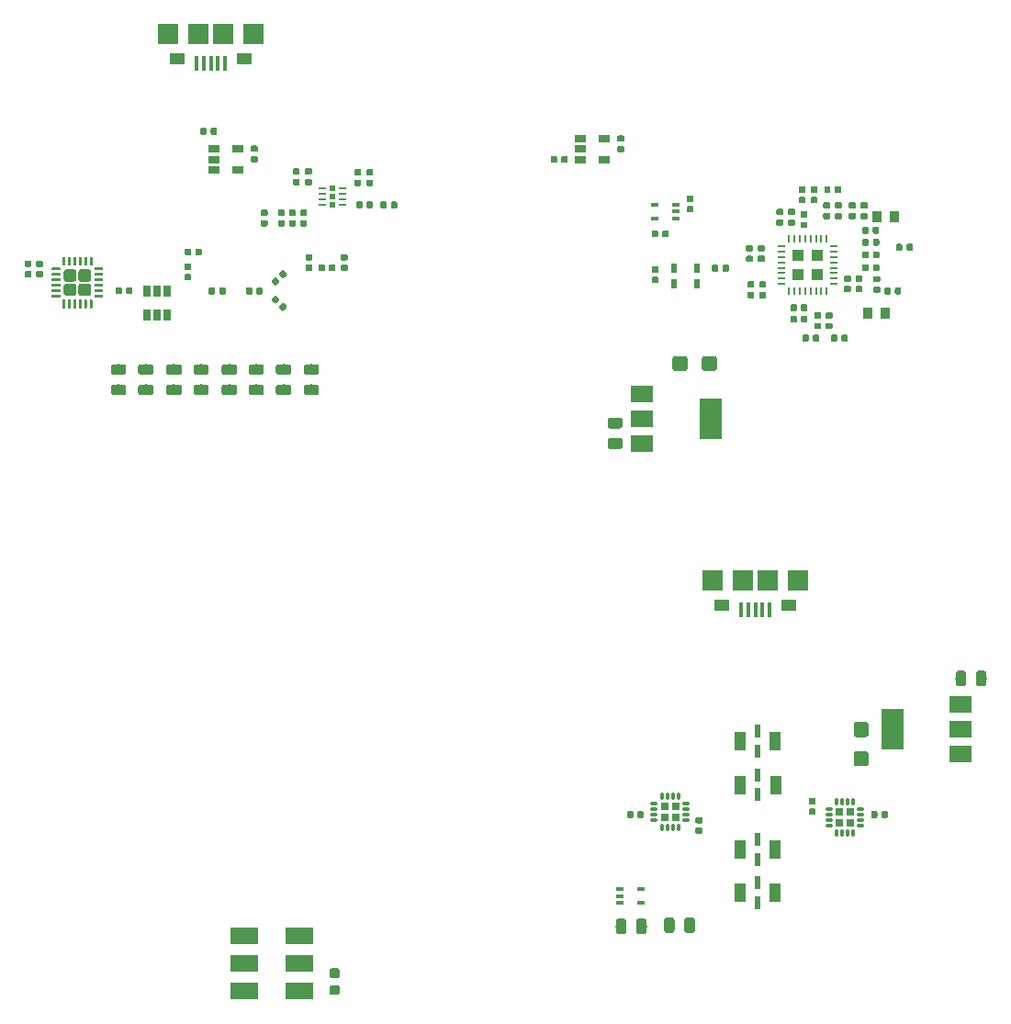
<source format=gtp>
%MOIN*%
%OFA0B0*%
%FSLAX46Y46*%
%IPPOS*%
%LPD*%
%ADD10R,0.1X0.064960629921259838*%
%ADD11C,0.0039370078740157488*%
%ADD12C,0.034448818897637797*%
%ADD23R,0.02874015748031496X0.02874015748031496*%
%ADD24O,0.011811023622047244X0.029527559055118113*%
%ADD25O,0.029527559055118113X0.011811023622047244*%
%ADD26R,0.040944881889763786X0.070866141732283464*%
%ADD27R,0.024015748031496063X0.049015748031496068*%
%ADD28C,0.0039370078740157488*%
%ADD29C,0.038385826771653545*%
%ADD30C,0.023228346456692913*%
%ADD31C,0.053149606299212608*%
%ADD32R,0.074803149606299218X0.074803149606299218*%
%ADD33R,0.053149606299212608X0.03937007874015748*%
%ADD34R,0.015748031496062995X0.053149606299212608*%
%ADD35R,0.025590551181102365X0.015748031496062995*%
%ADD36R,0.07874015748031496X0.14960629921259844*%
%ADD37R,0.07874015748031496X0.059055118110236227*%
%ADD38C,0.0039370078740157488*%
%ADD39C,0.044488188976377949*%
%ADD40C,0.00984251968503937*%
%ADD41C,0.023228346456692913*%
%ADD42R,0.074803149606299218X0.074803149606299218*%
%ADD43R,0.053149606299212608X0.03937007874015748*%
%ADD44R,0.015748031496062995X0.053149606299212608*%
%ADD45C,0.038385826771653545*%
%ADD46R,0.041732283464566935X0.025590551181102365*%
%ADD47R,0.027559055118110236X0.00984251968503937*%
%ADD48R,0.01968503937007874X0.023228346456692913*%
%ADD49R,0.025590551181102365X0.041732283464566935*%
%ADD50C,0.0039370078740157488*%
%ADD51C,0.023228346456692913*%
%ADD52R,0.033464566929133861X0.03937007874015748*%
%ADD53R,0.024803149606299216X0.033070866141732283*%
%ADD54R,0.040748031496062993X0.040748031496062993*%
%ADD55R,0.027559055118110236X0.00984251968503937*%
%ADD56R,0.00984251968503937X0.027559055118110236*%
%ADD57C,0.038385826771653545*%
%ADD58C,0.053149606299212608*%
%ADD59R,0.07874015748031496X0.14960629921259844*%
%ADD60R,0.07874015748031496X0.059055118110236227*%
%ADD61R,0.041732283464566935X0.025590551181102365*%
%ADD62R,0.025590551181102365X0.015748031496062995*%
G01*
D10*
X-0007755905Y0004055118D02*
X0001273337Y0000545235D03*
X0001073337Y0000545235D03*
X0001273337Y0000445235D03*
X0001073337Y0000445235D03*
X0001273337Y0000345235D03*
X0001073337Y0000345235D03*
D11*
G36*
X0001412507Y0000426139D02*
X0001413343Y0000426015D01*
X0001414163Y0000425810D01*
X0001414959Y0000425525D01*
X0001415723Y0000425164D01*
X0001416448Y0000424729D01*
X0001417126Y0000424226D01*
X0001417753Y0000423658D01*
X0001418320Y0000423032D01*
X0001418824Y0000422353D01*
X0001419258Y0000421628D01*
X0001419620Y0000420864D01*
X0001419904Y0000420068D01*
X0001420110Y0000419249D01*
X0001420234Y0000418412D01*
X0001420275Y0000417568D01*
X0001420275Y0000400344D01*
X0001420234Y0000399500D01*
X0001420110Y0000398664D01*
X0001419904Y0000397844D01*
X0001419620Y0000397048D01*
X0001419258Y0000396284D01*
X0001418824Y0000395559D01*
X0001418320Y0000394880D01*
X0001417753Y0000394254D01*
X0001417126Y0000393687D01*
X0001416448Y0000393183D01*
X0001415723Y0000392749D01*
X0001414959Y0000392387D01*
X0001414163Y0000392103D01*
X0001413343Y0000391897D01*
X0001412507Y0000391773D01*
X0001411663Y0000391732D01*
X0001391486Y0000391732D01*
X0001390642Y0000391773D01*
X0001389806Y0000391897D01*
X0001388986Y0000392103D01*
X0001388190Y0000392387D01*
X0001387426Y0000392749D01*
X0001386701Y0000393183D01*
X0001386022Y0000393687D01*
X0001385396Y0000394254D01*
X0001384828Y0000394880D01*
X0001384325Y0000395559D01*
X0001383890Y0000396284D01*
X0001383529Y0000397048D01*
X0001383244Y0000397844D01*
X0001383039Y0000398664D01*
X0001382915Y0000399500D01*
X0001382874Y0000400344D01*
X0001382874Y0000417568D01*
X0001382915Y0000418412D01*
X0001383039Y0000419249D01*
X0001383244Y0000420068D01*
X0001383529Y0000420864D01*
X0001383890Y0000421628D01*
X0001384325Y0000422353D01*
X0001384828Y0000423032D01*
X0001385396Y0000423658D01*
X0001386022Y0000424226D01*
X0001386701Y0000424729D01*
X0001387426Y0000425164D01*
X0001388190Y0000425525D01*
X0001388986Y0000425810D01*
X0001389806Y0000426015D01*
X0001390642Y0000426139D01*
X0001391486Y0000426181D01*
X0001411663Y0000426181D01*
X0001412507Y0000426139D01*
X0001412507Y0000426139D01*
G37*
D12*
X0001401574Y0000408956D03*
D11*
G36*
X0001412507Y0000364131D02*
X0001413343Y0000364007D01*
X0001414163Y0000363802D01*
X0001414959Y0000363517D01*
X0001415723Y0000363156D01*
X0001416448Y0000362721D01*
X0001417126Y0000362218D01*
X0001417753Y0000361650D01*
X0001418320Y0000361024D01*
X0001418824Y0000360345D01*
X0001419258Y0000359620D01*
X0001419620Y0000358856D01*
X0001419904Y0000358061D01*
X0001420110Y0000357241D01*
X0001420234Y0000356405D01*
X0001420275Y0000355561D01*
X0001420275Y0000338336D01*
X0001420234Y0000337492D01*
X0001420110Y0000336656D01*
X0001419904Y0000335836D01*
X0001419620Y0000335040D01*
X0001419258Y0000334276D01*
X0001418824Y0000333551D01*
X0001418320Y0000332873D01*
X0001417753Y0000332246D01*
X0001417126Y0000331679D01*
X0001416448Y0000331175D01*
X0001415723Y0000330741D01*
X0001414959Y0000330379D01*
X0001414163Y0000330095D01*
X0001413343Y0000329889D01*
X0001412507Y0000329765D01*
X0001411663Y0000329724D01*
X0001391486Y0000329724D01*
X0001390642Y0000329765D01*
X0001389806Y0000329889D01*
X0001388986Y0000330095D01*
X0001388190Y0000330379D01*
X0001387426Y0000330741D01*
X0001386701Y0000331175D01*
X0001386022Y0000331679D01*
X0001385396Y0000332246D01*
X0001384828Y0000332873D01*
X0001384325Y0000333551D01*
X0001383890Y0000334276D01*
X0001383529Y0000335040D01*
X0001383244Y0000335836D01*
X0001383039Y0000336656D01*
X0001382915Y0000337492D01*
X0001382874Y0000338336D01*
X0001382874Y0000355561D01*
X0001382915Y0000356405D01*
X0001383039Y0000357241D01*
X0001383244Y0000358061D01*
X0001383529Y0000358856D01*
X0001383890Y0000359620D01*
X0001384325Y0000360345D01*
X0001384828Y0000361024D01*
X0001385396Y0000361650D01*
X0001386022Y0000362218D01*
X0001386701Y0000362721D01*
X0001387426Y0000363156D01*
X0001388190Y0000363517D01*
X0001388986Y0000363802D01*
X0001389806Y0000364007D01*
X0001390642Y0000364131D01*
X0001391486Y0000364173D01*
X0001411663Y0000364173D01*
X0001412507Y0000364131D01*
X0001412507Y0000364131D01*
G37*
D12*
X0001401574Y0000346948D03*
G04 next file*
G04 #@! TF.GenerationSoftware,KiCad,Pcbnew,(5.0.2)-1*
G04 #@! TF.CreationDate,2019-01-19T11:17:49+11:00*
G04 #@! TF.ProjectId,Filter_Bank_Dev_Rev_0,46696c74-6572-45f4-9261-6e6b5f446576,0*
G04 #@! TF.SameCoordinates,Original*
G04 #@! TF.FileFunction,Paste,Top*
G04 #@! TF.FilePolarity,Positive*
G04 Gerber Fmt 4.6, Leading zero omitted, Abs format (unit mm)*
G04 Created by KiCad (PCBNEW (5.0.2)-1) date 19/01/2019 11:17:49*
G01*
G04 APERTURE LIST*
G04 APERTURE END LIST*
D23*
G04 #@! TO.C,U1*
X-0001795275Y0003543307D02*
X0002600393Y0001013779D03*
X0002639763Y0001013779D03*
X0002639763Y0000974409D03*
X0002600393Y0000974409D03*
D24*
X0002649606Y0000936023D03*
X0002629921Y0000936023D03*
X0002610236Y0000936023D03*
X0002590551Y0000936023D03*
D25*
X0002562007Y0000964566D03*
X0002562007Y0000984251D03*
X0002562007Y0001003937D03*
X0002562007Y0001023622D03*
D24*
X0002590551Y0001052165D03*
X0002610236Y0001052165D03*
X0002629921Y0001052165D03*
X0002649606Y0001052165D03*
D25*
X0002678149Y0001023622D03*
X0002678149Y0001003937D03*
X0002678149Y0000984251D03*
X0002678149Y0000964566D03*
G04 #@! TD*
D23*
G04 #@! TO.C,U4*
X0003273622Y0000954724D03*
X0003234252Y0000954724D03*
X0003234252Y0000994094D03*
X0003273622Y0000994094D03*
D24*
X0003224409Y0001032480D03*
X0003244094Y0001032480D03*
X0003263779Y0001032480D03*
X0003283464Y0001032480D03*
D25*
X0003312007Y0001003937D03*
X0003312007Y0000984251D03*
X0003312007Y0000964566D03*
X0003312007Y0000944881D03*
D24*
X0003283464Y0000916338D03*
X0003263779Y0000916338D03*
X0003244094Y0000916338D03*
X0003224409Y0000916338D03*
D25*
X0003195866Y0000944881D03*
X0003195866Y0000964566D03*
X0003195866Y0000984251D03*
X0003195866Y0001003937D03*
G04 #@! TD*
D26*
G04 #@! TO.C,FL1*
X0003000984Y0000701870D03*
X0002873031Y0000701870D03*
D27*
X0002937007Y0000738188D03*
X0002937007Y0000665551D03*
G04 #@! TD*
D26*
G04 #@! TO.C,FL2*
X0003000984Y0000856299D03*
X0002873031Y0000856299D03*
D27*
X0002937007Y0000892618D03*
X0002937007Y0000819980D03*
G04 #@! TD*
D26*
G04 #@! TO.C,FL3*
X0003002952Y0001092519D03*
X0002875000Y0001092519D03*
D27*
X0002938976Y0001128838D03*
X0002938976Y0001056200D03*
G04 #@! TD*
D26*
G04 #@! TO.C,FL4*
X0003000984Y0001250000D03*
X0002873031Y0001250000D03*
D27*
X0002937007Y0001286318D03*
X0002937007Y0001213681D03*
G04 #@! TD*
D28*
G04 #@! TO.C,C2*
G36*
X0003686226Y0001505859D02*
X0003687157Y0001505721D01*
X0003688071Y0001505492D01*
X0003688957Y0001505175D01*
X0003689809Y0001504772D01*
X0003690616Y0001504288D01*
X0003691373Y0001503727D01*
X0003692071Y0001503094D01*
X0003692703Y0001502396D01*
X0003693264Y0001501640D01*
X0003693748Y0001500832D01*
X0003694151Y0001499981D01*
X0003694468Y0001499094D01*
X0003694697Y0001498181D01*
X0003694835Y0001497249D01*
X0003694881Y0001496309D01*
X0003694881Y0001460383D01*
X0003694835Y0001459443D01*
X0003694697Y0001458511D01*
X0003694468Y0001457598D01*
X0003694151Y0001456711D01*
X0003693748Y0001455860D01*
X0003693264Y0001455052D01*
X0003692703Y0001454295D01*
X0003692071Y0001453598D01*
X0003691373Y0001452965D01*
X0003690616Y0001452404D01*
X0003689809Y0001451920D01*
X0003688957Y0001451517D01*
X0003688071Y0001451200D01*
X0003687157Y0001450971D01*
X0003686226Y0001450833D01*
X0003685285Y0001450787D01*
X0003666092Y0001450787D01*
X0003665151Y0001450833D01*
X0003664220Y0001450971D01*
X0003663306Y0001451200D01*
X0003662420Y0001451517D01*
X0003661568Y0001451920D01*
X0003660761Y0001452404D01*
X0003660004Y0001452965D01*
X0003659306Y0001453598D01*
X0003658674Y0001454295D01*
X0003658113Y0001455052D01*
X0003657629Y0001455860D01*
X0003657226Y0001456711D01*
X0003656909Y0001457598D01*
X0003656680Y0001458511D01*
X0003656542Y0001459443D01*
X0003656496Y0001460383D01*
X0003656496Y0001496309D01*
X0003656542Y0001497249D01*
X0003656680Y0001498181D01*
X0003656909Y0001499094D01*
X0003657226Y0001499981D01*
X0003657629Y0001500832D01*
X0003658113Y0001501640D01*
X0003658674Y0001502396D01*
X0003659306Y0001503094D01*
X0003660004Y0001503727D01*
X0003660761Y0001504288D01*
X0003661568Y0001504772D01*
X0003662420Y0001505175D01*
X0003663306Y0001505492D01*
X0003664220Y0001505721D01*
X0003665151Y0001505859D01*
X0003666092Y0001505905D01*
X0003685285Y0001505905D01*
X0003686226Y0001505859D01*
X0003686226Y0001505859D01*
G37*
D29*
X0003675689Y0001478346D03*
D28*
G36*
X0003760045Y0001505859D02*
X0003760976Y0001505721D01*
X0003761890Y0001505492D01*
X0003762776Y0001505175D01*
X0003763628Y0001504772D01*
X0003764435Y0001504288D01*
X0003765192Y0001503727D01*
X0003765890Y0001503094D01*
X0003766522Y0001502396D01*
X0003767083Y0001501640D01*
X0003767567Y0001500832D01*
X0003767970Y0001499981D01*
X0003768287Y0001499094D01*
X0003768516Y0001498181D01*
X0003768654Y0001497249D01*
X0003768700Y0001496309D01*
X0003768700Y0001460383D01*
X0003768654Y0001459443D01*
X0003768516Y0001458511D01*
X0003768287Y0001457598D01*
X0003767970Y0001456711D01*
X0003767567Y0001455860D01*
X0003767083Y0001455052D01*
X0003766522Y0001454295D01*
X0003765890Y0001453598D01*
X0003765192Y0001452965D01*
X0003764435Y0001452404D01*
X0003763628Y0001451920D01*
X0003762776Y0001451517D01*
X0003761890Y0001451200D01*
X0003760976Y0001450971D01*
X0003760045Y0001450833D01*
X0003759104Y0001450787D01*
X0003739911Y0001450787D01*
X0003738970Y0001450833D01*
X0003738039Y0001450971D01*
X0003737125Y0001451200D01*
X0003736239Y0001451517D01*
X0003735387Y0001451920D01*
X0003734579Y0001452404D01*
X0003733823Y0001452965D01*
X0003733125Y0001453598D01*
X0003732493Y0001454295D01*
X0003731932Y0001455052D01*
X0003731448Y0001455860D01*
X0003731045Y0001456711D01*
X0003730728Y0001457598D01*
X0003730499Y0001458511D01*
X0003730361Y0001459443D01*
X0003730315Y0001460383D01*
X0003730315Y0001496309D01*
X0003730361Y0001497249D01*
X0003730499Y0001498181D01*
X0003730728Y0001499094D01*
X0003731045Y0001499981D01*
X0003731448Y0001500832D01*
X0003731932Y0001501640D01*
X0003732493Y0001502396D01*
X0003733125Y0001503094D01*
X0003733823Y0001503727D01*
X0003734579Y0001504288D01*
X0003735387Y0001504772D01*
X0003736239Y0001505175D01*
X0003737125Y0001505492D01*
X0003738039Y0001505721D01*
X0003738970Y0001505859D01*
X0003739911Y0001505905D01*
X0003759104Y0001505905D01*
X0003760045Y0001505859D01*
X0003760045Y0001505859D01*
G37*
D29*
X0003749507Y0001478346D03*
G04 #@! TD*
D28*
G04 #@! TO.C,C3*
G36*
X0003143187Y0001044460D02*
X0003143751Y0001044376D01*
X0003144303Y0001044238D01*
X0003144840Y0001044046D01*
X0003145355Y0001043802D01*
X0003145844Y0001043509D01*
X0003146302Y0001043170D01*
X0003146724Y0001042787D01*
X0003147107Y0001042365D01*
X0003147446Y0001041907D01*
X0003147739Y0001041418D01*
X0003147983Y0001040903D01*
X0003148175Y0001040366D01*
X0003148313Y0001039814D01*
X0003148397Y0001039250D01*
X0003148425Y0001038681D01*
X0003148425Y0001027066D01*
X0003148397Y0001026497D01*
X0003148313Y0001025933D01*
X0003148175Y0001025381D01*
X0003147983Y0001024844D01*
X0003147739Y0001024329D01*
X0003147446Y0001023840D01*
X0003147107Y0001023382D01*
X0003146724Y0001022960D01*
X0003146302Y0001022577D01*
X0003145844Y0001022238D01*
X0003145355Y0001021945D01*
X0003144840Y0001021701D01*
X0003144303Y0001021509D01*
X0003143751Y0001021371D01*
X0003143187Y0001021287D01*
X0003142618Y0001021259D01*
X0003129035Y0001021259D01*
X0003128466Y0001021287D01*
X0003127902Y0001021371D01*
X0003127349Y0001021509D01*
X0003126813Y0001021701D01*
X0003126298Y0001021945D01*
X0003125809Y0001022238D01*
X0003125351Y0001022577D01*
X0003124929Y0001022960D01*
X0003124546Y0001023382D01*
X0003124207Y0001023840D01*
X0003123914Y0001024329D01*
X0003123670Y0001024844D01*
X0003123478Y0001025381D01*
X0003123339Y0001025933D01*
X0003123256Y0001026497D01*
X0003123228Y0001027066D01*
X0003123228Y0001038681D01*
X0003123256Y0001039250D01*
X0003123339Y0001039814D01*
X0003123478Y0001040366D01*
X0003123670Y0001040903D01*
X0003123914Y0001041418D01*
X0003124207Y0001041907D01*
X0003124546Y0001042365D01*
X0003124929Y0001042787D01*
X0003125351Y0001043170D01*
X0003125809Y0001043509D01*
X0003126298Y0001043802D01*
X0003126813Y0001044046D01*
X0003127349Y0001044238D01*
X0003127902Y0001044376D01*
X0003128466Y0001044460D01*
X0003129035Y0001044488D01*
X0003142618Y0001044488D01*
X0003143187Y0001044460D01*
X0003143187Y0001044460D01*
G37*
D30*
X0003135826Y0001032874D03*
D28*
G36*
X0003143187Y0001006271D02*
X0003143751Y0001006187D01*
X0003144303Y0001006049D01*
X0003144840Y0001005857D01*
X0003145355Y0001005613D01*
X0003145844Y0001005320D01*
X0003146302Y0001004981D01*
X0003146724Y0001004598D01*
X0003147107Y0001004176D01*
X0003147446Y0001003718D01*
X0003147739Y0001003229D01*
X0003147983Y0001002714D01*
X0003148175Y0001002177D01*
X0003148313Y0001001625D01*
X0003148397Y0001001061D01*
X0003148425Y0001000492D01*
X0003148425Y0000988877D01*
X0003148397Y0000988308D01*
X0003148313Y0000987745D01*
X0003148175Y0000987192D01*
X0003147983Y0000986655D01*
X0003147739Y0000986140D01*
X0003147446Y0000985651D01*
X0003147107Y0000985193D01*
X0003146724Y0000984771D01*
X0003146302Y0000984388D01*
X0003145844Y0000984049D01*
X0003145355Y0000983756D01*
X0003144840Y0000983512D01*
X0003144303Y0000983320D01*
X0003143751Y0000983182D01*
X0003143187Y0000983098D01*
X0003142618Y0000983070D01*
X0003129035Y0000983070D01*
X0003128466Y0000983098D01*
X0003127902Y0000983182D01*
X0003127349Y0000983320D01*
X0003126813Y0000983512D01*
X0003126298Y0000983756D01*
X0003125809Y0000984049D01*
X0003125351Y0000984388D01*
X0003124929Y0000984771D01*
X0003124546Y0000985193D01*
X0003124207Y0000985651D01*
X0003123914Y0000986140D01*
X0003123670Y0000986655D01*
X0003123478Y0000987192D01*
X0003123339Y0000987745D01*
X0003123256Y0000988308D01*
X0003123228Y0000988877D01*
X0003123228Y0001000492D01*
X0003123256Y0001001061D01*
X0003123339Y0001001625D01*
X0003123478Y0001002177D01*
X0003123670Y0001002714D01*
X0003123914Y0001003229D01*
X0003124207Y0001003718D01*
X0003124546Y0001004176D01*
X0003124929Y0001004598D01*
X0003125351Y0001004981D01*
X0003125809Y0001005320D01*
X0003126298Y0001005613D01*
X0003126813Y0001005857D01*
X0003127349Y0001006049D01*
X0003127902Y0001006187D01*
X0003128466Y0001006271D01*
X0003129035Y0001006299D01*
X0003142618Y0001006299D01*
X0003143187Y0001006271D01*
X0003143187Y0001006271D01*
G37*
D30*
X0003135826Y0000994685D03*
G04 #@! TD*
D28*
G04 #@! TO.C,C4*
G36*
X0003330698Y0001320818D02*
X0003331652Y0001320677D01*
X0003332588Y0001320442D01*
X0003333497Y0001320117D01*
X0003334369Y0001319705D01*
X0003335197Y0001319209D01*
X0003335972Y0001318634D01*
X0003336687Y0001317986D01*
X0003337335Y0001317271D01*
X0003337909Y0001316496D01*
X0003338405Y0001315668D01*
X0003338818Y0001314796D01*
X0003339143Y0001313887D01*
X0003339378Y0001312951D01*
X0003339519Y0001311997D01*
X0003339566Y0001311033D01*
X0003339566Y0001275580D01*
X0003339519Y0001274616D01*
X0003339378Y0001273662D01*
X0003339143Y0001272726D01*
X0003338818Y0001271817D01*
X0003338405Y0001270945D01*
X0003337909Y0001270117D01*
X0003337335Y0001269342D01*
X0003336687Y0001268627D01*
X0003335972Y0001267979D01*
X0003335197Y0001267405D01*
X0003334369Y0001266909D01*
X0003333497Y0001266496D01*
X0003332588Y0001266171D01*
X0003331652Y0001265936D01*
X0003330698Y0001265795D01*
X0003329734Y0001265748D01*
X0003296250Y0001265748D01*
X0003295286Y0001265795D01*
X0003294331Y0001265936D01*
X0003293395Y0001266171D01*
X0003292487Y0001266496D01*
X0003291614Y0001266909D01*
X0003290787Y0001267405D01*
X0003290012Y0001267979D01*
X0003289297Y0001268627D01*
X0003288649Y0001269342D01*
X0003288074Y0001270117D01*
X0003287578Y0001270945D01*
X0003287165Y0001271817D01*
X0003286840Y0001272726D01*
X0003286606Y0001273662D01*
X0003286464Y0001274616D01*
X0003286417Y0001275580D01*
X0003286417Y0001311033D01*
X0003286464Y0001311997D01*
X0003286606Y0001312951D01*
X0003286840Y0001313887D01*
X0003287165Y0001314796D01*
X0003287578Y0001315668D01*
X0003288074Y0001316496D01*
X0003288649Y0001317271D01*
X0003289297Y0001317986D01*
X0003290012Y0001318634D01*
X0003290787Y0001319209D01*
X0003291614Y0001319705D01*
X0003292487Y0001320117D01*
X0003293395Y0001320442D01*
X0003294331Y0001320677D01*
X0003295286Y0001320818D01*
X0003296250Y0001320866D01*
X0003329734Y0001320866D01*
X0003330698Y0001320818D01*
X0003330698Y0001320818D01*
G37*
D31*
X0003312992Y0001293307D03*
D28*
G36*
X0003330689Y0001214519D02*
X0003331644Y0001214377D01*
X0003332581Y0001214143D01*
X0003333491Y0001213817D01*
X0003334364Y0001213404D01*
X0003335192Y0001212908D01*
X0003335968Y0001212332D01*
X0003336684Y0001211684D01*
X0003337332Y0001210968D01*
X0003337908Y0001210192D01*
X0003338404Y0001209364D01*
X0003338817Y0001208490D01*
X0003339143Y0001207581D01*
X0003339377Y0001206644D01*
X0003339519Y0001205689D01*
X0003339566Y0001204724D01*
X0003339566Y0001169291D01*
X0003339519Y0001168326D01*
X0003339377Y0001167371D01*
X0003339143Y0001166434D01*
X0003338817Y0001165524D01*
X0003338404Y0001164651D01*
X0003337908Y0001163823D01*
X0003337332Y0001163047D01*
X0003336684Y0001162331D01*
X0003335968Y0001161682D01*
X0003335192Y0001161107D01*
X0003334364Y0001160611D01*
X0003333491Y0001160197D01*
X0003332581Y0001159872D01*
X0003331644Y0001159637D01*
X0003330689Y0001159496D01*
X0003329724Y0001159448D01*
X0003296259Y0001159448D01*
X0003295295Y0001159496D01*
X0003294339Y0001159637D01*
X0003293402Y0001159872D01*
X0003292493Y0001160197D01*
X0003291620Y0001160611D01*
X0003290791Y0001161107D01*
X0003290015Y0001161682D01*
X0003289300Y0001162331D01*
X0003288651Y0001163047D01*
X0003288076Y0001163823D01*
X0003287579Y0001164651D01*
X0003287166Y0001165524D01*
X0003286841Y0001166434D01*
X0003286606Y0001167371D01*
X0003286464Y0001168326D01*
X0003286417Y0001169291D01*
X0003286417Y0001204724D01*
X0003286464Y0001205689D01*
X0003286606Y0001206644D01*
X0003286841Y0001207581D01*
X0003287166Y0001208490D01*
X0003287579Y0001209364D01*
X0003288076Y0001210192D01*
X0003288651Y0001210968D01*
X0003289300Y0001211684D01*
X0003290015Y0001212332D01*
X0003290791Y0001212908D01*
X0003291620Y0001213404D01*
X0003292493Y0001213817D01*
X0003293402Y0001214143D01*
X0003294339Y0001214377D01*
X0003295295Y0001214519D01*
X0003296259Y0001214566D01*
X0003329724Y0001214566D01*
X0003330689Y0001214519D01*
X0003330689Y0001214519D01*
G37*
D31*
X0003312992Y0001187007D03*
G04 #@! TD*
D28*
G04 #@! TO.C,C5*
G36*
X0002731770Y0000975562D02*
X0002732333Y0000975478D01*
X0002732886Y0000975340D01*
X0002733423Y0000975148D01*
X0002733938Y0000974904D01*
X0002734427Y0000974611D01*
X0002734884Y0000974272D01*
X0002735307Y0000973889D01*
X0002735689Y0000973467D01*
X0002736029Y0000973009D01*
X0002736322Y0000972520D01*
X0002736565Y0000972005D01*
X0002736757Y0000971469D01*
X0002736896Y0000970916D01*
X0002736979Y0000970352D01*
X0002737007Y0000969783D01*
X0002737007Y0000958169D01*
X0002736979Y0000957600D01*
X0002736896Y0000957036D01*
X0002736757Y0000956483D01*
X0002736565Y0000955946D01*
X0002736322Y0000955431D01*
X0002736029Y0000954943D01*
X0002735689Y0000954485D01*
X0002735307Y0000954063D01*
X0002734884Y0000953680D01*
X0002734427Y0000953340D01*
X0002733938Y0000953047D01*
X0002733423Y0000952804D01*
X0002732886Y0000952612D01*
X0002732333Y0000952473D01*
X0002731770Y0000952390D01*
X0002731200Y0000952362D01*
X0002717618Y0000952362D01*
X0002717048Y0000952390D01*
X0002716485Y0000952473D01*
X0002715932Y0000952612D01*
X0002715395Y0000952804D01*
X0002714880Y0000953047D01*
X0002714391Y0000953340D01*
X0002713934Y0000953680D01*
X0002713511Y0000954063D01*
X0002713129Y0000954485D01*
X0002712789Y0000954943D01*
X0002712496Y0000955431D01*
X0002712253Y0000955946D01*
X0002712061Y0000956483D01*
X0002711922Y0000957036D01*
X0002711839Y0000957600D01*
X0002711811Y0000958169D01*
X0002711811Y0000969783D01*
X0002711839Y0000970352D01*
X0002711922Y0000970916D01*
X0002712061Y0000971469D01*
X0002712253Y0000972005D01*
X0002712496Y0000972520D01*
X0002712789Y0000973009D01*
X0002713129Y0000973467D01*
X0002713511Y0000973889D01*
X0002713934Y0000974272D01*
X0002714391Y0000974611D01*
X0002714880Y0000974904D01*
X0002715395Y0000975148D01*
X0002715932Y0000975340D01*
X0002716485Y0000975478D01*
X0002717048Y0000975562D01*
X0002717618Y0000975590D01*
X0002731200Y0000975590D01*
X0002731770Y0000975562D01*
X0002731770Y0000975562D01*
G37*
D30*
X0002724409Y0000963976D03*
D28*
G36*
X0002731770Y0000937373D02*
X0002732333Y0000937289D01*
X0002732886Y0000937151D01*
X0002733423Y0000936959D01*
X0002733938Y0000936715D01*
X0002734427Y0000936422D01*
X0002734884Y0000936083D01*
X0002735307Y0000935700D01*
X0002735689Y0000935278D01*
X0002736029Y0000934820D01*
X0002736322Y0000934331D01*
X0002736565Y0000933816D01*
X0002736757Y0000933280D01*
X0002736896Y0000932727D01*
X0002736979Y0000932163D01*
X0002737007Y0000931594D01*
X0002737007Y0000919980D01*
X0002736979Y0000919411D01*
X0002736896Y0000918847D01*
X0002736757Y0000918294D01*
X0002736565Y0000917758D01*
X0002736322Y0000917242D01*
X0002736029Y0000916754D01*
X0002735689Y0000916296D01*
X0002735307Y0000915874D01*
X0002734884Y0000915491D01*
X0002734427Y0000915151D01*
X0002733938Y0000914858D01*
X0002733423Y0000914615D01*
X0002732886Y0000914423D01*
X0002732333Y0000914284D01*
X0002731770Y0000914201D01*
X0002731200Y0000914173D01*
X0002717618Y0000914173D01*
X0002717048Y0000914201D01*
X0002716485Y0000914284D01*
X0002715932Y0000914423D01*
X0002715395Y0000914615D01*
X0002714880Y0000914858D01*
X0002714391Y0000915151D01*
X0002713934Y0000915491D01*
X0002713511Y0000915874D01*
X0002713129Y0000916296D01*
X0002712789Y0000916754D01*
X0002712496Y0000917242D01*
X0002712253Y0000917758D01*
X0002712061Y0000918294D01*
X0002711922Y0000918847D01*
X0002711839Y0000919411D01*
X0002711811Y0000919980D01*
X0002711811Y0000931594D01*
X0002711839Y0000932163D01*
X0002711922Y0000932727D01*
X0002712061Y0000933280D01*
X0002712253Y0000933816D01*
X0002712496Y0000934331D01*
X0002712789Y0000934820D01*
X0002713129Y0000935278D01*
X0002713511Y0000935700D01*
X0002713934Y0000936083D01*
X0002714391Y0000936422D01*
X0002714880Y0000936715D01*
X0002715395Y0000936959D01*
X0002715932Y0000937151D01*
X0002716485Y0000937289D01*
X0002717048Y0000937373D01*
X0002717618Y0000937401D01*
X0002731200Y0000937401D01*
X0002731770Y0000937373D01*
X0002731770Y0000937373D01*
G37*
D30*
X0002724409Y0000925787D03*
G04 #@! TD*
D32*
G04 #@! TO.C,J1*
X0002883858Y0001832677D03*
X0002974409Y0001832677D03*
X0003084645Y0001832677D03*
X0002773622Y0001832677D03*
D33*
X0002807086Y0001744094D03*
X0003051181Y0001744094D03*
D34*
X0002929133Y0001727362D03*
X0002877952Y0001727362D03*
X0002903543Y0001727362D03*
X0002980315Y0001727362D03*
X0002954724Y0001727362D03*
G04 #@! TD*
D28*
G04 #@! TO.C,R1*
G36*
X0002526285Y0000606252D02*
X0002527216Y0000606114D01*
X0002528130Y0000605885D01*
X0002529016Y0000605568D01*
X0002529868Y0000605166D01*
X0002530676Y0000604681D01*
X0002531432Y0000604120D01*
X0002532130Y0000603488D01*
X0002532762Y0000602790D01*
X0002533323Y0000602034D01*
X0002533807Y0000601226D01*
X0002534210Y0000600375D01*
X0002534527Y0000599488D01*
X0002534756Y0000598574D01*
X0002534894Y0000597643D01*
X0002534940Y0000596702D01*
X0002534940Y0000560777D01*
X0002534894Y0000559836D01*
X0002534756Y0000558905D01*
X0002534527Y0000557991D01*
X0002534210Y0000557105D01*
X0002533807Y0000556253D01*
X0002533323Y0000555446D01*
X0002532762Y0000554689D01*
X0002532130Y0000553991D01*
X0002531432Y0000553359D01*
X0002530676Y0000552798D01*
X0002529868Y0000552314D01*
X0002529016Y0000551911D01*
X0002528130Y0000551594D01*
X0002527216Y0000551365D01*
X0002526285Y0000551227D01*
X0002525344Y0000551181D01*
X0002506151Y0000551181D01*
X0002505210Y0000551227D01*
X0002504279Y0000551365D01*
X0002503365Y0000551594D01*
X0002502479Y0000551911D01*
X0002501627Y0000552314D01*
X0002500820Y0000552798D01*
X0002500063Y0000553359D01*
X0002499365Y0000553991D01*
X0002498733Y0000554689D01*
X0002498172Y0000555446D01*
X0002497688Y0000556253D01*
X0002497285Y0000557105D01*
X0002496968Y0000557991D01*
X0002496739Y0000558905D01*
X0002496601Y0000559836D01*
X0002496555Y0000560777D01*
X0002496555Y0000596702D01*
X0002496601Y0000597643D01*
X0002496739Y0000598574D01*
X0002496968Y0000599488D01*
X0002497285Y0000600375D01*
X0002497688Y0000601226D01*
X0002498172Y0000602034D01*
X0002498733Y0000602790D01*
X0002499365Y0000603488D01*
X0002500063Y0000604120D01*
X0002500820Y0000604681D01*
X0002501627Y0000605166D01*
X0002502479Y0000605568D01*
X0002503365Y0000605885D01*
X0002504279Y0000606114D01*
X0002505210Y0000606252D01*
X0002506151Y0000606299D01*
X0002525344Y0000606299D01*
X0002526285Y0000606252D01*
X0002526285Y0000606252D01*
G37*
D29*
X0002515748Y0000578740D03*
D28*
G36*
X0002452466Y0000606252D02*
X0002453397Y0000606114D01*
X0002454311Y0000605885D01*
X0002455198Y0000605568D01*
X0002456049Y0000605166D01*
X0002456857Y0000604681D01*
X0002457613Y0000604120D01*
X0002458311Y0000603488D01*
X0002458943Y0000602790D01*
X0002459504Y0000602034D01*
X0002459988Y0000601226D01*
X0002460391Y0000600375D01*
X0002460708Y0000599488D01*
X0002460937Y0000598574D01*
X0002461075Y0000597643D01*
X0002461122Y0000596702D01*
X0002461122Y0000560777D01*
X0002461075Y0000559836D01*
X0002460937Y0000558905D01*
X0002460708Y0000557991D01*
X0002460391Y0000557105D01*
X0002459988Y0000556253D01*
X0002459504Y0000555446D01*
X0002458943Y0000554689D01*
X0002458311Y0000553991D01*
X0002457613Y0000553359D01*
X0002456857Y0000552798D01*
X0002456049Y0000552314D01*
X0002455198Y0000551911D01*
X0002454311Y0000551594D01*
X0002453397Y0000551365D01*
X0002452466Y0000551227D01*
X0002451525Y0000551181D01*
X0002432332Y0000551181D01*
X0002431392Y0000551227D01*
X0002430460Y0000551365D01*
X0002429547Y0000551594D01*
X0002428660Y0000551911D01*
X0002427808Y0000552314D01*
X0002427001Y0000552798D01*
X0002426244Y0000553359D01*
X0002425547Y0000553991D01*
X0002424914Y0000554689D01*
X0002424353Y0000555446D01*
X0002423869Y0000556253D01*
X0002423466Y0000557105D01*
X0002423149Y0000557991D01*
X0002422920Y0000558905D01*
X0002422782Y0000559836D01*
X0002422736Y0000560777D01*
X0002422736Y0000596702D01*
X0002422782Y0000597643D01*
X0002422920Y0000598574D01*
X0002423149Y0000599488D01*
X0002423466Y0000600375D01*
X0002423869Y0000601226D01*
X0002424353Y0000602034D01*
X0002424914Y0000602790D01*
X0002425547Y0000603488D01*
X0002426244Y0000604120D01*
X0002427001Y0000604681D01*
X0002427808Y0000605166D01*
X0002428660Y0000605568D01*
X0002429547Y0000605885D01*
X0002430460Y0000606114D01*
X0002431392Y0000606252D01*
X0002432332Y0000606299D01*
X0002451525Y0000606299D01*
X0002452466Y0000606252D01*
X0002452466Y0000606252D01*
G37*
D29*
X0002441929Y0000578740D03*
G04 #@! TD*
D28*
G04 #@! TO.C,R2*
G36*
X0002700989Y0000610189D02*
X0002701921Y0000610051D01*
X0002702834Y0000609822D01*
X0002703721Y0000609505D01*
X0002704572Y0000609103D01*
X0002705380Y0000608618D01*
X0002706137Y0000608057D01*
X0002706834Y0000607425D01*
X0002707467Y0000606727D01*
X0002708028Y0000605971D01*
X0002708512Y0000605163D01*
X0002708915Y0000604312D01*
X0002709232Y0000603425D01*
X0002709461Y0000602511D01*
X0002709599Y0000601580D01*
X0002709645Y0000600639D01*
X0002709645Y0000564714D01*
X0002709599Y0000563773D01*
X0002709461Y0000562842D01*
X0002709232Y0000561928D01*
X0002708915Y0000561042D01*
X0002708512Y0000560190D01*
X0002708028Y0000559383D01*
X0002707467Y0000558626D01*
X0002706834Y0000557928D01*
X0002706137Y0000557296D01*
X0002705380Y0000556735D01*
X0002704572Y0000556251D01*
X0002703721Y0000555848D01*
X0002702834Y0000555531D01*
X0002701921Y0000555302D01*
X0002700989Y0000555164D01*
X0002700049Y0000555118D01*
X0002680856Y0000555118D01*
X0002679915Y0000555164D01*
X0002678984Y0000555302D01*
X0002678070Y0000555531D01*
X0002677183Y0000555848D01*
X0002676332Y0000556251D01*
X0002675524Y0000556735D01*
X0002674768Y0000557296D01*
X0002674070Y0000557928D01*
X0002673438Y0000558626D01*
X0002672877Y0000559383D01*
X0002672393Y0000560190D01*
X0002671990Y0000561042D01*
X0002671673Y0000561928D01*
X0002671444Y0000562842D01*
X0002671306Y0000563773D01*
X0002671259Y0000564714D01*
X0002671259Y0000600639D01*
X0002671306Y0000601580D01*
X0002671444Y0000602511D01*
X0002671673Y0000603425D01*
X0002671990Y0000604312D01*
X0002672393Y0000605163D01*
X0002672877Y0000605971D01*
X0002673438Y0000606727D01*
X0002674070Y0000607425D01*
X0002674768Y0000608057D01*
X0002675524Y0000608618D01*
X0002676332Y0000609103D01*
X0002677183Y0000609505D01*
X0002678070Y0000609822D01*
X0002678984Y0000610051D01*
X0002679915Y0000610189D01*
X0002680856Y0000610236D01*
X0002700049Y0000610236D01*
X0002700989Y0000610189D01*
X0002700989Y0000610189D01*
G37*
D29*
X0002690452Y0000582677D03*
D28*
G36*
X0002627170Y0000610189D02*
X0002628102Y0000610051D01*
X0002629016Y0000609822D01*
X0002629902Y0000609505D01*
X0002630754Y0000609103D01*
X0002631561Y0000608618D01*
X0002632318Y0000608057D01*
X0002633016Y0000607425D01*
X0002633648Y0000606727D01*
X0002634209Y0000605971D01*
X0002634693Y0000605163D01*
X0002635096Y0000604312D01*
X0002635413Y0000603425D01*
X0002635642Y0000602511D01*
X0002635780Y0000601580D01*
X0002635826Y0000600639D01*
X0002635826Y0000564714D01*
X0002635780Y0000563773D01*
X0002635642Y0000562842D01*
X0002635413Y0000561928D01*
X0002635096Y0000561042D01*
X0002634693Y0000560190D01*
X0002634209Y0000559383D01*
X0002633648Y0000558626D01*
X0002633016Y0000557928D01*
X0002632318Y0000557296D01*
X0002631561Y0000556735D01*
X0002630754Y0000556251D01*
X0002629902Y0000555848D01*
X0002629016Y0000555531D01*
X0002628102Y0000555302D01*
X0002627170Y0000555164D01*
X0002626230Y0000555118D01*
X0002607037Y0000555118D01*
X0002606096Y0000555164D01*
X0002605165Y0000555302D01*
X0002604251Y0000555531D01*
X0002603365Y0000555848D01*
X0002602513Y0000556251D01*
X0002601705Y0000556735D01*
X0002600949Y0000557296D01*
X0002600251Y0000557928D01*
X0002599619Y0000558626D01*
X0002599058Y0000559383D01*
X0002598574Y0000560190D01*
X0002598171Y0000561042D01*
X0002597854Y0000561928D01*
X0002597625Y0000562842D01*
X0002597487Y0000563773D01*
X0002597440Y0000564714D01*
X0002597440Y0000600639D01*
X0002597487Y0000601580D01*
X0002597625Y0000602511D01*
X0002597854Y0000603425D01*
X0002598171Y0000604312D01*
X0002598574Y0000605163D01*
X0002599058Y0000605971D01*
X0002599619Y0000606727D01*
X0002600251Y0000607425D01*
X0002600949Y0000608057D01*
X0002601705Y0000608618D01*
X0002602513Y0000609103D01*
X0002603365Y0000609505D01*
X0002604251Y0000609822D01*
X0002605165Y0000610051D01*
X0002606096Y0000610189D01*
X0002607037Y0000610236D01*
X0002626230Y0000610236D01*
X0002627170Y0000610189D01*
X0002627170Y0000610189D01*
G37*
D29*
X0002616633Y0000582677D03*
G04 #@! TD*
D35*
G04 #@! TO.C,U2*
X0002438976Y0000714566D03*
X0002438976Y0000663385D03*
X0002438976Y0000688976D03*
X0002513779Y0000663385D03*
X0002513779Y0000714566D03*
G04 #@! TD*
D36*
G04 #@! TO.C,U3*
X0003427165Y0001293307D03*
D37*
X0003675196Y0001293307D03*
X0003675196Y0001383858D03*
X0003675196Y0001202755D03*
G04 #@! TD*
D28*
G04 #@! TO.C,C1*
G36*
X0002481376Y0000996822D02*
X0002481940Y0000996738D01*
X0002482492Y0000996600D01*
X0002483029Y0000996408D01*
X0002483544Y0000996164D01*
X0002484033Y0000995871D01*
X0002484491Y0000995532D01*
X0002484913Y0000995149D01*
X0002485296Y0000994727D01*
X0002485635Y0000994269D01*
X0002485928Y0000993780D01*
X0002486172Y0000993265D01*
X0002486364Y0000992729D01*
X0002486502Y0000992176D01*
X0002486586Y0000991612D01*
X0002486614Y0000991043D01*
X0002486614Y0000977460D01*
X0002486586Y0000976891D01*
X0002486502Y0000976327D01*
X0002486364Y0000975774D01*
X0002486172Y0000975238D01*
X0002485928Y0000974723D01*
X0002485635Y0000974234D01*
X0002485296Y0000973776D01*
X0002484913Y0000973354D01*
X0002484491Y0000972971D01*
X0002484033Y0000972632D01*
X0002483544Y0000972339D01*
X0002483029Y0000972095D01*
X0002482492Y0000971903D01*
X0002481940Y0000971765D01*
X0002481376Y0000971681D01*
X0002480807Y0000971653D01*
X0002469192Y0000971653D01*
X0002468623Y0000971681D01*
X0002468060Y0000971765D01*
X0002467507Y0000971903D01*
X0002466970Y0000972095D01*
X0002466455Y0000972339D01*
X0002465966Y0000972632D01*
X0002465508Y0000972971D01*
X0002465086Y0000973354D01*
X0002464704Y0000973776D01*
X0002464364Y0000974234D01*
X0002464071Y0000974723D01*
X0002463827Y0000975238D01*
X0002463635Y0000975774D01*
X0002463497Y0000976327D01*
X0002463413Y0000976891D01*
X0002463385Y0000977460D01*
X0002463385Y0000991043D01*
X0002463413Y0000991612D01*
X0002463497Y0000992176D01*
X0002463635Y0000992729D01*
X0002463827Y0000993265D01*
X0002464071Y0000993780D01*
X0002464364Y0000994269D01*
X0002464704Y0000994727D01*
X0002465086Y0000995149D01*
X0002465508Y0000995532D01*
X0002465966Y0000995871D01*
X0002466455Y0000996164D01*
X0002466970Y0000996408D01*
X0002467507Y0000996600D01*
X0002468060Y0000996738D01*
X0002468623Y0000996822D01*
X0002469192Y0000996850D01*
X0002480807Y0000996850D01*
X0002481376Y0000996822D01*
X0002481376Y0000996822D01*
G37*
D30*
X0002475000Y0000984251D03*
D28*
G36*
X0002519565Y0000996822D02*
X0002520129Y0000996738D01*
X0002520681Y0000996600D01*
X0002521218Y0000996408D01*
X0002521733Y0000996164D01*
X0002522222Y0000995871D01*
X0002522680Y0000995532D01*
X0002523102Y0000995149D01*
X0002523485Y0000994727D01*
X0002523824Y0000994269D01*
X0002524117Y0000993780D01*
X0002524361Y0000993265D01*
X0002524553Y0000992729D01*
X0002524691Y0000992176D01*
X0002524775Y0000991612D01*
X0002524803Y0000991043D01*
X0002524803Y0000977460D01*
X0002524775Y0000976891D01*
X0002524691Y0000976327D01*
X0002524553Y0000975774D01*
X0002524361Y0000975238D01*
X0002524117Y0000974723D01*
X0002523824Y0000974234D01*
X0002523485Y0000973776D01*
X0002523102Y0000973354D01*
X0002522680Y0000972971D01*
X0002522222Y0000972632D01*
X0002521733Y0000972339D01*
X0002521218Y0000972095D01*
X0002520681Y0000971903D01*
X0002520129Y0000971765D01*
X0002519565Y0000971681D01*
X0002518996Y0000971653D01*
X0002507381Y0000971653D01*
X0002506812Y0000971681D01*
X0002506249Y0000971765D01*
X0002505696Y0000971903D01*
X0002505159Y0000972095D01*
X0002504644Y0000972339D01*
X0002504155Y0000972632D01*
X0002503697Y0000972971D01*
X0002503275Y0000973354D01*
X0002502892Y0000973776D01*
X0002502553Y0000974234D01*
X0002502260Y0000974723D01*
X0002502016Y0000975238D01*
X0002501824Y0000975774D01*
X0002501686Y0000976327D01*
X0002501602Y0000976891D01*
X0002501574Y0000977460D01*
X0002501574Y0000991043D01*
X0002501602Y0000991612D01*
X0002501686Y0000992176D01*
X0002501824Y0000992729D01*
X0002502016Y0000993265D01*
X0002502260Y0000993780D01*
X0002502553Y0000994269D01*
X0002502892Y0000994727D01*
X0002503275Y0000995149D01*
X0002503697Y0000995532D01*
X0002504155Y0000995871D01*
X0002504644Y0000996164D01*
X0002505159Y0000996408D01*
X0002505696Y0000996600D01*
X0002506249Y0000996738D01*
X0002506812Y0000996822D01*
X0002507381Y0000996850D01*
X0002518996Y0000996850D01*
X0002519565Y0000996822D01*
X0002519565Y0000996822D01*
G37*
D30*
X0002513189Y0000984251D03*
G04 #@! TD*
D28*
G04 #@! TO.C,C6*
G36*
X0003405392Y0000996822D02*
X0003405955Y0000996738D01*
X0003406508Y0000996600D01*
X0003407045Y0000996408D01*
X0003407560Y0000996164D01*
X0003408049Y0000995871D01*
X0003408506Y0000995532D01*
X0003408929Y0000995149D01*
X0003409311Y0000994727D01*
X0003409651Y0000994269D01*
X0003409944Y0000993780D01*
X0003410187Y0000993265D01*
X0003410379Y0000992729D01*
X0003410518Y0000992176D01*
X0003410602Y0000991612D01*
X0003410629Y0000991043D01*
X0003410629Y0000977460D01*
X0003410602Y0000976891D01*
X0003410518Y0000976327D01*
X0003410379Y0000975774D01*
X0003410187Y0000975238D01*
X0003409944Y0000974723D01*
X0003409651Y0000974234D01*
X0003409311Y0000973776D01*
X0003408929Y0000973354D01*
X0003408506Y0000972971D01*
X0003408049Y0000972632D01*
X0003407560Y0000972339D01*
X0003407045Y0000972095D01*
X0003406508Y0000971903D01*
X0003405955Y0000971765D01*
X0003405392Y0000971681D01*
X0003404822Y0000971653D01*
X0003393208Y0000971653D01*
X0003392639Y0000971681D01*
X0003392075Y0000971765D01*
X0003391522Y0000971903D01*
X0003390986Y0000972095D01*
X0003390471Y0000972339D01*
X0003389982Y0000972632D01*
X0003389524Y0000972971D01*
X0003389102Y0000973354D01*
X0003388719Y0000973776D01*
X0003388380Y0000974234D01*
X0003388087Y0000974723D01*
X0003387843Y0000975238D01*
X0003387651Y0000975774D01*
X0003387513Y0000976327D01*
X0003387429Y0000976891D01*
X0003387401Y0000977460D01*
X0003387401Y0000991043D01*
X0003387429Y0000991612D01*
X0003387513Y0000992176D01*
X0003387651Y0000992729D01*
X0003387843Y0000993265D01*
X0003388087Y0000993780D01*
X0003388380Y0000994269D01*
X0003388719Y0000994727D01*
X0003389102Y0000995149D01*
X0003389524Y0000995532D01*
X0003389982Y0000995871D01*
X0003390471Y0000996164D01*
X0003390986Y0000996408D01*
X0003391522Y0000996600D01*
X0003392075Y0000996738D01*
X0003392639Y0000996822D01*
X0003393208Y0000996850D01*
X0003404822Y0000996850D01*
X0003405392Y0000996822D01*
X0003405392Y0000996822D01*
G37*
D30*
X0003399015Y0000984251D03*
D28*
G36*
X0003367203Y0000996822D02*
X0003367766Y0000996738D01*
X0003368319Y0000996600D01*
X0003368856Y0000996408D01*
X0003369371Y0000996164D01*
X0003369860Y0000995871D01*
X0003370317Y0000995532D01*
X0003370740Y0000995149D01*
X0003371122Y0000994727D01*
X0003371462Y0000994269D01*
X0003371755Y0000993780D01*
X0003371998Y0000993265D01*
X0003372190Y0000992729D01*
X0003372329Y0000992176D01*
X0003372413Y0000991612D01*
X0003372440Y0000991043D01*
X0003372440Y0000977460D01*
X0003372413Y0000976891D01*
X0003372329Y0000976327D01*
X0003372190Y0000975774D01*
X0003371998Y0000975238D01*
X0003371755Y0000974723D01*
X0003371462Y0000974234D01*
X0003371122Y0000973776D01*
X0003370740Y0000973354D01*
X0003370317Y0000972971D01*
X0003369860Y0000972632D01*
X0003369371Y0000972339D01*
X0003368856Y0000972095D01*
X0003368319Y0000971903D01*
X0003367766Y0000971765D01*
X0003367203Y0000971681D01*
X0003366633Y0000971653D01*
X0003355019Y0000971653D01*
X0003354450Y0000971681D01*
X0003353886Y0000971765D01*
X0003353334Y0000971903D01*
X0003352797Y0000972095D01*
X0003352282Y0000972339D01*
X0003351793Y0000972632D01*
X0003351335Y0000972971D01*
X0003350913Y0000973354D01*
X0003350530Y0000973776D01*
X0003350191Y0000974234D01*
X0003349898Y0000974723D01*
X0003349654Y0000975238D01*
X0003349462Y0000975774D01*
X0003349324Y0000976327D01*
X0003349240Y0000976891D01*
X0003349212Y0000977460D01*
X0003349212Y0000991043D01*
X0003349240Y0000991612D01*
X0003349324Y0000992176D01*
X0003349462Y0000992729D01*
X0003349654Y0000993265D01*
X0003349898Y0000993780D01*
X0003350191Y0000994269D01*
X0003350530Y0000994727D01*
X0003350913Y0000995149D01*
X0003351335Y0000995532D01*
X0003351793Y0000995871D01*
X0003352282Y0000996164D01*
X0003352797Y0000996408D01*
X0003353334Y0000996600D01*
X0003353886Y0000996738D01*
X0003354450Y0000996822D01*
X0003355019Y0000996850D01*
X0003366633Y0000996850D01*
X0003367203Y0000996822D01*
X0003367203Y0000996822D01*
G37*
D30*
X0003360826Y0000984251D03*
G04 #@! TD*
G04 next file*
G04 #@! TF.GenerationSoftware,KiCad,Pcbnew,(5.0.2)-1*
G04 #@! TF.CreationDate,2019-01-19T12:29:50+11:00*
G04 #@! TF.ProjectId,Gain_Block_Dev_Rev_0,4761696e-5f42-46c6-9f63-6b5f4465765f,rev?*
G04 #@! TF.SameCoordinates,Original*
G04 #@! TF.FileFunction,Paste,Top*
G04 #@! TF.FilePolarity,Positive*
G04 Gerber Fmt 4.6, Leading zero omitted, Abs format (unit mm)*
G04 Created by KiCad (PCBNEW (5.0.2)-1) date 19/01/2019 12:29:50*
G01*
G04 APERTURE LIST*
G04 APERTURE END LIST*
D38*
G04 #@! TO.C,U1*
G36*
X0000456082Y0002963141D02*
X0000457038Y0002962999D01*
X0000457975Y0002962764D01*
X0000458884Y0002962439D01*
X0000459757Y0002962026D01*
X0000460586Y0002961529D01*
X0000461362Y0002960954D01*
X0000462077Y0002960305D01*
X0000462726Y0002959590D01*
X0000463301Y0002958814D01*
X0000463798Y0002957985D01*
X0000464211Y0002957112D01*
X0000464536Y0002956203D01*
X0000464771Y0002955266D01*
X0000464913Y0002954310D01*
X0000464960Y0002953346D01*
X0000464960Y0002928543D01*
X0000464913Y0002927578D01*
X0000464771Y0002926622D01*
X0000464536Y0002925685D01*
X0000464211Y0002924776D01*
X0000463798Y0002923903D01*
X0000463301Y0002923074D01*
X0000462726Y0002922299D01*
X0000462077Y0002921583D01*
X0000461362Y0002920934D01*
X0000460586Y0002920359D01*
X0000459757Y0002919862D01*
X0000458884Y0002919449D01*
X0000457975Y0002919124D01*
X0000457038Y0002918889D01*
X0000456082Y0002918747D01*
X0000455118Y0002918700D01*
X0000428740Y0002918700D01*
X0000427775Y0002918747D01*
X0000426819Y0002918889D01*
X0000425883Y0002919124D01*
X0000424973Y0002919449D01*
X0000424100Y0002919862D01*
X0000423271Y0002920359D01*
X0000422496Y0002920934D01*
X0000421780Y0002921583D01*
X0000421131Y0002922299D01*
X0000420556Y0002923074D01*
X0000420059Y0002923903D01*
X0000419646Y0002924776D01*
X0000419321Y0002925685D01*
X0000419086Y0002926622D01*
X0000418945Y0002927578D01*
X0000418897Y0002928543D01*
X0000418897Y0002953346D01*
X0000418945Y0002954310D01*
X0000419086Y0002955266D01*
X0000419321Y0002956203D01*
X0000419646Y0002957112D01*
X0000420059Y0002957985D01*
X0000420556Y0002958814D01*
X0000421131Y0002959590D01*
X0000421780Y0002960305D01*
X0000422496Y0002960954D01*
X0000423271Y0002961529D01*
X0000424100Y0002962026D01*
X0000424973Y0002962439D01*
X0000425883Y0002962764D01*
X0000426819Y0002962999D01*
X0000427775Y0002963141D01*
X0000428740Y0002963188D01*
X0000455118Y0002963188D01*
X0000456082Y0002963141D01*
X0000456082Y0002963141D01*
G37*
D39*
X0000441929Y0002940944D03*
D38*
G36*
X0000456082Y0002911960D02*
X0000457038Y0002911818D01*
X0000457975Y0002911583D01*
X0000458884Y0002911258D01*
X0000459757Y0002910845D01*
X0000460586Y0002910348D01*
X0000461362Y0002909773D01*
X0000462077Y0002909124D01*
X0000462726Y0002908409D01*
X0000463301Y0002907633D01*
X0000463798Y0002906804D01*
X0000464211Y0002905931D01*
X0000464536Y0002905022D01*
X0000464771Y0002904085D01*
X0000464913Y0002903129D01*
X0000464960Y0002902165D01*
X0000464960Y0002877361D01*
X0000464913Y0002876397D01*
X0000464771Y0002875441D01*
X0000464536Y0002874504D01*
X0000464211Y0002873595D01*
X0000463798Y0002872722D01*
X0000463301Y0002871893D01*
X0000462726Y0002871117D01*
X0000462077Y0002870402D01*
X0000461362Y0002869753D01*
X0000460586Y0002869178D01*
X0000459757Y0002868681D01*
X0000458884Y0002868268D01*
X0000457975Y0002867943D01*
X0000457038Y0002867708D01*
X0000456082Y0002867566D01*
X0000455118Y0002867519D01*
X0000428740Y0002867519D01*
X0000427775Y0002867566D01*
X0000426819Y0002867708D01*
X0000425883Y0002867943D01*
X0000424973Y0002868268D01*
X0000424100Y0002868681D01*
X0000423271Y0002869178D01*
X0000422496Y0002869753D01*
X0000421780Y0002870402D01*
X0000421131Y0002871117D01*
X0000420556Y0002871893D01*
X0000420059Y0002872722D01*
X0000419646Y0002873595D01*
X0000419321Y0002874504D01*
X0000419086Y0002875441D01*
X0000418945Y0002876397D01*
X0000418897Y0002877361D01*
X0000418897Y0002902165D01*
X0000418945Y0002903129D01*
X0000419086Y0002904085D01*
X0000419321Y0002905022D01*
X0000419646Y0002905931D01*
X0000420059Y0002906804D01*
X0000420556Y0002907633D01*
X0000421131Y0002908409D01*
X0000421780Y0002909124D01*
X0000422496Y0002909773D01*
X0000423271Y0002910348D01*
X0000424100Y0002910845D01*
X0000424973Y0002911258D01*
X0000425883Y0002911583D01*
X0000426819Y0002911818D01*
X0000427775Y0002911960D01*
X0000428740Y0002912007D01*
X0000455118Y0002912007D01*
X0000456082Y0002911960D01*
X0000456082Y0002911960D01*
G37*
D39*
X0000441929Y0002889763D03*
D38*
G36*
X0000509232Y0002963141D02*
X0000510187Y0002962999D01*
X0000511124Y0002962764D01*
X0000512034Y0002962439D01*
X0000512907Y0002962026D01*
X0000513735Y0002961529D01*
X0000514511Y0002960954D01*
X0000515227Y0002960305D01*
X0000515876Y0002959590D01*
X0000516451Y0002958814D01*
X0000516948Y0002957985D01*
X0000517360Y0002957112D01*
X0000517686Y0002956203D01*
X0000517921Y0002955266D01*
X0000518062Y0002954310D01*
X0000518110Y0002953346D01*
X0000518110Y0002928543D01*
X0000518062Y0002927578D01*
X0000517921Y0002926622D01*
X0000517686Y0002925685D01*
X0000517360Y0002924776D01*
X0000516948Y0002923903D01*
X0000516451Y0002923074D01*
X0000515876Y0002922299D01*
X0000515227Y0002921583D01*
X0000514511Y0002920934D01*
X0000513735Y0002920359D01*
X0000512907Y0002919862D01*
X0000512034Y0002919449D01*
X0000511124Y0002919124D01*
X0000510187Y0002918889D01*
X0000509232Y0002918747D01*
X0000508267Y0002918700D01*
X0000481889Y0002918700D01*
X0000480925Y0002918747D01*
X0000479969Y0002918889D01*
X0000479032Y0002919124D01*
X0000478123Y0002919449D01*
X0000477250Y0002919862D01*
X0000476421Y0002920359D01*
X0000475645Y0002920934D01*
X0000474930Y0002921583D01*
X0000474281Y0002922299D01*
X0000473706Y0002923074D01*
X0000473209Y0002923903D01*
X0000472796Y0002924776D01*
X0000472471Y0002925685D01*
X0000472236Y0002926622D01*
X0000472094Y0002927578D01*
X0000472047Y0002928543D01*
X0000472047Y0002953346D01*
X0000472094Y0002954310D01*
X0000472236Y0002955266D01*
X0000472471Y0002956203D01*
X0000472796Y0002957112D01*
X0000473209Y0002957985D01*
X0000473706Y0002958814D01*
X0000474281Y0002959590D01*
X0000474930Y0002960305D01*
X0000475645Y0002960954D01*
X0000476421Y0002961529D01*
X0000477250Y0002962026D01*
X0000478123Y0002962439D01*
X0000479032Y0002962764D01*
X0000479969Y0002962999D01*
X0000480925Y0002963141D01*
X0000481889Y0002963188D01*
X0000508267Y0002963188D01*
X0000509232Y0002963141D01*
X0000509232Y0002963141D01*
G37*
D39*
X0000495078Y0002940944D03*
D38*
G36*
X0000509232Y0002911960D02*
X0000510187Y0002911818D01*
X0000511124Y0002911583D01*
X0000512034Y0002911258D01*
X0000512907Y0002910845D01*
X0000513735Y0002910348D01*
X0000514511Y0002909773D01*
X0000515227Y0002909124D01*
X0000515876Y0002908409D01*
X0000516451Y0002907633D01*
X0000516948Y0002906804D01*
X0000517360Y0002905931D01*
X0000517686Y0002905022D01*
X0000517921Y0002904085D01*
X0000518062Y0002903129D01*
X0000518110Y0002902165D01*
X0000518110Y0002877361D01*
X0000518062Y0002876397D01*
X0000517921Y0002875441D01*
X0000517686Y0002874504D01*
X0000517360Y0002873595D01*
X0000516948Y0002872722D01*
X0000516451Y0002871893D01*
X0000515876Y0002871117D01*
X0000515227Y0002870402D01*
X0000514511Y0002869753D01*
X0000513735Y0002869178D01*
X0000512907Y0002868681D01*
X0000512034Y0002868268D01*
X0000511124Y0002867943D01*
X0000510187Y0002867708D01*
X0000509232Y0002867566D01*
X0000508267Y0002867519D01*
X0000481889Y0002867519D01*
X0000480925Y0002867566D01*
X0000479969Y0002867708D01*
X0000479032Y0002867943D01*
X0000478123Y0002868268D01*
X0000477250Y0002868681D01*
X0000476421Y0002869178D01*
X0000475645Y0002869753D01*
X0000474930Y0002870402D01*
X0000474281Y0002871117D01*
X0000473706Y0002871893D01*
X0000473209Y0002872722D01*
X0000472796Y0002873595D01*
X0000472471Y0002874504D01*
X0000472236Y0002875441D01*
X0000472094Y0002876397D01*
X0000472047Y0002877361D01*
X0000472047Y0002902165D01*
X0000472094Y0002903129D01*
X0000472236Y0002904085D01*
X0000472471Y0002905022D01*
X0000472796Y0002905931D01*
X0000473209Y0002906804D01*
X0000473706Y0002907633D01*
X0000474281Y0002908409D01*
X0000474930Y0002909124D01*
X0000475645Y0002909773D01*
X0000476421Y0002910348D01*
X0000477250Y0002910845D01*
X0000478123Y0002911258D01*
X0000479032Y0002911583D01*
X0000479969Y0002911818D01*
X0000480925Y0002911960D01*
X0000481889Y0002912007D01*
X0000508267Y0002912007D01*
X0000509232Y0002911960D01*
X0000509232Y0002911960D01*
G37*
D39*
X0000495078Y0002889763D03*
D38*
G36*
X0000404276Y0002969476D02*
X0000404515Y0002969440D01*
X0000404749Y0002969381D01*
X0000404977Y0002969300D01*
X0000405195Y0002969197D01*
X0000405402Y0002969073D01*
X0000405596Y0002968929D01*
X0000405775Y0002968767D01*
X0000405937Y0002968588D01*
X0000406081Y0002968394D01*
X0000406205Y0002968187D01*
X0000406308Y0002967968D01*
X0000406390Y0002967741D01*
X0000406448Y0002967507D01*
X0000406484Y0002967268D01*
X0000406496Y0002967027D01*
X0000406496Y0002962106D01*
X0000406484Y0002961864D01*
X0000406448Y0002961625D01*
X0000406390Y0002961391D01*
X0000406308Y0002961164D01*
X0000406205Y0002960946D01*
X0000406081Y0002960738D01*
X0000405937Y0002960545D01*
X0000405775Y0002960366D01*
X0000405596Y0002960203D01*
X0000405402Y0002960060D01*
X0000405195Y0002959935D01*
X0000404977Y0002959832D01*
X0000404749Y0002959751D01*
X0000404515Y0002959692D01*
X0000404276Y0002959657D01*
X0000404035Y0002959645D01*
X0000377460Y0002959645D01*
X0000377219Y0002959657D01*
X0000376980Y0002959692D01*
X0000376746Y0002959751D01*
X0000376518Y0002959832D01*
X0000376300Y0002959935D01*
X0000376093Y0002960060D01*
X0000375899Y0002960203D01*
X0000375720Y0002960366D01*
X0000375558Y0002960545D01*
X0000375414Y0002960738D01*
X0000375290Y0002960946D01*
X0000375187Y0002961164D01*
X0000375105Y0002961391D01*
X0000375047Y0002961625D01*
X0000375011Y0002961864D01*
X0000375000Y0002962106D01*
X0000375000Y0002967027D01*
X0000375011Y0002967268D01*
X0000375047Y0002967507D01*
X0000375105Y0002967741D01*
X0000375187Y0002967968D01*
X0000375290Y0002968187D01*
X0000375414Y0002968394D01*
X0000375558Y0002968588D01*
X0000375720Y0002968767D01*
X0000375899Y0002968929D01*
X0000376093Y0002969073D01*
X0000376300Y0002969197D01*
X0000376518Y0002969300D01*
X0000376746Y0002969381D01*
X0000376980Y0002969440D01*
X0000377219Y0002969476D01*
X0000377460Y0002969487D01*
X0000404035Y0002969487D01*
X0000404276Y0002969476D01*
X0000404276Y0002969476D01*
G37*
D40*
X0000390747Y0002964566D03*
D38*
G36*
X0000404276Y0002949791D02*
X0000404515Y0002949755D01*
X0000404749Y0002949696D01*
X0000404977Y0002949615D01*
X0000405195Y0002949512D01*
X0000405402Y0002949388D01*
X0000405596Y0002949244D01*
X0000405775Y0002949082D01*
X0000405937Y0002948903D01*
X0000406081Y0002948709D01*
X0000406205Y0002948502D01*
X0000406308Y0002948283D01*
X0000406390Y0002948056D01*
X0000406448Y0002947822D01*
X0000406484Y0002947583D01*
X0000406496Y0002947342D01*
X0000406496Y0002942420D01*
X0000406484Y0002942179D01*
X0000406448Y0002941940D01*
X0000406390Y0002941706D01*
X0000406308Y0002941479D01*
X0000406205Y0002941261D01*
X0000406081Y0002941053D01*
X0000405937Y0002940859D01*
X0000405775Y0002940681D01*
X0000405596Y0002940518D01*
X0000405402Y0002940375D01*
X0000405195Y0002940250D01*
X0000404977Y0002940147D01*
X0000404749Y0002940066D01*
X0000404515Y0002940007D01*
X0000404276Y0002939972D01*
X0000404035Y0002939960D01*
X0000377460Y0002939960D01*
X0000377219Y0002939972D01*
X0000376980Y0002940007D01*
X0000376746Y0002940066D01*
X0000376518Y0002940147D01*
X0000376300Y0002940250D01*
X0000376093Y0002940375D01*
X0000375899Y0002940518D01*
X0000375720Y0002940681D01*
X0000375558Y0002940859D01*
X0000375414Y0002941053D01*
X0000375290Y0002941261D01*
X0000375187Y0002941479D01*
X0000375105Y0002941706D01*
X0000375047Y0002941940D01*
X0000375011Y0002942179D01*
X0000375000Y0002942420D01*
X0000375000Y0002947342D01*
X0000375011Y0002947583D01*
X0000375047Y0002947822D01*
X0000375105Y0002948056D01*
X0000375187Y0002948283D01*
X0000375290Y0002948502D01*
X0000375414Y0002948709D01*
X0000375558Y0002948903D01*
X0000375720Y0002949082D01*
X0000375899Y0002949244D01*
X0000376093Y0002949388D01*
X0000376300Y0002949512D01*
X0000376518Y0002949615D01*
X0000376746Y0002949696D01*
X0000376980Y0002949755D01*
X0000377219Y0002949791D01*
X0000377460Y0002949802D01*
X0000404035Y0002949802D01*
X0000404276Y0002949791D01*
X0000404276Y0002949791D01*
G37*
D40*
X0000390747Y0002944881D03*
D38*
G36*
X0000404276Y0002930105D02*
X0000404515Y0002930070D01*
X0000404749Y0002930011D01*
X0000404977Y0002929930D01*
X0000405195Y0002929827D01*
X0000405402Y0002929703D01*
X0000405596Y0002929559D01*
X0000405775Y0002929397D01*
X0000405937Y0002929218D01*
X0000406081Y0002929024D01*
X0000406205Y0002928817D01*
X0000406308Y0002928598D01*
X0000406390Y0002928371D01*
X0000406448Y0002928137D01*
X0000406484Y0002927898D01*
X0000406496Y0002927657D01*
X0000406496Y0002922735D01*
X0000406484Y0002922494D01*
X0000406448Y0002922255D01*
X0000406390Y0002922021D01*
X0000406308Y0002921794D01*
X0000406205Y0002921576D01*
X0000406081Y0002921368D01*
X0000405937Y0002921174D01*
X0000405775Y0002920996D01*
X0000405596Y0002920833D01*
X0000405402Y0002920690D01*
X0000405195Y0002920565D01*
X0000404977Y0002920462D01*
X0000404749Y0002920381D01*
X0000404515Y0002920322D01*
X0000404276Y0002920287D01*
X0000404035Y0002920275D01*
X0000377460Y0002920275D01*
X0000377219Y0002920287D01*
X0000376980Y0002920322D01*
X0000376746Y0002920381D01*
X0000376518Y0002920462D01*
X0000376300Y0002920565D01*
X0000376093Y0002920690D01*
X0000375899Y0002920833D01*
X0000375720Y0002920996D01*
X0000375558Y0002921174D01*
X0000375414Y0002921368D01*
X0000375290Y0002921576D01*
X0000375187Y0002921794D01*
X0000375105Y0002922021D01*
X0000375047Y0002922255D01*
X0000375011Y0002922494D01*
X0000375000Y0002922735D01*
X0000375000Y0002927657D01*
X0000375011Y0002927898D01*
X0000375047Y0002928137D01*
X0000375105Y0002928371D01*
X0000375187Y0002928598D01*
X0000375290Y0002928817D01*
X0000375414Y0002929024D01*
X0000375558Y0002929218D01*
X0000375720Y0002929397D01*
X0000375899Y0002929559D01*
X0000376093Y0002929703D01*
X0000376300Y0002929827D01*
X0000376518Y0002929930D01*
X0000376746Y0002930011D01*
X0000376980Y0002930070D01*
X0000377219Y0002930105D01*
X0000377460Y0002930117D01*
X0000404035Y0002930117D01*
X0000404276Y0002930105D01*
X0000404276Y0002930105D01*
G37*
D40*
X0000390747Y0002925196D03*
D38*
G36*
X0000404276Y0002910420D02*
X0000404515Y0002910385D01*
X0000404749Y0002910326D01*
X0000404977Y0002910245D01*
X0000405195Y0002910142D01*
X0000405402Y0002910018D01*
X0000405596Y0002909874D01*
X0000405775Y0002909712D01*
X0000405937Y0002909533D01*
X0000406081Y0002909339D01*
X0000406205Y0002909132D01*
X0000406308Y0002908913D01*
X0000406390Y0002908686D01*
X0000406448Y0002908452D01*
X0000406484Y0002908213D01*
X0000406496Y0002907972D01*
X0000406496Y0002903050D01*
X0000406484Y0002902809D01*
X0000406448Y0002902570D01*
X0000406390Y0002902336D01*
X0000406308Y0002902109D01*
X0000406205Y0002901890D01*
X0000406081Y0002901683D01*
X0000405937Y0002901489D01*
X0000405775Y0002901310D01*
X0000405596Y0002901148D01*
X0000405402Y0002901004D01*
X0000405195Y0002900880D01*
X0000404977Y0002900777D01*
X0000404749Y0002900696D01*
X0000404515Y0002900637D01*
X0000404276Y0002900602D01*
X0000404035Y0002900590D01*
X0000377460Y0002900590D01*
X0000377219Y0002900602D01*
X0000376980Y0002900637D01*
X0000376746Y0002900696D01*
X0000376518Y0002900777D01*
X0000376300Y0002900880D01*
X0000376093Y0002901004D01*
X0000375899Y0002901148D01*
X0000375720Y0002901310D01*
X0000375558Y0002901489D01*
X0000375414Y0002901683D01*
X0000375290Y0002901890D01*
X0000375187Y0002902109D01*
X0000375105Y0002902336D01*
X0000375047Y0002902570D01*
X0000375011Y0002902809D01*
X0000375000Y0002903050D01*
X0000375000Y0002907972D01*
X0000375011Y0002908213D01*
X0000375047Y0002908452D01*
X0000375105Y0002908686D01*
X0000375187Y0002908913D01*
X0000375290Y0002909132D01*
X0000375414Y0002909339D01*
X0000375558Y0002909533D01*
X0000375720Y0002909712D01*
X0000375899Y0002909874D01*
X0000376093Y0002910018D01*
X0000376300Y0002910142D01*
X0000376518Y0002910245D01*
X0000376746Y0002910326D01*
X0000376980Y0002910385D01*
X0000377219Y0002910420D01*
X0000377460Y0002910432D01*
X0000404035Y0002910432D01*
X0000404276Y0002910420D01*
X0000404276Y0002910420D01*
G37*
D40*
X0000390747Y0002905511D03*
D38*
G36*
X0000404276Y0002890735D02*
X0000404515Y0002890700D01*
X0000404749Y0002890641D01*
X0000404977Y0002890560D01*
X0000405195Y0002890457D01*
X0000405402Y0002890333D01*
X0000405596Y0002890189D01*
X0000405775Y0002890027D01*
X0000405937Y0002889848D01*
X0000406081Y0002889654D01*
X0000406205Y0002889447D01*
X0000406308Y0002889228D01*
X0000406390Y0002889001D01*
X0000406448Y0002888767D01*
X0000406484Y0002888528D01*
X0000406496Y0002888287D01*
X0000406496Y0002883365D01*
X0000406484Y0002883124D01*
X0000406448Y0002882885D01*
X0000406390Y0002882651D01*
X0000406308Y0002882424D01*
X0000406205Y0002882205D01*
X0000406081Y0002881998D01*
X0000405937Y0002881804D01*
X0000405775Y0002881625D01*
X0000405596Y0002881463D01*
X0000405402Y0002881319D01*
X0000405195Y0002881195D01*
X0000404977Y0002881092D01*
X0000404749Y0002881011D01*
X0000404515Y0002880952D01*
X0000404276Y0002880917D01*
X0000404035Y0002880905D01*
X0000377460Y0002880905D01*
X0000377219Y0002880917D01*
X0000376980Y0002880952D01*
X0000376746Y0002881011D01*
X0000376518Y0002881092D01*
X0000376300Y0002881195D01*
X0000376093Y0002881319D01*
X0000375899Y0002881463D01*
X0000375720Y0002881625D01*
X0000375558Y0002881804D01*
X0000375414Y0002881998D01*
X0000375290Y0002882205D01*
X0000375187Y0002882424D01*
X0000375105Y0002882651D01*
X0000375047Y0002882885D01*
X0000375011Y0002883124D01*
X0000375000Y0002883365D01*
X0000375000Y0002888287D01*
X0000375011Y0002888528D01*
X0000375047Y0002888767D01*
X0000375105Y0002889001D01*
X0000375187Y0002889228D01*
X0000375290Y0002889447D01*
X0000375414Y0002889654D01*
X0000375558Y0002889848D01*
X0000375720Y0002890027D01*
X0000375899Y0002890189D01*
X0000376093Y0002890333D01*
X0000376300Y0002890457D01*
X0000376518Y0002890560D01*
X0000376746Y0002890641D01*
X0000376980Y0002890700D01*
X0000377219Y0002890735D01*
X0000377460Y0002890747D01*
X0000404035Y0002890747D01*
X0000404276Y0002890735D01*
X0000404276Y0002890735D01*
G37*
D40*
X0000390747Y0002885826D03*
D38*
G36*
X0000404276Y0002871050D02*
X0000404515Y0002871015D01*
X0000404749Y0002870956D01*
X0000404977Y0002870875D01*
X0000405195Y0002870772D01*
X0000405402Y0002870648D01*
X0000405596Y0002870504D01*
X0000405775Y0002870342D01*
X0000405937Y0002870163D01*
X0000406081Y0002869969D01*
X0000406205Y0002869762D01*
X0000406308Y0002869543D01*
X0000406390Y0002869316D01*
X0000406448Y0002869082D01*
X0000406484Y0002868843D01*
X0000406496Y0002868602D01*
X0000406496Y0002863680D01*
X0000406484Y0002863439D01*
X0000406448Y0002863200D01*
X0000406390Y0002862966D01*
X0000406308Y0002862739D01*
X0000406205Y0002862520D01*
X0000406081Y0002862313D01*
X0000405937Y0002862119D01*
X0000405775Y0002861940D01*
X0000405596Y0002861778D01*
X0000405402Y0002861634D01*
X0000405195Y0002861510D01*
X0000404977Y0002861407D01*
X0000404749Y0002861326D01*
X0000404515Y0002861267D01*
X0000404276Y0002861232D01*
X0000404035Y0002861220D01*
X0000377460Y0002861220D01*
X0000377219Y0002861232D01*
X0000376980Y0002861267D01*
X0000376746Y0002861326D01*
X0000376518Y0002861407D01*
X0000376300Y0002861510D01*
X0000376093Y0002861634D01*
X0000375899Y0002861778D01*
X0000375720Y0002861940D01*
X0000375558Y0002862119D01*
X0000375414Y0002862313D01*
X0000375290Y0002862520D01*
X0000375187Y0002862739D01*
X0000375105Y0002862966D01*
X0000375047Y0002863200D01*
X0000375011Y0002863439D01*
X0000375000Y0002863680D01*
X0000375000Y0002868602D01*
X0000375011Y0002868843D01*
X0000375047Y0002869082D01*
X0000375105Y0002869316D01*
X0000375187Y0002869543D01*
X0000375290Y0002869762D01*
X0000375414Y0002869969D01*
X0000375558Y0002870163D01*
X0000375720Y0002870342D01*
X0000375899Y0002870504D01*
X0000376093Y0002870648D01*
X0000376300Y0002870772D01*
X0000376518Y0002870875D01*
X0000376746Y0002870956D01*
X0000376980Y0002871015D01*
X0000377219Y0002871050D01*
X0000377460Y0002871062D01*
X0000404035Y0002871062D01*
X0000404276Y0002871050D01*
X0000404276Y0002871050D01*
G37*
D40*
X0000390747Y0002866141D03*
D38*
G36*
X0000421993Y0002853334D02*
X0000422232Y0002853298D01*
X0000422466Y0002853240D01*
X0000422693Y0002853158D01*
X0000422911Y0002853055D01*
X0000423119Y0002852931D01*
X0000423312Y0002852787D01*
X0000423491Y0002852625D01*
X0000423654Y0002852446D01*
X0000423797Y0002852252D01*
X0000423922Y0002852045D01*
X0000424025Y0002851827D01*
X0000424106Y0002851599D01*
X0000424165Y0002851365D01*
X0000424200Y0002851126D01*
X0000424212Y0002850885D01*
X0000424212Y0002824310D01*
X0000424200Y0002824069D01*
X0000424165Y0002823830D01*
X0000424106Y0002823596D01*
X0000424025Y0002823369D01*
X0000423922Y0002823150D01*
X0000423797Y0002822943D01*
X0000423654Y0002822749D01*
X0000423491Y0002822570D01*
X0000423312Y0002822408D01*
X0000423119Y0002822264D01*
X0000422911Y0002822140D01*
X0000422693Y0002822037D01*
X0000422466Y0002821956D01*
X0000422232Y0002821897D01*
X0000421993Y0002821861D01*
X0000421751Y0002821850D01*
X0000416830Y0002821850D01*
X0000416589Y0002821861D01*
X0000416350Y0002821897D01*
X0000416116Y0002821956D01*
X0000415889Y0002822037D01*
X0000415670Y0002822140D01*
X0000415463Y0002822264D01*
X0000415269Y0002822408D01*
X0000415090Y0002822570D01*
X0000414928Y0002822749D01*
X0000414784Y0002822943D01*
X0000414660Y0002823150D01*
X0000414557Y0002823369D01*
X0000414476Y0002823596D01*
X0000414417Y0002823830D01*
X0000414381Y0002824069D01*
X0000414370Y0002824310D01*
X0000414370Y0002850885D01*
X0000414381Y0002851126D01*
X0000414417Y0002851365D01*
X0000414476Y0002851599D01*
X0000414557Y0002851827D01*
X0000414660Y0002852045D01*
X0000414784Y0002852252D01*
X0000414928Y0002852446D01*
X0000415090Y0002852625D01*
X0000415269Y0002852787D01*
X0000415463Y0002852931D01*
X0000415670Y0002853055D01*
X0000415889Y0002853158D01*
X0000416116Y0002853240D01*
X0000416350Y0002853298D01*
X0000416589Y0002853334D01*
X0000416830Y0002853346D01*
X0000421751Y0002853346D01*
X0000421993Y0002853334D01*
X0000421993Y0002853334D01*
G37*
D40*
X0000419291Y0002837598D03*
D38*
G36*
X0000441678Y0002853334D02*
X0000441917Y0002853298D01*
X0000442151Y0002853240D01*
X0000442378Y0002853158D01*
X0000442596Y0002853055D01*
X0000442804Y0002852931D01*
X0000442998Y0002852787D01*
X0000443176Y0002852625D01*
X0000443339Y0002852446D01*
X0000443482Y0002852252D01*
X0000443607Y0002852045D01*
X0000443710Y0002851827D01*
X0000443791Y0002851599D01*
X0000443850Y0002851365D01*
X0000443885Y0002851126D01*
X0000443897Y0002850885D01*
X0000443897Y0002824310D01*
X0000443885Y0002824069D01*
X0000443850Y0002823830D01*
X0000443791Y0002823596D01*
X0000443710Y0002823369D01*
X0000443607Y0002823150D01*
X0000443482Y0002822943D01*
X0000443339Y0002822749D01*
X0000443176Y0002822570D01*
X0000442998Y0002822408D01*
X0000442804Y0002822264D01*
X0000442596Y0002822140D01*
X0000442378Y0002822037D01*
X0000442151Y0002821956D01*
X0000441917Y0002821897D01*
X0000441678Y0002821861D01*
X0000441437Y0002821850D01*
X0000436515Y0002821850D01*
X0000436274Y0002821861D01*
X0000436035Y0002821897D01*
X0000435801Y0002821956D01*
X0000435574Y0002822037D01*
X0000435355Y0002822140D01*
X0000435148Y0002822264D01*
X0000434954Y0002822408D01*
X0000434775Y0002822570D01*
X0000434613Y0002822749D01*
X0000434469Y0002822943D01*
X0000434345Y0002823150D01*
X0000434242Y0002823369D01*
X0000434161Y0002823596D01*
X0000434102Y0002823830D01*
X0000434066Y0002824069D01*
X0000434055Y0002824310D01*
X0000434055Y0002850885D01*
X0000434066Y0002851126D01*
X0000434102Y0002851365D01*
X0000434161Y0002851599D01*
X0000434242Y0002851827D01*
X0000434345Y0002852045D01*
X0000434469Y0002852252D01*
X0000434613Y0002852446D01*
X0000434775Y0002852625D01*
X0000434954Y0002852787D01*
X0000435148Y0002852931D01*
X0000435355Y0002853055D01*
X0000435574Y0002853158D01*
X0000435801Y0002853240D01*
X0000436035Y0002853298D01*
X0000436274Y0002853334D01*
X0000436515Y0002853346D01*
X0000441437Y0002853346D01*
X0000441678Y0002853334D01*
X0000441678Y0002853334D01*
G37*
D40*
X0000438976Y0002837598D03*
D38*
G36*
X0000461363Y0002853334D02*
X0000461602Y0002853298D01*
X0000461836Y0002853240D01*
X0000462063Y0002853158D01*
X0000462281Y0002853055D01*
X0000462489Y0002852931D01*
X0000462683Y0002852787D01*
X0000462861Y0002852625D01*
X0000463024Y0002852446D01*
X0000463167Y0002852252D01*
X0000463292Y0002852045D01*
X0000463395Y0002851827D01*
X0000463476Y0002851599D01*
X0000463535Y0002851365D01*
X0000463570Y0002851126D01*
X0000463582Y0002850885D01*
X0000463582Y0002824310D01*
X0000463570Y0002824069D01*
X0000463535Y0002823830D01*
X0000463476Y0002823596D01*
X0000463395Y0002823369D01*
X0000463292Y0002823150D01*
X0000463167Y0002822943D01*
X0000463024Y0002822749D01*
X0000462861Y0002822570D01*
X0000462683Y0002822408D01*
X0000462489Y0002822264D01*
X0000462281Y0002822140D01*
X0000462063Y0002822037D01*
X0000461836Y0002821956D01*
X0000461602Y0002821897D01*
X0000461363Y0002821861D01*
X0000461122Y0002821850D01*
X0000456200Y0002821850D01*
X0000455959Y0002821861D01*
X0000455720Y0002821897D01*
X0000455486Y0002821956D01*
X0000455259Y0002822037D01*
X0000455040Y0002822140D01*
X0000454833Y0002822264D01*
X0000454639Y0002822408D01*
X0000454460Y0002822570D01*
X0000454298Y0002822749D01*
X0000454154Y0002822943D01*
X0000454030Y0002823150D01*
X0000453927Y0002823369D01*
X0000453846Y0002823596D01*
X0000453787Y0002823830D01*
X0000453751Y0002824069D01*
X0000453740Y0002824310D01*
X0000453740Y0002850885D01*
X0000453751Y0002851126D01*
X0000453787Y0002851365D01*
X0000453846Y0002851599D01*
X0000453927Y0002851827D01*
X0000454030Y0002852045D01*
X0000454154Y0002852252D01*
X0000454298Y0002852446D01*
X0000454460Y0002852625D01*
X0000454639Y0002852787D01*
X0000454833Y0002852931D01*
X0000455040Y0002853055D01*
X0000455259Y0002853158D01*
X0000455486Y0002853240D01*
X0000455720Y0002853298D01*
X0000455959Y0002853334D01*
X0000456200Y0002853346D01*
X0000461122Y0002853346D01*
X0000461363Y0002853334D01*
X0000461363Y0002853334D01*
G37*
D40*
X0000458661Y0002837598D03*
D38*
G36*
X0000481048Y0002853334D02*
X0000481287Y0002853298D01*
X0000481521Y0002853240D01*
X0000481748Y0002853158D01*
X0000481967Y0002853055D01*
X0000482174Y0002852931D01*
X0000482368Y0002852787D01*
X0000482546Y0002852625D01*
X0000482709Y0002852446D01*
X0000482852Y0002852252D01*
X0000482977Y0002852045D01*
X0000483080Y0002851827D01*
X0000483161Y0002851599D01*
X0000483220Y0002851365D01*
X0000483255Y0002851126D01*
X0000483267Y0002850885D01*
X0000483267Y0002824310D01*
X0000483255Y0002824069D01*
X0000483220Y0002823830D01*
X0000483161Y0002823596D01*
X0000483080Y0002823369D01*
X0000482977Y0002823150D01*
X0000482852Y0002822943D01*
X0000482709Y0002822749D01*
X0000482546Y0002822570D01*
X0000482368Y0002822408D01*
X0000482174Y0002822264D01*
X0000481967Y0002822140D01*
X0000481748Y0002822037D01*
X0000481521Y0002821956D01*
X0000481287Y0002821897D01*
X0000481048Y0002821861D01*
X0000480807Y0002821850D01*
X0000475885Y0002821850D01*
X0000475644Y0002821861D01*
X0000475405Y0002821897D01*
X0000475171Y0002821956D01*
X0000474944Y0002822037D01*
X0000474725Y0002822140D01*
X0000474518Y0002822264D01*
X0000474324Y0002822408D01*
X0000474145Y0002822570D01*
X0000473983Y0002822749D01*
X0000473839Y0002822943D01*
X0000473715Y0002823150D01*
X0000473612Y0002823369D01*
X0000473531Y0002823596D01*
X0000473472Y0002823830D01*
X0000473437Y0002824069D01*
X0000473425Y0002824310D01*
X0000473425Y0002850885D01*
X0000473437Y0002851126D01*
X0000473472Y0002851365D01*
X0000473531Y0002851599D01*
X0000473612Y0002851827D01*
X0000473715Y0002852045D01*
X0000473839Y0002852252D01*
X0000473983Y0002852446D01*
X0000474145Y0002852625D01*
X0000474324Y0002852787D01*
X0000474518Y0002852931D01*
X0000474725Y0002853055D01*
X0000474944Y0002853158D01*
X0000475171Y0002853240D01*
X0000475405Y0002853298D01*
X0000475644Y0002853334D01*
X0000475885Y0002853346D01*
X0000480807Y0002853346D01*
X0000481048Y0002853334D01*
X0000481048Y0002853334D01*
G37*
D40*
X0000478346Y0002837598D03*
D38*
G36*
X0000500733Y0002853334D02*
X0000500972Y0002853298D01*
X0000501206Y0002853240D01*
X0000501433Y0002853158D01*
X0000501652Y0002853055D01*
X0000501859Y0002852931D01*
X0000502053Y0002852787D01*
X0000502232Y0002852625D01*
X0000502394Y0002852446D01*
X0000502538Y0002852252D01*
X0000502662Y0002852045D01*
X0000502765Y0002851827D01*
X0000502846Y0002851599D01*
X0000502905Y0002851365D01*
X0000502940Y0002851126D01*
X0000502952Y0002850885D01*
X0000502952Y0002824310D01*
X0000502940Y0002824069D01*
X0000502905Y0002823830D01*
X0000502846Y0002823596D01*
X0000502765Y0002823369D01*
X0000502662Y0002823150D01*
X0000502538Y0002822943D01*
X0000502394Y0002822749D01*
X0000502232Y0002822570D01*
X0000502053Y0002822408D01*
X0000501859Y0002822264D01*
X0000501652Y0002822140D01*
X0000501433Y0002822037D01*
X0000501206Y0002821956D01*
X0000500972Y0002821897D01*
X0000500733Y0002821861D01*
X0000500492Y0002821850D01*
X0000495570Y0002821850D01*
X0000495329Y0002821861D01*
X0000495090Y0002821897D01*
X0000494856Y0002821956D01*
X0000494629Y0002822037D01*
X0000494410Y0002822140D01*
X0000494203Y0002822264D01*
X0000494009Y0002822408D01*
X0000493830Y0002822570D01*
X0000493668Y0002822749D01*
X0000493524Y0002822943D01*
X0000493400Y0002823150D01*
X0000493297Y0002823369D01*
X0000493216Y0002823596D01*
X0000493157Y0002823830D01*
X0000493122Y0002824069D01*
X0000493110Y0002824310D01*
X0000493110Y0002850885D01*
X0000493122Y0002851126D01*
X0000493157Y0002851365D01*
X0000493216Y0002851599D01*
X0000493297Y0002851827D01*
X0000493400Y0002852045D01*
X0000493524Y0002852252D01*
X0000493668Y0002852446D01*
X0000493830Y0002852625D01*
X0000494009Y0002852787D01*
X0000494203Y0002852931D01*
X0000494410Y0002853055D01*
X0000494629Y0002853158D01*
X0000494856Y0002853240D01*
X0000495090Y0002853298D01*
X0000495329Y0002853334D01*
X0000495570Y0002853346D01*
X0000500492Y0002853346D01*
X0000500733Y0002853334D01*
X0000500733Y0002853334D01*
G37*
D40*
X0000498031Y0002837598D03*
D38*
G36*
X0000520418Y0002853334D02*
X0000520657Y0002853298D01*
X0000520891Y0002853240D01*
X0000521118Y0002853158D01*
X0000521337Y0002853055D01*
X0000521544Y0002852931D01*
X0000521738Y0002852787D01*
X0000521917Y0002852625D01*
X0000522079Y0002852446D01*
X0000522223Y0002852252D01*
X0000522347Y0002852045D01*
X0000522450Y0002851827D01*
X0000522531Y0002851599D01*
X0000522590Y0002851365D01*
X0000522625Y0002851126D01*
X0000522637Y0002850885D01*
X0000522637Y0002824310D01*
X0000522625Y0002824069D01*
X0000522590Y0002823830D01*
X0000522531Y0002823596D01*
X0000522450Y0002823369D01*
X0000522347Y0002823150D01*
X0000522223Y0002822943D01*
X0000522079Y0002822749D01*
X0000521917Y0002822570D01*
X0000521738Y0002822408D01*
X0000521544Y0002822264D01*
X0000521337Y0002822140D01*
X0000521118Y0002822037D01*
X0000520891Y0002821956D01*
X0000520657Y0002821897D01*
X0000520418Y0002821861D01*
X0000520177Y0002821850D01*
X0000515255Y0002821850D01*
X0000515014Y0002821861D01*
X0000514775Y0002821897D01*
X0000514541Y0002821956D01*
X0000514314Y0002822037D01*
X0000514095Y0002822140D01*
X0000513888Y0002822264D01*
X0000513694Y0002822408D01*
X0000513515Y0002822570D01*
X0000513353Y0002822749D01*
X0000513209Y0002822943D01*
X0000513085Y0002823150D01*
X0000512982Y0002823369D01*
X0000512901Y0002823596D01*
X0000512842Y0002823830D01*
X0000512807Y0002824069D01*
X0000512795Y0002824310D01*
X0000512795Y0002850885D01*
X0000512807Y0002851126D01*
X0000512842Y0002851365D01*
X0000512901Y0002851599D01*
X0000512982Y0002851827D01*
X0000513085Y0002852045D01*
X0000513209Y0002852252D01*
X0000513353Y0002852446D01*
X0000513515Y0002852625D01*
X0000513694Y0002852787D01*
X0000513888Y0002852931D01*
X0000514095Y0002853055D01*
X0000514314Y0002853158D01*
X0000514541Y0002853240D01*
X0000514775Y0002853298D01*
X0000515014Y0002853334D01*
X0000515255Y0002853346D01*
X0000520177Y0002853346D01*
X0000520418Y0002853334D01*
X0000520418Y0002853334D01*
G37*
D40*
X0000517716Y0002837598D03*
D38*
G36*
X0000559788Y0002871050D02*
X0000560027Y0002871015D01*
X0000560261Y0002870956D01*
X0000560488Y0002870875D01*
X0000560707Y0002870772D01*
X0000560914Y0002870648D01*
X0000561108Y0002870504D01*
X0000561287Y0002870342D01*
X0000561449Y0002870163D01*
X0000561593Y0002869969D01*
X0000561717Y0002869762D01*
X0000561820Y0002869543D01*
X0000561901Y0002869316D01*
X0000561960Y0002869082D01*
X0000561995Y0002868843D01*
X0000562007Y0002868602D01*
X0000562007Y0002863680D01*
X0000561995Y0002863439D01*
X0000561960Y0002863200D01*
X0000561901Y0002862966D01*
X0000561820Y0002862739D01*
X0000561717Y0002862520D01*
X0000561593Y0002862313D01*
X0000561449Y0002862119D01*
X0000561287Y0002861940D01*
X0000561108Y0002861778D01*
X0000560914Y0002861634D01*
X0000560707Y0002861510D01*
X0000560488Y0002861407D01*
X0000560261Y0002861326D01*
X0000560027Y0002861267D01*
X0000559788Y0002861232D01*
X0000559547Y0002861220D01*
X0000532972Y0002861220D01*
X0000532731Y0002861232D01*
X0000532492Y0002861267D01*
X0000532258Y0002861326D01*
X0000532030Y0002861407D01*
X0000531812Y0002861510D01*
X0000531605Y0002861634D01*
X0000531411Y0002861778D01*
X0000531232Y0002861940D01*
X0000531070Y0002862119D01*
X0000530926Y0002862313D01*
X0000530802Y0002862520D01*
X0000530699Y0002862739D01*
X0000530617Y0002862966D01*
X0000530559Y0002863200D01*
X0000530523Y0002863439D01*
X0000530511Y0002863680D01*
X0000530511Y0002868602D01*
X0000530523Y0002868843D01*
X0000530559Y0002869082D01*
X0000530617Y0002869316D01*
X0000530699Y0002869543D01*
X0000530802Y0002869762D01*
X0000530926Y0002869969D01*
X0000531070Y0002870163D01*
X0000531232Y0002870342D01*
X0000531411Y0002870504D01*
X0000531605Y0002870648D01*
X0000531812Y0002870772D01*
X0000532030Y0002870875D01*
X0000532258Y0002870956D01*
X0000532492Y0002871015D01*
X0000532731Y0002871050D01*
X0000532972Y0002871062D01*
X0000559547Y0002871062D01*
X0000559788Y0002871050D01*
X0000559788Y0002871050D01*
G37*
D40*
X0000546259Y0002866141D03*
D38*
G36*
X0000559788Y0002890735D02*
X0000560027Y0002890700D01*
X0000560261Y0002890641D01*
X0000560488Y0002890560D01*
X0000560707Y0002890457D01*
X0000560914Y0002890333D01*
X0000561108Y0002890189D01*
X0000561287Y0002890027D01*
X0000561449Y0002889848D01*
X0000561593Y0002889654D01*
X0000561717Y0002889447D01*
X0000561820Y0002889228D01*
X0000561901Y0002889001D01*
X0000561960Y0002888767D01*
X0000561995Y0002888528D01*
X0000562007Y0002888287D01*
X0000562007Y0002883365D01*
X0000561995Y0002883124D01*
X0000561960Y0002882885D01*
X0000561901Y0002882651D01*
X0000561820Y0002882424D01*
X0000561717Y0002882205D01*
X0000561593Y0002881998D01*
X0000561449Y0002881804D01*
X0000561287Y0002881625D01*
X0000561108Y0002881463D01*
X0000560914Y0002881319D01*
X0000560707Y0002881195D01*
X0000560488Y0002881092D01*
X0000560261Y0002881011D01*
X0000560027Y0002880952D01*
X0000559788Y0002880917D01*
X0000559547Y0002880905D01*
X0000532972Y0002880905D01*
X0000532731Y0002880917D01*
X0000532492Y0002880952D01*
X0000532258Y0002881011D01*
X0000532030Y0002881092D01*
X0000531812Y0002881195D01*
X0000531605Y0002881319D01*
X0000531411Y0002881463D01*
X0000531232Y0002881625D01*
X0000531070Y0002881804D01*
X0000530926Y0002881998D01*
X0000530802Y0002882205D01*
X0000530699Y0002882424D01*
X0000530617Y0002882651D01*
X0000530559Y0002882885D01*
X0000530523Y0002883124D01*
X0000530511Y0002883365D01*
X0000530511Y0002888287D01*
X0000530523Y0002888528D01*
X0000530559Y0002888767D01*
X0000530617Y0002889001D01*
X0000530699Y0002889228D01*
X0000530802Y0002889447D01*
X0000530926Y0002889654D01*
X0000531070Y0002889848D01*
X0000531232Y0002890027D01*
X0000531411Y0002890189D01*
X0000531605Y0002890333D01*
X0000531812Y0002890457D01*
X0000532030Y0002890560D01*
X0000532258Y0002890641D01*
X0000532492Y0002890700D01*
X0000532731Y0002890735D01*
X0000532972Y0002890747D01*
X0000559547Y0002890747D01*
X0000559788Y0002890735D01*
X0000559788Y0002890735D01*
G37*
D40*
X0000546259Y0002885826D03*
D38*
G36*
X0000559788Y0002910420D02*
X0000560027Y0002910385D01*
X0000560261Y0002910326D01*
X0000560488Y0002910245D01*
X0000560707Y0002910142D01*
X0000560914Y0002910018D01*
X0000561108Y0002909874D01*
X0000561287Y0002909712D01*
X0000561449Y0002909533D01*
X0000561593Y0002909339D01*
X0000561717Y0002909132D01*
X0000561820Y0002908913D01*
X0000561901Y0002908686D01*
X0000561960Y0002908452D01*
X0000561995Y0002908213D01*
X0000562007Y0002907972D01*
X0000562007Y0002903050D01*
X0000561995Y0002902809D01*
X0000561960Y0002902570D01*
X0000561901Y0002902336D01*
X0000561820Y0002902109D01*
X0000561717Y0002901890D01*
X0000561593Y0002901683D01*
X0000561449Y0002901489D01*
X0000561287Y0002901310D01*
X0000561108Y0002901148D01*
X0000560914Y0002901004D01*
X0000560707Y0002900880D01*
X0000560488Y0002900777D01*
X0000560261Y0002900696D01*
X0000560027Y0002900637D01*
X0000559788Y0002900602D01*
X0000559547Y0002900590D01*
X0000532972Y0002900590D01*
X0000532731Y0002900602D01*
X0000532492Y0002900637D01*
X0000532258Y0002900696D01*
X0000532030Y0002900777D01*
X0000531812Y0002900880D01*
X0000531605Y0002901004D01*
X0000531411Y0002901148D01*
X0000531232Y0002901310D01*
X0000531070Y0002901489D01*
X0000530926Y0002901683D01*
X0000530802Y0002901890D01*
X0000530699Y0002902109D01*
X0000530617Y0002902336D01*
X0000530559Y0002902570D01*
X0000530523Y0002902809D01*
X0000530511Y0002903050D01*
X0000530511Y0002907972D01*
X0000530523Y0002908213D01*
X0000530559Y0002908452D01*
X0000530617Y0002908686D01*
X0000530699Y0002908913D01*
X0000530802Y0002909132D01*
X0000530926Y0002909339D01*
X0000531070Y0002909533D01*
X0000531232Y0002909712D01*
X0000531411Y0002909874D01*
X0000531605Y0002910018D01*
X0000531812Y0002910142D01*
X0000532030Y0002910245D01*
X0000532258Y0002910326D01*
X0000532492Y0002910385D01*
X0000532731Y0002910420D01*
X0000532972Y0002910432D01*
X0000559547Y0002910432D01*
X0000559788Y0002910420D01*
X0000559788Y0002910420D01*
G37*
D40*
X0000546259Y0002905511D03*
D38*
G36*
X0000559788Y0002930105D02*
X0000560027Y0002930070D01*
X0000560261Y0002930011D01*
X0000560488Y0002929930D01*
X0000560707Y0002929827D01*
X0000560914Y0002929703D01*
X0000561108Y0002929559D01*
X0000561287Y0002929397D01*
X0000561449Y0002929218D01*
X0000561593Y0002929024D01*
X0000561717Y0002928817D01*
X0000561820Y0002928598D01*
X0000561901Y0002928371D01*
X0000561960Y0002928137D01*
X0000561995Y0002927898D01*
X0000562007Y0002927657D01*
X0000562007Y0002922735D01*
X0000561995Y0002922494D01*
X0000561960Y0002922255D01*
X0000561901Y0002922021D01*
X0000561820Y0002921794D01*
X0000561717Y0002921576D01*
X0000561593Y0002921368D01*
X0000561449Y0002921174D01*
X0000561287Y0002920996D01*
X0000561108Y0002920833D01*
X0000560914Y0002920690D01*
X0000560707Y0002920565D01*
X0000560488Y0002920462D01*
X0000560261Y0002920381D01*
X0000560027Y0002920322D01*
X0000559788Y0002920287D01*
X0000559547Y0002920275D01*
X0000532972Y0002920275D01*
X0000532731Y0002920287D01*
X0000532492Y0002920322D01*
X0000532258Y0002920381D01*
X0000532030Y0002920462D01*
X0000531812Y0002920565D01*
X0000531605Y0002920690D01*
X0000531411Y0002920833D01*
X0000531232Y0002920996D01*
X0000531070Y0002921174D01*
X0000530926Y0002921368D01*
X0000530802Y0002921576D01*
X0000530699Y0002921794D01*
X0000530617Y0002922021D01*
X0000530559Y0002922255D01*
X0000530523Y0002922494D01*
X0000530511Y0002922735D01*
X0000530511Y0002927657D01*
X0000530523Y0002927898D01*
X0000530559Y0002928137D01*
X0000530617Y0002928371D01*
X0000530699Y0002928598D01*
X0000530802Y0002928817D01*
X0000530926Y0002929024D01*
X0000531070Y0002929218D01*
X0000531232Y0002929397D01*
X0000531411Y0002929559D01*
X0000531605Y0002929703D01*
X0000531812Y0002929827D01*
X0000532030Y0002929930D01*
X0000532258Y0002930011D01*
X0000532492Y0002930070D01*
X0000532731Y0002930105D01*
X0000532972Y0002930117D01*
X0000559547Y0002930117D01*
X0000559788Y0002930105D01*
X0000559788Y0002930105D01*
G37*
D40*
X0000546259Y0002925196D03*
D38*
G36*
X0000559788Y0002949791D02*
X0000560027Y0002949755D01*
X0000560261Y0002949696D01*
X0000560488Y0002949615D01*
X0000560707Y0002949512D01*
X0000560914Y0002949388D01*
X0000561108Y0002949244D01*
X0000561287Y0002949082D01*
X0000561449Y0002948903D01*
X0000561593Y0002948709D01*
X0000561717Y0002948502D01*
X0000561820Y0002948283D01*
X0000561901Y0002948056D01*
X0000561960Y0002947822D01*
X0000561995Y0002947583D01*
X0000562007Y0002947342D01*
X0000562007Y0002942420D01*
X0000561995Y0002942179D01*
X0000561960Y0002941940D01*
X0000561901Y0002941706D01*
X0000561820Y0002941479D01*
X0000561717Y0002941261D01*
X0000561593Y0002941053D01*
X0000561449Y0002940859D01*
X0000561287Y0002940681D01*
X0000561108Y0002940518D01*
X0000560914Y0002940375D01*
X0000560707Y0002940250D01*
X0000560488Y0002940147D01*
X0000560261Y0002940066D01*
X0000560027Y0002940007D01*
X0000559788Y0002939972D01*
X0000559547Y0002939960D01*
X0000532972Y0002939960D01*
X0000532731Y0002939972D01*
X0000532492Y0002940007D01*
X0000532258Y0002940066D01*
X0000532030Y0002940147D01*
X0000531812Y0002940250D01*
X0000531605Y0002940375D01*
X0000531411Y0002940518D01*
X0000531232Y0002940681D01*
X0000531070Y0002940859D01*
X0000530926Y0002941053D01*
X0000530802Y0002941261D01*
X0000530699Y0002941479D01*
X0000530617Y0002941706D01*
X0000530559Y0002941940D01*
X0000530523Y0002942179D01*
X0000530511Y0002942420D01*
X0000530511Y0002947342D01*
X0000530523Y0002947583D01*
X0000530559Y0002947822D01*
X0000530617Y0002948056D01*
X0000530699Y0002948283D01*
X0000530802Y0002948502D01*
X0000530926Y0002948709D01*
X0000531070Y0002948903D01*
X0000531232Y0002949082D01*
X0000531411Y0002949244D01*
X0000531605Y0002949388D01*
X0000531812Y0002949512D01*
X0000532030Y0002949615D01*
X0000532258Y0002949696D01*
X0000532492Y0002949755D01*
X0000532731Y0002949791D01*
X0000532972Y0002949802D01*
X0000559547Y0002949802D01*
X0000559788Y0002949791D01*
X0000559788Y0002949791D01*
G37*
D40*
X0000546259Y0002944881D03*
D38*
G36*
X0000559788Y0002969476D02*
X0000560027Y0002969440D01*
X0000560261Y0002969381D01*
X0000560488Y0002969300D01*
X0000560707Y0002969197D01*
X0000560914Y0002969073D01*
X0000561108Y0002968929D01*
X0000561287Y0002968767D01*
X0000561449Y0002968588D01*
X0000561593Y0002968394D01*
X0000561717Y0002968187D01*
X0000561820Y0002967968D01*
X0000561901Y0002967741D01*
X0000561960Y0002967507D01*
X0000561995Y0002967268D01*
X0000562007Y0002967027D01*
X0000562007Y0002962106D01*
X0000561995Y0002961864D01*
X0000561960Y0002961625D01*
X0000561901Y0002961391D01*
X0000561820Y0002961164D01*
X0000561717Y0002960946D01*
X0000561593Y0002960738D01*
X0000561449Y0002960545D01*
X0000561287Y0002960366D01*
X0000561108Y0002960203D01*
X0000560914Y0002960060D01*
X0000560707Y0002959935D01*
X0000560488Y0002959832D01*
X0000560261Y0002959751D01*
X0000560027Y0002959692D01*
X0000559788Y0002959657D01*
X0000559547Y0002959645D01*
X0000532972Y0002959645D01*
X0000532731Y0002959657D01*
X0000532492Y0002959692D01*
X0000532258Y0002959751D01*
X0000532030Y0002959832D01*
X0000531812Y0002959935D01*
X0000531605Y0002960060D01*
X0000531411Y0002960203D01*
X0000531232Y0002960366D01*
X0000531070Y0002960545D01*
X0000530926Y0002960738D01*
X0000530802Y0002960946D01*
X0000530699Y0002961164D01*
X0000530617Y0002961391D01*
X0000530559Y0002961625D01*
X0000530523Y0002961864D01*
X0000530511Y0002962106D01*
X0000530511Y0002967027D01*
X0000530523Y0002967268D01*
X0000530559Y0002967507D01*
X0000530617Y0002967741D01*
X0000530699Y0002967968D01*
X0000530802Y0002968187D01*
X0000530926Y0002968394D01*
X0000531070Y0002968588D01*
X0000531232Y0002968767D01*
X0000531411Y0002968929D01*
X0000531605Y0002969073D01*
X0000531812Y0002969197D01*
X0000532030Y0002969300D01*
X0000532258Y0002969381D01*
X0000532492Y0002969440D01*
X0000532731Y0002969476D01*
X0000532972Y0002969487D01*
X0000559547Y0002969487D01*
X0000559788Y0002969476D01*
X0000559788Y0002969476D01*
G37*
D40*
X0000546259Y0002964566D03*
D38*
G36*
X0000520418Y0003008846D02*
X0000520657Y0003008810D01*
X0000520891Y0003008752D01*
X0000521118Y0003008670D01*
X0000521337Y0003008567D01*
X0000521544Y0003008443D01*
X0000521738Y0003008299D01*
X0000521917Y0003008137D01*
X0000522079Y0003007958D01*
X0000522223Y0003007764D01*
X0000522347Y0003007557D01*
X0000522450Y0003007339D01*
X0000522531Y0003007111D01*
X0000522590Y0003006877D01*
X0000522625Y0003006638D01*
X0000522637Y0003006397D01*
X0000522637Y0002979822D01*
X0000522625Y0002979581D01*
X0000522590Y0002979342D01*
X0000522531Y0002979108D01*
X0000522450Y0002978880D01*
X0000522347Y0002978662D01*
X0000522223Y0002978455D01*
X0000522079Y0002978261D01*
X0000521917Y0002978082D01*
X0000521738Y0002977920D01*
X0000521544Y0002977776D01*
X0000521337Y0002977652D01*
X0000521118Y0002977549D01*
X0000520891Y0002977467D01*
X0000520657Y0002977409D01*
X0000520418Y0002977373D01*
X0000520177Y0002977361D01*
X0000515255Y0002977361D01*
X0000515014Y0002977373D01*
X0000514775Y0002977409D01*
X0000514541Y0002977467D01*
X0000514314Y0002977549D01*
X0000514095Y0002977652D01*
X0000513888Y0002977776D01*
X0000513694Y0002977920D01*
X0000513515Y0002978082D01*
X0000513353Y0002978261D01*
X0000513209Y0002978455D01*
X0000513085Y0002978662D01*
X0000512982Y0002978880D01*
X0000512901Y0002979108D01*
X0000512842Y0002979342D01*
X0000512807Y0002979581D01*
X0000512795Y0002979822D01*
X0000512795Y0003006397D01*
X0000512807Y0003006638D01*
X0000512842Y0003006877D01*
X0000512901Y0003007111D01*
X0000512982Y0003007339D01*
X0000513085Y0003007557D01*
X0000513209Y0003007764D01*
X0000513353Y0003007958D01*
X0000513515Y0003008137D01*
X0000513694Y0003008299D01*
X0000513888Y0003008443D01*
X0000514095Y0003008567D01*
X0000514314Y0003008670D01*
X0000514541Y0003008752D01*
X0000514775Y0003008810D01*
X0000515014Y0003008846D01*
X0000515255Y0003008857D01*
X0000520177Y0003008857D01*
X0000520418Y0003008846D01*
X0000520418Y0003008846D01*
G37*
D40*
X0000517716Y0002993109D03*
D38*
G36*
X0000500733Y0003008846D02*
X0000500972Y0003008810D01*
X0000501206Y0003008752D01*
X0000501433Y0003008670D01*
X0000501652Y0003008567D01*
X0000501859Y0003008443D01*
X0000502053Y0003008299D01*
X0000502232Y0003008137D01*
X0000502394Y0003007958D01*
X0000502538Y0003007764D01*
X0000502662Y0003007557D01*
X0000502765Y0003007339D01*
X0000502846Y0003007111D01*
X0000502905Y0003006877D01*
X0000502940Y0003006638D01*
X0000502952Y0003006397D01*
X0000502952Y0002979822D01*
X0000502940Y0002979581D01*
X0000502905Y0002979342D01*
X0000502846Y0002979108D01*
X0000502765Y0002978880D01*
X0000502662Y0002978662D01*
X0000502538Y0002978455D01*
X0000502394Y0002978261D01*
X0000502232Y0002978082D01*
X0000502053Y0002977920D01*
X0000501859Y0002977776D01*
X0000501652Y0002977652D01*
X0000501433Y0002977549D01*
X0000501206Y0002977467D01*
X0000500972Y0002977409D01*
X0000500733Y0002977373D01*
X0000500492Y0002977361D01*
X0000495570Y0002977361D01*
X0000495329Y0002977373D01*
X0000495090Y0002977409D01*
X0000494856Y0002977467D01*
X0000494629Y0002977549D01*
X0000494410Y0002977652D01*
X0000494203Y0002977776D01*
X0000494009Y0002977920D01*
X0000493830Y0002978082D01*
X0000493668Y0002978261D01*
X0000493524Y0002978455D01*
X0000493400Y0002978662D01*
X0000493297Y0002978880D01*
X0000493216Y0002979108D01*
X0000493157Y0002979342D01*
X0000493122Y0002979581D01*
X0000493110Y0002979822D01*
X0000493110Y0003006397D01*
X0000493122Y0003006638D01*
X0000493157Y0003006877D01*
X0000493216Y0003007111D01*
X0000493297Y0003007339D01*
X0000493400Y0003007557D01*
X0000493524Y0003007764D01*
X0000493668Y0003007958D01*
X0000493830Y0003008137D01*
X0000494009Y0003008299D01*
X0000494203Y0003008443D01*
X0000494410Y0003008567D01*
X0000494629Y0003008670D01*
X0000494856Y0003008752D01*
X0000495090Y0003008810D01*
X0000495329Y0003008846D01*
X0000495570Y0003008857D01*
X0000500492Y0003008857D01*
X0000500733Y0003008846D01*
X0000500733Y0003008846D01*
G37*
D40*
X0000498031Y0002993109D03*
D38*
G36*
X0000481048Y0003008846D02*
X0000481287Y0003008810D01*
X0000481521Y0003008752D01*
X0000481748Y0003008670D01*
X0000481967Y0003008567D01*
X0000482174Y0003008443D01*
X0000482368Y0003008299D01*
X0000482546Y0003008137D01*
X0000482709Y0003007958D01*
X0000482852Y0003007764D01*
X0000482977Y0003007557D01*
X0000483080Y0003007339D01*
X0000483161Y0003007111D01*
X0000483220Y0003006877D01*
X0000483255Y0003006638D01*
X0000483267Y0003006397D01*
X0000483267Y0002979822D01*
X0000483255Y0002979581D01*
X0000483220Y0002979342D01*
X0000483161Y0002979108D01*
X0000483080Y0002978880D01*
X0000482977Y0002978662D01*
X0000482852Y0002978455D01*
X0000482709Y0002978261D01*
X0000482546Y0002978082D01*
X0000482368Y0002977920D01*
X0000482174Y0002977776D01*
X0000481967Y0002977652D01*
X0000481748Y0002977549D01*
X0000481521Y0002977467D01*
X0000481287Y0002977409D01*
X0000481048Y0002977373D01*
X0000480807Y0002977361D01*
X0000475885Y0002977361D01*
X0000475644Y0002977373D01*
X0000475405Y0002977409D01*
X0000475171Y0002977467D01*
X0000474944Y0002977549D01*
X0000474725Y0002977652D01*
X0000474518Y0002977776D01*
X0000474324Y0002977920D01*
X0000474145Y0002978082D01*
X0000473983Y0002978261D01*
X0000473839Y0002978455D01*
X0000473715Y0002978662D01*
X0000473612Y0002978880D01*
X0000473531Y0002979108D01*
X0000473472Y0002979342D01*
X0000473437Y0002979581D01*
X0000473425Y0002979822D01*
X0000473425Y0003006397D01*
X0000473437Y0003006638D01*
X0000473472Y0003006877D01*
X0000473531Y0003007111D01*
X0000473612Y0003007339D01*
X0000473715Y0003007557D01*
X0000473839Y0003007764D01*
X0000473983Y0003007958D01*
X0000474145Y0003008137D01*
X0000474324Y0003008299D01*
X0000474518Y0003008443D01*
X0000474725Y0003008567D01*
X0000474944Y0003008670D01*
X0000475171Y0003008752D01*
X0000475405Y0003008810D01*
X0000475644Y0003008846D01*
X0000475885Y0003008857D01*
X0000480807Y0003008857D01*
X0000481048Y0003008846D01*
X0000481048Y0003008846D01*
G37*
D40*
X0000478346Y0002993109D03*
D38*
G36*
X0000461363Y0003008846D02*
X0000461602Y0003008810D01*
X0000461836Y0003008752D01*
X0000462063Y0003008670D01*
X0000462281Y0003008567D01*
X0000462489Y0003008443D01*
X0000462683Y0003008299D01*
X0000462861Y0003008137D01*
X0000463024Y0003007958D01*
X0000463167Y0003007764D01*
X0000463292Y0003007557D01*
X0000463395Y0003007339D01*
X0000463476Y0003007111D01*
X0000463535Y0003006877D01*
X0000463570Y0003006638D01*
X0000463582Y0003006397D01*
X0000463582Y0002979822D01*
X0000463570Y0002979581D01*
X0000463535Y0002979342D01*
X0000463476Y0002979108D01*
X0000463395Y0002978880D01*
X0000463292Y0002978662D01*
X0000463167Y0002978455D01*
X0000463024Y0002978261D01*
X0000462861Y0002978082D01*
X0000462683Y0002977920D01*
X0000462489Y0002977776D01*
X0000462281Y0002977652D01*
X0000462063Y0002977549D01*
X0000461836Y0002977467D01*
X0000461602Y0002977409D01*
X0000461363Y0002977373D01*
X0000461122Y0002977361D01*
X0000456200Y0002977361D01*
X0000455959Y0002977373D01*
X0000455720Y0002977409D01*
X0000455486Y0002977467D01*
X0000455259Y0002977549D01*
X0000455040Y0002977652D01*
X0000454833Y0002977776D01*
X0000454639Y0002977920D01*
X0000454460Y0002978082D01*
X0000454298Y0002978261D01*
X0000454154Y0002978455D01*
X0000454030Y0002978662D01*
X0000453927Y0002978880D01*
X0000453846Y0002979108D01*
X0000453787Y0002979342D01*
X0000453751Y0002979581D01*
X0000453740Y0002979822D01*
X0000453740Y0003006397D01*
X0000453751Y0003006638D01*
X0000453787Y0003006877D01*
X0000453846Y0003007111D01*
X0000453927Y0003007339D01*
X0000454030Y0003007557D01*
X0000454154Y0003007764D01*
X0000454298Y0003007958D01*
X0000454460Y0003008137D01*
X0000454639Y0003008299D01*
X0000454833Y0003008443D01*
X0000455040Y0003008567D01*
X0000455259Y0003008670D01*
X0000455486Y0003008752D01*
X0000455720Y0003008810D01*
X0000455959Y0003008846D01*
X0000456200Y0003008857D01*
X0000461122Y0003008857D01*
X0000461363Y0003008846D01*
X0000461363Y0003008846D01*
G37*
D40*
X0000458661Y0002993109D03*
D38*
G36*
X0000441678Y0003008846D02*
X0000441917Y0003008810D01*
X0000442151Y0003008752D01*
X0000442378Y0003008670D01*
X0000442596Y0003008567D01*
X0000442804Y0003008443D01*
X0000442998Y0003008299D01*
X0000443176Y0003008137D01*
X0000443339Y0003007958D01*
X0000443482Y0003007764D01*
X0000443607Y0003007557D01*
X0000443710Y0003007339D01*
X0000443791Y0003007111D01*
X0000443850Y0003006877D01*
X0000443885Y0003006638D01*
X0000443897Y0003006397D01*
X0000443897Y0002979822D01*
X0000443885Y0002979581D01*
X0000443850Y0002979342D01*
X0000443791Y0002979108D01*
X0000443710Y0002978880D01*
X0000443607Y0002978662D01*
X0000443482Y0002978455D01*
X0000443339Y0002978261D01*
X0000443176Y0002978082D01*
X0000442998Y0002977920D01*
X0000442804Y0002977776D01*
X0000442596Y0002977652D01*
X0000442378Y0002977549D01*
X0000442151Y0002977467D01*
X0000441917Y0002977409D01*
X0000441678Y0002977373D01*
X0000441437Y0002977361D01*
X0000436515Y0002977361D01*
X0000436274Y0002977373D01*
X0000436035Y0002977409D01*
X0000435801Y0002977467D01*
X0000435574Y0002977549D01*
X0000435355Y0002977652D01*
X0000435148Y0002977776D01*
X0000434954Y0002977920D01*
X0000434775Y0002978082D01*
X0000434613Y0002978261D01*
X0000434469Y0002978455D01*
X0000434345Y0002978662D01*
X0000434242Y0002978880D01*
X0000434161Y0002979108D01*
X0000434102Y0002979342D01*
X0000434066Y0002979581D01*
X0000434055Y0002979822D01*
X0000434055Y0003006397D01*
X0000434066Y0003006638D01*
X0000434102Y0003006877D01*
X0000434161Y0003007111D01*
X0000434242Y0003007339D01*
X0000434345Y0003007557D01*
X0000434469Y0003007764D01*
X0000434613Y0003007958D01*
X0000434775Y0003008137D01*
X0000434954Y0003008299D01*
X0000435148Y0003008443D01*
X0000435355Y0003008567D01*
X0000435574Y0003008670D01*
X0000435801Y0003008752D01*
X0000436035Y0003008810D01*
X0000436274Y0003008846D01*
X0000436515Y0003008857D01*
X0000441437Y0003008857D01*
X0000441678Y0003008846D01*
X0000441678Y0003008846D01*
G37*
D40*
X0000438976Y0002993109D03*
D38*
G36*
X0000421993Y0003008846D02*
X0000422232Y0003008810D01*
X0000422466Y0003008752D01*
X0000422693Y0003008670D01*
X0000422911Y0003008567D01*
X0000423119Y0003008443D01*
X0000423312Y0003008299D01*
X0000423491Y0003008137D01*
X0000423654Y0003007958D01*
X0000423797Y0003007764D01*
X0000423922Y0003007557D01*
X0000424025Y0003007339D01*
X0000424106Y0003007111D01*
X0000424165Y0003006877D01*
X0000424200Y0003006638D01*
X0000424212Y0003006397D01*
X0000424212Y0002979822D01*
X0000424200Y0002979581D01*
X0000424165Y0002979342D01*
X0000424106Y0002979108D01*
X0000424025Y0002978880D01*
X0000423922Y0002978662D01*
X0000423797Y0002978455D01*
X0000423654Y0002978261D01*
X0000423491Y0002978082D01*
X0000423312Y0002977920D01*
X0000423119Y0002977776D01*
X0000422911Y0002977652D01*
X0000422693Y0002977549D01*
X0000422466Y0002977467D01*
X0000422232Y0002977409D01*
X0000421993Y0002977373D01*
X0000421751Y0002977361D01*
X0000416830Y0002977361D01*
X0000416589Y0002977373D01*
X0000416350Y0002977409D01*
X0000416116Y0002977467D01*
X0000415889Y0002977549D01*
X0000415670Y0002977652D01*
X0000415463Y0002977776D01*
X0000415269Y0002977920D01*
X0000415090Y0002978082D01*
X0000414928Y0002978261D01*
X0000414784Y0002978455D01*
X0000414660Y0002978662D01*
X0000414557Y0002978880D01*
X0000414476Y0002979108D01*
X0000414417Y0002979342D01*
X0000414381Y0002979581D01*
X0000414370Y0002979822D01*
X0000414370Y0003006397D01*
X0000414381Y0003006638D01*
X0000414417Y0003006877D01*
X0000414476Y0003007111D01*
X0000414557Y0003007339D01*
X0000414660Y0003007557D01*
X0000414784Y0003007764D01*
X0000414928Y0003007958D01*
X0000415090Y0003008137D01*
X0000415269Y0003008299D01*
X0000415463Y0003008443D01*
X0000415670Y0003008567D01*
X0000415889Y0003008670D01*
X0000416116Y0003008752D01*
X0000416350Y0003008810D01*
X0000416589Y0003008846D01*
X0000416830Y0003008857D01*
X0000421751Y0003008857D01*
X0000421993Y0003008846D01*
X0000421993Y0003008846D01*
G37*
D40*
X0000419291Y0002993109D03*
G04 #@! TD*
D38*
G04 #@! TO.C,C2*
G36*
X0000296730Y0002957058D02*
X0000297294Y0002956974D01*
X0000297847Y0002956836D01*
X0000298383Y0002956644D01*
X0000298898Y0002956400D01*
X0000299387Y0002956107D01*
X0000299845Y0002955768D01*
X0000300267Y0002955385D01*
X0000300650Y0002954963D01*
X0000300989Y0002954505D01*
X0000301282Y0002954016D01*
X0000301526Y0002953501D01*
X0000301718Y0002952964D01*
X0000301856Y0002952412D01*
X0000301940Y0002951848D01*
X0000301968Y0002951279D01*
X0000301968Y0002939665D01*
X0000301940Y0002939095D01*
X0000301856Y0002938532D01*
X0000301718Y0002937979D01*
X0000301526Y0002937442D01*
X0000301282Y0002936927D01*
X0000300989Y0002936438D01*
X0000300650Y0002935981D01*
X0000300267Y0002935558D01*
X0000299845Y0002935176D01*
X0000299387Y0002934836D01*
X0000298898Y0002934543D01*
X0000298383Y0002934300D01*
X0000297847Y0002934108D01*
X0000297294Y0002933969D01*
X0000296730Y0002933885D01*
X0000296161Y0002933857D01*
X0000282578Y0002933857D01*
X0000282009Y0002933885D01*
X0000281445Y0002933969D01*
X0000280892Y0002934108D01*
X0000280356Y0002934300D01*
X0000279841Y0002934543D01*
X0000279352Y0002934836D01*
X0000278894Y0002935176D01*
X0000278472Y0002935558D01*
X0000278089Y0002935981D01*
X0000277750Y0002936438D01*
X0000277457Y0002936927D01*
X0000277213Y0002937442D01*
X0000277021Y0002937979D01*
X0000276883Y0002938532D01*
X0000276799Y0002939095D01*
X0000276771Y0002939665D01*
X0000276771Y0002951279D01*
X0000276799Y0002951848D01*
X0000276883Y0002952412D01*
X0000277021Y0002952964D01*
X0000277213Y0002953501D01*
X0000277457Y0002954016D01*
X0000277750Y0002954505D01*
X0000278089Y0002954963D01*
X0000278472Y0002955385D01*
X0000278894Y0002955768D01*
X0000279352Y0002956107D01*
X0000279841Y0002956400D01*
X0000280356Y0002956644D01*
X0000280892Y0002956836D01*
X0000281445Y0002956974D01*
X0000282009Y0002957058D01*
X0000282578Y0002957086D01*
X0000296161Y0002957086D01*
X0000296730Y0002957058D01*
X0000296730Y0002957058D01*
G37*
D41*
X0000289370Y0002945472D03*
D38*
G36*
X0000296730Y0002995247D02*
X0000297294Y0002995163D01*
X0000297847Y0002995025D01*
X0000298383Y0002994833D01*
X0000298898Y0002994589D01*
X0000299387Y0002994296D01*
X0000299845Y0002993957D01*
X0000300267Y0002993574D01*
X0000300650Y0002993152D01*
X0000300989Y0002992694D01*
X0000301282Y0002992205D01*
X0000301526Y0002991690D01*
X0000301718Y0002991153D01*
X0000301856Y0002990601D01*
X0000301940Y0002990037D01*
X0000301968Y0002989468D01*
X0000301968Y0002977854D01*
X0000301940Y0002977284D01*
X0000301856Y0002976721D01*
X0000301718Y0002976168D01*
X0000301526Y0002975631D01*
X0000301282Y0002975116D01*
X0000300989Y0002974627D01*
X0000300650Y0002974170D01*
X0000300267Y0002973747D01*
X0000299845Y0002973365D01*
X0000299387Y0002973025D01*
X0000298898Y0002972732D01*
X0000298383Y0002972489D01*
X0000297847Y0002972297D01*
X0000297294Y0002972158D01*
X0000296730Y0002972074D01*
X0000296161Y0002972046D01*
X0000282578Y0002972046D01*
X0000282009Y0002972074D01*
X0000281445Y0002972158D01*
X0000280892Y0002972297D01*
X0000280356Y0002972489D01*
X0000279841Y0002972732D01*
X0000279352Y0002973025D01*
X0000278894Y0002973365D01*
X0000278472Y0002973747D01*
X0000278089Y0002974170D01*
X0000277750Y0002974627D01*
X0000277457Y0002975116D01*
X0000277213Y0002975631D01*
X0000277021Y0002976168D01*
X0000276883Y0002976721D01*
X0000276799Y0002977284D01*
X0000276771Y0002977854D01*
X0000276771Y0002989468D01*
X0000276799Y0002990037D01*
X0000276883Y0002990601D01*
X0000277021Y0002991153D01*
X0000277213Y0002991690D01*
X0000277457Y0002992205D01*
X0000277750Y0002992694D01*
X0000278089Y0002993152D01*
X0000278472Y0002993574D01*
X0000278894Y0002993957D01*
X0000279352Y0002994296D01*
X0000279841Y0002994589D01*
X0000280356Y0002994833D01*
X0000280892Y0002995025D01*
X0000281445Y0002995163D01*
X0000282009Y0002995247D01*
X0000282578Y0002995275D01*
X0000296161Y0002995275D01*
X0000296730Y0002995247D01*
X0000296730Y0002995247D01*
G37*
D41*
X0000289370Y0002983661D03*
G04 #@! TD*
D38*
G04 #@! TO.C,C3*
G36*
X0000338069Y0002995247D02*
X0000338632Y0002995163D01*
X0000339185Y0002995025D01*
X0000339722Y0002994833D01*
X0000340237Y0002994589D01*
X0000340726Y0002994296D01*
X0000341183Y0002993957D01*
X0000341606Y0002993574D01*
X0000341988Y0002993152D01*
X0000342328Y0002992694D01*
X0000342621Y0002992205D01*
X0000342865Y0002991690D01*
X0000343057Y0002991153D01*
X0000343195Y0002990601D01*
X0000343279Y0002990037D01*
X0000343307Y0002989468D01*
X0000343307Y0002977854D01*
X0000343279Y0002977284D01*
X0000343195Y0002976721D01*
X0000343057Y0002976168D01*
X0000342865Y0002975631D01*
X0000342621Y0002975116D01*
X0000342328Y0002974627D01*
X0000341988Y0002974170D01*
X0000341606Y0002973747D01*
X0000341183Y0002973365D01*
X0000340726Y0002973025D01*
X0000340237Y0002972732D01*
X0000339722Y0002972489D01*
X0000339185Y0002972297D01*
X0000338632Y0002972158D01*
X0000338069Y0002972074D01*
X0000337500Y0002972046D01*
X0000323917Y0002972046D01*
X0000323348Y0002972074D01*
X0000322784Y0002972158D01*
X0000322231Y0002972297D01*
X0000321695Y0002972489D01*
X0000321179Y0002972732D01*
X0000320691Y0002973025D01*
X0000320233Y0002973365D01*
X0000319811Y0002973747D01*
X0000319428Y0002974170D01*
X0000319088Y0002974627D01*
X0000318795Y0002975116D01*
X0000318552Y0002975631D01*
X0000318360Y0002976168D01*
X0000318221Y0002976721D01*
X0000318138Y0002977284D01*
X0000318110Y0002977854D01*
X0000318110Y0002989468D01*
X0000318138Y0002990037D01*
X0000318221Y0002990601D01*
X0000318360Y0002991153D01*
X0000318552Y0002991690D01*
X0000318795Y0002992205D01*
X0000319088Y0002992694D01*
X0000319428Y0002993152D01*
X0000319811Y0002993574D01*
X0000320233Y0002993957D01*
X0000320691Y0002994296D01*
X0000321179Y0002994589D01*
X0000321695Y0002994833D01*
X0000322231Y0002995025D01*
X0000322784Y0002995163D01*
X0000323348Y0002995247D01*
X0000323917Y0002995275D01*
X0000337500Y0002995275D01*
X0000338069Y0002995247D01*
X0000338069Y0002995247D01*
G37*
D41*
X0000330708Y0002983661D03*
D38*
G36*
X0000338069Y0002957058D02*
X0000338632Y0002956974D01*
X0000339185Y0002956836D01*
X0000339722Y0002956644D01*
X0000340237Y0002956400D01*
X0000340726Y0002956107D01*
X0000341183Y0002955768D01*
X0000341606Y0002955385D01*
X0000341988Y0002954963D01*
X0000342328Y0002954505D01*
X0000342621Y0002954016D01*
X0000342865Y0002953501D01*
X0000343057Y0002952964D01*
X0000343195Y0002952412D01*
X0000343279Y0002951848D01*
X0000343307Y0002951279D01*
X0000343307Y0002939665D01*
X0000343279Y0002939095D01*
X0000343195Y0002938532D01*
X0000343057Y0002937979D01*
X0000342865Y0002937442D01*
X0000342621Y0002936927D01*
X0000342328Y0002936438D01*
X0000341988Y0002935981D01*
X0000341606Y0002935558D01*
X0000341183Y0002935176D01*
X0000340726Y0002934836D01*
X0000340237Y0002934543D01*
X0000339722Y0002934300D01*
X0000339185Y0002934108D01*
X0000338632Y0002933969D01*
X0000338069Y0002933885D01*
X0000337500Y0002933857D01*
X0000323917Y0002933857D01*
X0000323348Y0002933885D01*
X0000322784Y0002933969D01*
X0000322231Y0002934108D01*
X0000321695Y0002934300D01*
X0000321179Y0002934543D01*
X0000320691Y0002934836D01*
X0000320233Y0002935176D01*
X0000319811Y0002935558D01*
X0000319428Y0002935981D01*
X0000319088Y0002936438D01*
X0000318795Y0002936927D01*
X0000318552Y0002937442D01*
X0000318360Y0002937979D01*
X0000318221Y0002938532D01*
X0000318138Y0002939095D01*
X0000318110Y0002939665D01*
X0000318110Y0002951279D01*
X0000318138Y0002951848D01*
X0000318221Y0002952412D01*
X0000318360Y0002952964D01*
X0000318552Y0002953501D01*
X0000318795Y0002954016D01*
X0000319088Y0002954505D01*
X0000319428Y0002954963D01*
X0000319811Y0002955385D01*
X0000320233Y0002955768D01*
X0000320691Y0002956107D01*
X0000321179Y0002956400D01*
X0000321695Y0002956644D01*
X0000322231Y0002956836D01*
X0000322784Y0002956974D01*
X0000323348Y0002957058D01*
X0000323917Y0002957086D01*
X0000337500Y0002957086D01*
X0000338069Y0002957058D01*
X0000338069Y0002957058D01*
G37*
D41*
X0000330708Y0002945472D03*
G04 #@! TD*
D38*
G04 #@! TO.C,C5*
G36*
X0000663266Y0002898396D02*
X0000663829Y0002898313D01*
X0000664382Y0002898174D01*
X0000664919Y0002897982D01*
X0000665434Y0002897739D01*
X0000665923Y0002897446D01*
X0000666380Y0002897106D01*
X0000666803Y0002896724D01*
X0000667185Y0002896301D01*
X0000667525Y0002895844D01*
X0000667818Y0002895355D01*
X0000668061Y0002894840D01*
X0000668253Y0002894303D01*
X0000668392Y0002893750D01*
X0000668475Y0002893187D01*
X0000668503Y0002892617D01*
X0000668503Y0002879035D01*
X0000668475Y0002878465D01*
X0000668392Y0002877902D01*
X0000668253Y0002877349D01*
X0000668061Y0002876812D01*
X0000667818Y0002876297D01*
X0000667525Y0002875808D01*
X0000667185Y0002875351D01*
X0000666803Y0002874928D01*
X0000666380Y0002874546D01*
X0000665923Y0002874206D01*
X0000665434Y0002873913D01*
X0000664919Y0002873670D01*
X0000664382Y0002873478D01*
X0000663829Y0002873339D01*
X0000663266Y0002873256D01*
X0000662696Y0002873228D01*
X0000651082Y0002873228D01*
X0000650513Y0002873256D01*
X0000649949Y0002873339D01*
X0000649396Y0002873478D01*
X0000648860Y0002873670D01*
X0000648345Y0002873913D01*
X0000647856Y0002874206D01*
X0000647398Y0002874546D01*
X0000646976Y0002874928D01*
X0000646593Y0002875351D01*
X0000646254Y0002875808D01*
X0000645961Y0002876297D01*
X0000645717Y0002876812D01*
X0000645525Y0002877349D01*
X0000645387Y0002877902D01*
X0000645303Y0002878465D01*
X0000645275Y0002879035D01*
X0000645275Y0002892617D01*
X0000645303Y0002893187D01*
X0000645387Y0002893750D01*
X0000645525Y0002894303D01*
X0000645717Y0002894840D01*
X0000645961Y0002895355D01*
X0000646254Y0002895844D01*
X0000646593Y0002896301D01*
X0000646976Y0002896724D01*
X0000647398Y0002897106D01*
X0000647856Y0002897446D01*
X0000648345Y0002897739D01*
X0000648860Y0002897982D01*
X0000649396Y0002898174D01*
X0000649949Y0002898313D01*
X0000650513Y0002898396D01*
X0000651082Y0002898424D01*
X0000662696Y0002898424D01*
X0000663266Y0002898396D01*
X0000663266Y0002898396D01*
G37*
D41*
X0000656889Y0002885826D03*
D38*
G36*
X0000625077Y0002898396D02*
X0000625640Y0002898313D01*
X0000626193Y0002898174D01*
X0000626730Y0002897982D01*
X0000627245Y0002897739D01*
X0000627734Y0002897446D01*
X0000628191Y0002897106D01*
X0000628614Y0002896724D01*
X0000628996Y0002896301D01*
X0000629336Y0002895844D01*
X0000629629Y0002895355D01*
X0000629872Y0002894840D01*
X0000630064Y0002894303D01*
X0000630203Y0002893750D01*
X0000630286Y0002893187D01*
X0000630314Y0002892617D01*
X0000630314Y0002879035D01*
X0000630286Y0002878465D01*
X0000630203Y0002877902D01*
X0000630064Y0002877349D01*
X0000629872Y0002876812D01*
X0000629629Y0002876297D01*
X0000629336Y0002875808D01*
X0000628996Y0002875351D01*
X0000628614Y0002874928D01*
X0000628191Y0002874546D01*
X0000627734Y0002874206D01*
X0000627245Y0002873913D01*
X0000626730Y0002873670D01*
X0000626193Y0002873478D01*
X0000625640Y0002873339D01*
X0000625077Y0002873256D01*
X0000624507Y0002873228D01*
X0000612893Y0002873228D01*
X0000612324Y0002873256D01*
X0000611760Y0002873339D01*
X0000611207Y0002873478D01*
X0000610671Y0002873670D01*
X0000610156Y0002873913D01*
X0000609667Y0002874206D01*
X0000609209Y0002874546D01*
X0000608787Y0002874928D01*
X0000608404Y0002875351D01*
X0000608065Y0002875808D01*
X0000607772Y0002876297D01*
X0000607528Y0002876812D01*
X0000607336Y0002877349D01*
X0000607198Y0002877902D01*
X0000607114Y0002878465D01*
X0000607086Y0002879035D01*
X0000607086Y0002892617D01*
X0000607114Y0002893187D01*
X0000607198Y0002893750D01*
X0000607336Y0002894303D01*
X0000607528Y0002894840D01*
X0000607772Y0002895355D01*
X0000608065Y0002895844D01*
X0000608404Y0002896301D01*
X0000608787Y0002896724D01*
X0000609209Y0002897106D01*
X0000609667Y0002897446D01*
X0000610156Y0002897739D01*
X0000610671Y0002897982D01*
X0000611207Y0002898174D01*
X0000611760Y0002898313D01*
X0000612324Y0002898396D01*
X0000612893Y0002898424D01*
X0000624507Y0002898424D01*
X0000625077Y0002898396D01*
X0000625077Y0002898396D01*
G37*
D41*
X0000618700Y0002885826D03*
G04 #@! TD*
D38*
G04 #@! TO.C,C6*
G36*
X0000970352Y0003477137D02*
X0000970916Y0003477053D01*
X0000971469Y0003476915D01*
X0000972005Y0003476723D01*
X0000972520Y0003476479D01*
X0000973009Y0003476186D01*
X0000973467Y0003475846D01*
X0000973889Y0003475464D01*
X0000974272Y0003475041D01*
X0000974611Y0003474584D01*
X0000974904Y0003474095D01*
X0000975148Y0003473580D01*
X0000975340Y0003473043D01*
X0000975478Y0003472490D01*
X0000975562Y0003471927D01*
X0000975590Y0003471357D01*
X0000975590Y0003457775D01*
X0000975562Y0003457206D01*
X0000975478Y0003456642D01*
X0000975340Y0003456089D01*
X0000975148Y0003455553D01*
X0000974904Y0003455037D01*
X0000974611Y0003454549D01*
X0000974272Y0003454091D01*
X0000973889Y0003453669D01*
X0000973467Y0003453286D01*
X0000973009Y0003452946D01*
X0000972520Y0003452653D01*
X0000972005Y0003452410D01*
X0000971469Y0003452218D01*
X0000970916Y0003452079D01*
X0000970352Y0003451996D01*
X0000969783Y0003451968D01*
X0000958169Y0003451968D01*
X0000957600Y0003451996D01*
X0000957036Y0003452079D01*
X0000956483Y0003452218D01*
X0000955947Y0003452410D01*
X0000955431Y0003452653D01*
X0000954942Y0003452946D01*
X0000954485Y0003453286D01*
X0000954063Y0003453669D01*
X0000953680Y0003454091D01*
X0000953340Y0003454549D01*
X0000953047Y0003455037D01*
X0000952804Y0003455553D01*
X0000952612Y0003456089D01*
X0000952473Y0003456642D01*
X0000952390Y0003457206D01*
X0000952362Y0003457775D01*
X0000952362Y0003471357D01*
X0000952390Y0003471927D01*
X0000952473Y0003472490D01*
X0000952612Y0003473043D01*
X0000952804Y0003473580D01*
X0000953047Y0003474095D01*
X0000953340Y0003474584D01*
X0000953680Y0003475041D01*
X0000954063Y0003475464D01*
X0000954485Y0003475846D01*
X0000954942Y0003476186D01*
X0000955431Y0003476479D01*
X0000955947Y0003476723D01*
X0000956483Y0003476915D01*
X0000957036Y0003477053D01*
X0000957600Y0003477137D01*
X0000958169Y0003477165D01*
X0000969783Y0003477165D01*
X0000970352Y0003477137D01*
X0000970352Y0003477137D01*
G37*
D41*
X0000963976Y0003464566D03*
D38*
G36*
X0000932163Y0003477137D02*
X0000932727Y0003477053D01*
X0000933280Y0003476915D01*
X0000933816Y0003476723D01*
X0000934331Y0003476479D01*
X0000934820Y0003476186D01*
X0000935278Y0003475846D01*
X0000935700Y0003475464D01*
X0000936083Y0003475041D01*
X0000936422Y0003474584D01*
X0000936715Y0003474095D01*
X0000936959Y0003473580D01*
X0000937151Y0003473043D01*
X0000937289Y0003472490D01*
X0000937373Y0003471927D01*
X0000937401Y0003471357D01*
X0000937401Y0003457775D01*
X0000937373Y0003457206D01*
X0000937289Y0003456642D01*
X0000937151Y0003456089D01*
X0000936959Y0003455553D01*
X0000936715Y0003455037D01*
X0000936422Y0003454549D01*
X0000936083Y0003454091D01*
X0000935700Y0003453669D01*
X0000935278Y0003453286D01*
X0000934820Y0003452946D01*
X0000934331Y0003452653D01*
X0000933816Y0003452410D01*
X0000933280Y0003452218D01*
X0000932727Y0003452079D01*
X0000932163Y0003451996D01*
X0000931594Y0003451968D01*
X0000919980Y0003451968D01*
X0000919411Y0003451996D01*
X0000918847Y0003452079D01*
X0000918294Y0003452218D01*
X0000917758Y0003452410D01*
X0000917242Y0003452653D01*
X0000916754Y0003452946D01*
X0000916296Y0003453286D01*
X0000915874Y0003453669D01*
X0000915491Y0003454091D01*
X0000915151Y0003454549D01*
X0000914858Y0003455037D01*
X0000914615Y0003455553D01*
X0000914423Y0003456089D01*
X0000914284Y0003456642D01*
X0000914201Y0003457206D01*
X0000914173Y0003457775D01*
X0000914173Y0003471357D01*
X0000914201Y0003471927D01*
X0000914284Y0003472490D01*
X0000914423Y0003473043D01*
X0000914615Y0003473580D01*
X0000914858Y0003474095D01*
X0000915151Y0003474584D01*
X0000915491Y0003475041D01*
X0000915874Y0003475464D01*
X0000916296Y0003475846D01*
X0000916754Y0003476186D01*
X0000917242Y0003476479D01*
X0000917758Y0003476723D01*
X0000918294Y0003476915D01*
X0000918847Y0003477053D01*
X0000919411Y0003477137D01*
X0000919980Y0003477165D01*
X0000931594Y0003477165D01*
X0000932163Y0003477137D01*
X0000932163Y0003477137D01*
G37*
D41*
X0000925787Y0003464566D03*
G04 #@! TD*
D38*
G04 #@! TO.C,C7*
G36*
X0001117596Y0003374381D02*
X0001118160Y0003374297D01*
X0001118713Y0003374159D01*
X0001119249Y0003373967D01*
X0001119764Y0003373723D01*
X0001120253Y0003373430D01*
X0001120711Y0003373091D01*
X0001121133Y0003372708D01*
X0001121516Y0003372286D01*
X0001121855Y0003371828D01*
X0001122148Y0003371339D01*
X0001122392Y0003370824D01*
X0001122584Y0003370287D01*
X0001122723Y0003369735D01*
X0001122806Y0003369171D01*
X0001122834Y0003368602D01*
X0001122834Y0003356987D01*
X0001122806Y0003356418D01*
X0001122723Y0003355855D01*
X0001122584Y0003355302D01*
X0001122392Y0003354765D01*
X0001122148Y0003354250D01*
X0001121855Y0003353761D01*
X0001121516Y0003353303D01*
X0001121133Y0003352881D01*
X0001120711Y0003352498D01*
X0001120253Y0003352159D01*
X0001119764Y0003351866D01*
X0001119249Y0003351622D01*
X0001118713Y0003351430D01*
X0001118160Y0003351292D01*
X0001117596Y0003351208D01*
X0001117027Y0003351180D01*
X0001103444Y0003351180D01*
X0001102875Y0003351208D01*
X0001102311Y0003351292D01*
X0001101759Y0003351430D01*
X0001101222Y0003351622D01*
X0001100707Y0003351866D01*
X0001100218Y0003352159D01*
X0001099760Y0003352498D01*
X0001099338Y0003352881D01*
X0001098955Y0003353303D01*
X0001098616Y0003353761D01*
X0001098323Y0003354250D01*
X0001098079Y0003354765D01*
X0001097887Y0003355302D01*
X0001097749Y0003355855D01*
X0001097665Y0003356418D01*
X0001097637Y0003356987D01*
X0001097637Y0003368602D01*
X0001097665Y0003369171D01*
X0001097749Y0003369735D01*
X0001097887Y0003370287D01*
X0001098079Y0003370824D01*
X0001098323Y0003371339D01*
X0001098616Y0003371828D01*
X0001098955Y0003372286D01*
X0001099338Y0003372708D01*
X0001099760Y0003373091D01*
X0001100218Y0003373430D01*
X0001100707Y0003373723D01*
X0001101222Y0003373967D01*
X0001101759Y0003374159D01*
X0001102311Y0003374297D01*
X0001102875Y0003374381D01*
X0001103444Y0003374409D01*
X0001117027Y0003374409D01*
X0001117596Y0003374381D01*
X0001117596Y0003374381D01*
G37*
D41*
X0001110236Y0003362795D03*
D38*
G36*
X0001117596Y0003412570D02*
X0001118160Y0003412486D01*
X0001118713Y0003412348D01*
X0001119249Y0003412156D01*
X0001119764Y0003411912D01*
X0001120253Y0003411619D01*
X0001120711Y0003411280D01*
X0001121133Y0003410897D01*
X0001121516Y0003410475D01*
X0001121855Y0003410017D01*
X0001122148Y0003409528D01*
X0001122392Y0003409013D01*
X0001122584Y0003408476D01*
X0001122723Y0003407923D01*
X0001122806Y0003407360D01*
X0001122834Y0003406791D01*
X0001122834Y0003395176D01*
X0001122806Y0003394607D01*
X0001122723Y0003394043D01*
X0001122584Y0003393491D01*
X0001122392Y0003392954D01*
X0001122148Y0003392439D01*
X0001121855Y0003391950D01*
X0001121516Y0003391492D01*
X0001121133Y0003391070D01*
X0001120711Y0003390687D01*
X0001120253Y0003390348D01*
X0001119764Y0003390055D01*
X0001119249Y0003389811D01*
X0001118713Y0003389619D01*
X0001118160Y0003389481D01*
X0001117596Y0003389397D01*
X0001117027Y0003389369D01*
X0001103444Y0003389369D01*
X0001102875Y0003389397D01*
X0001102311Y0003389481D01*
X0001101759Y0003389619D01*
X0001101222Y0003389811D01*
X0001100707Y0003390055D01*
X0001100218Y0003390348D01*
X0001099760Y0003390687D01*
X0001099338Y0003391070D01*
X0001098955Y0003391492D01*
X0001098616Y0003391950D01*
X0001098323Y0003392439D01*
X0001098079Y0003392954D01*
X0001097887Y0003393491D01*
X0001097749Y0003394043D01*
X0001097665Y0003394607D01*
X0001097637Y0003395176D01*
X0001097637Y0003406791D01*
X0001097665Y0003407360D01*
X0001097749Y0003407923D01*
X0001097887Y0003408476D01*
X0001098079Y0003409013D01*
X0001098323Y0003409528D01*
X0001098616Y0003410017D01*
X0001098955Y0003410475D01*
X0001099338Y0003410897D01*
X0001099760Y0003411280D01*
X0001100218Y0003411619D01*
X0001100707Y0003411912D01*
X0001101222Y0003412156D01*
X0001101759Y0003412348D01*
X0001102311Y0003412486D01*
X0001102875Y0003412570D01*
X0001103444Y0003412598D01*
X0001117027Y0003412598D01*
X0001117596Y0003412570D01*
X0001117596Y0003412570D01*
G37*
D41*
X0001110236Y0003400983D03*
G04 #@! TD*
D38*
G04 #@! TO.C,C8*
G36*
X0000876061Y0003039145D02*
X0000876625Y0003039061D01*
X0000877177Y0003038922D01*
X0000877714Y0003038730D01*
X0000878229Y0003038487D01*
X0000878718Y0003038194D01*
X0000879176Y0003037854D01*
X0000879598Y0003037472D01*
X0000879981Y0003037049D01*
X0000880320Y0003036592D01*
X0000880613Y0003036103D01*
X0000880857Y0003035588D01*
X0000881049Y0003035051D01*
X0000881187Y0003034498D01*
X0000881271Y0003033935D01*
X0000881299Y0003033365D01*
X0000881299Y0003019783D01*
X0000881271Y0003019213D01*
X0000881187Y0003018650D01*
X0000881049Y0003018097D01*
X0000880857Y0003017560D01*
X0000880613Y0003017045D01*
X0000880320Y0003016556D01*
X0000879981Y0003016099D01*
X0000879598Y0003015676D01*
X0000879176Y0003015294D01*
X0000878718Y0003014954D01*
X0000878229Y0003014661D01*
X0000877714Y0003014418D01*
X0000877177Y0003014226D01*
X0000876625Y0003014087D01*
X0000876061Y0003014004D01*
X0000875492Y0003013976D01*
X0000863877Y0003013976D01*
X0000863308Y0003014004D01*
X0000862745Y0003014087D01*
X0000862192Y0003014226D01*
X0000861655Y0003014418D01*
X0000861140Y0003014661D01*
X0000860651Y0003014954D01*
X0000860193Y0003015294D01*
X0000859771Y0003015676D01*
X0000859388Y0003016099D01*
X0000859049Y0003016556D01*
X0000858756Y0003017045D01*
X0000858512Y0003017560D01*
X0000858320Y0003018097D01*
X0000858182Y0003018650D01*
X0000858098Y0003019213D01*
X0000858070Y0003019783D01*
X0000858070Y0003033365D01*
X0000858098Y0003033935D01*
X0000858182Y0003034498D01*
X0000858320Y0003035051D01*
X0000858512Y0003035588D01*
X0000858756Y0003036103D01*
X0000859049Y0003036592D01*
X0000859388Y0003037049D01*
X0000859771Y0003037472D01*
X0000860193Y0003037854D01*
X0000860651Y0003038194D01*
X0000861140Y0003038487D01*
X0000861655Y0003038730D01*
X0000862192Y0003038922D01*
X0000862745Y0003039061D01*
X0000863308Y0003039145D01*
X0000863877Y0003039172D01*
X0000875492Y0003039172D01*
X0000876061Y0003039145D01*
X0000876061Y0003039145D01*
G37*
D41*
X0000869685Y0003026574D03*
D38*
G36*
X0000914250Y0003039145D02*
X0000914814Y0003039061D01*
X0000915366Y0003038922D01*
X0000915903Y0003038730D01*
X0000916418Y0003038487D01*
X0000916907Y0003038194D01*
X0000917365Y0003037854D01*
X0000917787Y0003037472D01*
X0000918170Y0003037049D01*
X0000918509Y0003036592D01*
X0000918802Y0003036103D01*
X0000919046Y0003035588D01*
X0000919238Y0003035051D01*
X0000919376Y0003034498D01*
X0000919460Y0003033935D01*
X0000919488Y0003033365D01*
X0000919488Y0003019783D01*
X0000919460Y0003019213D01*
X0000919376Y0003018650D01*
X0000919238Y0003018097D01*
X0000919046Y0003017560D01*
X0000918802Y0003017045D01*
X0000918509Y0003016556D01*
X0000918170Y0003016099D01*
X0000917787Y0003015676D01*
X0000917365Y0003015294D01*
X0000916907Y0003014954D01*
X0000916418Y0003014661D01*
X0000915903Y0003014418D01*
X0000915366Y0003014226D01*
X0000914814Y0003014087D01*
X0000914250Y0003014004D01*
X0000913681Y0003013976D01*
X0000902066Y0003013976D01*
X0000901497Y0003014004D01*
X0000900934Y0003014087D01*
X0000900381Y0003014226D01*
X0000899844Y0003014418D01*
X0000899329Y0003014661D01*
X0000898840Y0003014954D01*
X0000898382Y0003015294D01*
X0000897960Y0003015676D01*
X0000897577Y0003016099D01*
X0000897238Y0003016556D01*
X0000896945Y0003017045D01*
X0000896701Y0003017560D01*
X0000896509Y0003018097D01*
X0000896371Y0003018650D01*
X0000896287Y0003019213D01*
X0000896259Y0003019783D01*
X0000896259Y0003033365D01*
X0000896287Y0003033935D01*
X0000896371Y0003034498D01*
X0000896509Y0003035051D01*
X0000896701Y0003035588D01*
X0000896945Y0003036103D01*
X0000897238Y0003036592D01*
X0000897577Y0003037049D01*
X0000897960Y0003037472D01*
X0000898382Y0003037854D01*
X0000898840Y0003038194D01*
X0000899329Y0003038487D01*
X0000899844Y0003038730D01*
X0000900381Y0003038922D01*
X0000900934Y0003039061D01*
X0000901497Y0003039145D01*
X0000902066Y0003039172D01*
X0000913681Y0003039172D01*
X0000914250Y0003039145D01*
X0000914250Y0003039145D01*
G37*
D41*
X0000907874Y0003026574D03*
G04 #@! TD*
D38*
G04 #@! TO.C,C9*
G36*
X0000962675Y0002897412D02*
X0000963239Y0002897329D01*
X0000963792Y0002897190D01*
X0000964328Y0002896998D01*
X0000964843Y0002896754D01*
X0000965332Y0002896462D01*
X0000965790Y0002896122D01*
X0000966212Y0002895739D01*
X0000966595Y0002895317D01*
X0000966934Y0002894859D01*
X0000967227Y0002894371D01*
X0000967471Y0002893855D01*
X0000967663Y0002893319D01*
X0000967801Y0002892766D01*
X0000967885Y0002892202D01*
X0000967913Y0002891633D01*
X0000967913Y0002878050D01*
X0000967885Y0002877481D01*
X0000967801Y0002876917D01*
X0000967663Y0002876365D01*
X0000967471Y0002875828D01*
X0000967227Y0002875313D01*
X0000966934Y0002874824D01*
X0000966595Y0002874366D01*
X0000966212Y0002873944D01*
X0000965790Y0002873561D01*
X0000965332Y0002873222D01*
X0000964843Y0002872929D01*
X0000964328Y0002872685D01*
X0000963792Y0002872493D01*
X0000963239Y0002872355D01*
X0000962675Y0002872271D01*
X0000962106Y0002872243D01*
X0000950492Y0002872243D01*
X0000949922Y0002872271D01*
X0000949359Y0002872355D01*
X0000948806Y0002872493D01*
X0000948269Y0002872685D01*
X0000947754Y0002872929D01*
X0000947265Y0002873222D01*
X0000946808Y0002873561D01*
X0000946385Y0002873944D01*
X0000946003Y0002874366D01*
X0000945663Y0002874824D01*
X0000945370Y0002875313D01*
X0000945127Y0002875828D01*
X0000944935Y0002876365D01*
X0000944796Y0002876917D01*
X0000944712Y0002877481D01*
X0000944685Y0002878050D01*
X0000944685Y0002891633D01*
X0000944712Y0002892202D01*
X0000944796Y0002892766D01*
X0000944935Y0002893319D01*
X0000945127Y0002893855D01*
X0000945370Y0002894371D01*
X0000945663Y0002894859D01*
X0000946003Y0002895317D01*
X0000946385Y0002895739D01*
X0000946808Y0002896122D01*
X0000947265Y0002896462D01*
X0000947754Y0002896754D01*
X0000948269Y0002896998D01*
X0000948806Y0002897190D01*
X0000949359Y0002897329D01*
X0000949922Y0002897412D01*
X0000950492Y0002897440D01*
X0000962106Y0002897440D01*
X0000962675Y0002897412D01*
X0000962675Y0002897412D01*
G37*
D41*
X0000956299Y0002884842D03*
D38*
G36*
X0001000864Y0002897412D02*
X0001001428Y0002897329D01*
X0001001980Y0002897190D01*
X0001002517Y0002896998D01*
X0001003032Y0002896754D01*
X0001003521Y0002896462D01*
X0001003979Y0002896122D01*
X0001004401Y0002895739D01*
X0001004784Y0002895317D01*
X0001005123Y0002894859D01*
X0001005416Y0002894371D01*
X0001005660Y0002893855D01*
X0001005852Y0002893319D01*
X0001005990Y0002892766D01*
X0001006074Y0002892202D01*
X0001006102Y0002891633D01*
X0001006102Y0002878050D01*
X0001006074Y0002877481D01*
X0001005990Y0002876917D01*
X0001005852Y0002876365D01*
X0001005660Y0002875828D01*
X0001005416Y0002875313D01*
X0001005123Y0002874824D01*
X0001004784Y0002874366D01*
X0001004401Y0002873944D01*
X0001003979Y0002873561D01*
X0001003521Y0002873222D01*
X0001003032Y0002872929D01*
X0001002517Y0002872685D01*
X0001001980Y0002872493D01*
X0001001428Y0002872355D01*
X0001000864Y0002872271D01*
X0001000295Y0002872243D01*
X0000988681Y0002872243D01*
X0000988111Y0002872271D01*
X0000987548Y0002872355D01*
X0000986995Y0002872493D01*
X0000986458Y0002872685D01*
X0000985943Y0002872929D01*
X0000985454Y0002873222D01*
X0000984997Y0002873561D01*
X0000984574Y0002873944D01*
X0000984192Y0002874366D01*
X0000983852Y0002874824D01*
X0000983559Y0002875313D01*
X0000983316Y0002875828D01*
X0000983124Y0002876365D01*
X0000982985Y0002876917D01*
X0000982901Y0002877481D01*
X0000982874Y0002878050D01*
X0000982874Y0002891633D01*
X0000982901Y0002892202D01*
X0000982985Y0002892766D01*
X0000983124Y0002893319D01*
X0000983316Y0002893855D01*
X0000983559Y0002894371D01*
X0000983852Y0002894859D01*
X0000984192Y0002895317D01*
X0000984574Y0002895739D01*
X0000984997Y0002896122D01*
X0000985454Y0002896462D01*
X0000985943Y0002896754D01*
X0000986458Y0002896998D01*
X0000986995Y0002897190D01*
X0000987548Y0002897329D01*
X0000988111Y0002897412D01*
X0000988681Y0002897440D01*
X0001000295Y0002897440D01*
X0001000864Y0002897412D01*
X0001000864Y0002897412D01*
G37*
D41*
X0000994488Y0002884842D03*
G04 #@! TD*
D38*
G04 #@! TO.C,C10*
G36*
X0001536888Y0003326940D02*
X0001537451Y0003326856D01*
X0001538004Y0003326718D01*
X0001538541Y0003326526D01*
X0001539056Y0003326282D01*
X0001539545Y0003325989D01*
X0001540002Y0003325650D01*
X0001540425Y0003325267D01*
X0001540807Y0003324845D01*
X0001541147Y0003324387D01*
X0001541440Y0003323898D01*
X0001541683Y0003323383D01*
X0001541875Y0003322846D01*
X0001542014Y0003322294D01*
X0001542097Y0003321730D01*
X0001542125Y0003321161D01*
X0001542125Y0003309546D01*
X0001542097Y0003308977D01*
X0001542014Y0003308414D01*
X0001541875Y0003307861D01*
X0001541683Y0003307324D01*
X0001541440Y0003306809D01*
X0001541147Y0003306320D01*
X0001540807Y0003305862D01*
X0001540425Y0003305440D01*
X0001540002Y0003305058D01*
X0001539545Y0003304718D01*
X0001539056Y0003304425D01*
X0001538541Y0003304181D01*
X0001538004Y0003303989D01*
X0001537451Y0003303851D01*
X0001536888Y0003303767D01*
X0001536318Y0003303739D01*
X0001522736Y0003303739D01*
X0001522166Y0003303767D01*
X0001521603Y0003303851D01*
X0001521050Y0003303989D01*
X0001520513Y0003304181D01*
X0001519998Y0003304425D01*
X0001519509Y0003304718D01*
X0001519052Y0003305058D01*
X0001518630Y0003305440D01*
X0001518247Y0003305862D01*
X0001517907Y0003306320D01*
X0001517614Y0003306809D01*
X0001517371Y0003307324D01*
X0001517179Y0003307861D01*
X0001517040Y0003308414D01*
X0001516957Y0003308977D01*
X0001516929Y0003309546D01*
X0001516929Y0003321161D01*
X0001516957Y0003321730D01*
X0001517040Y0003322294D01*
X0001517179Y0003322846D01*
X0001517371Y0003323383D01*
X0001517614Y0003323898D01*
X0001517907Y0003324387D01*
X0001518247Y0003324845D01*
X0001518630Y0003325267D01*
X0001519052Y0003325650D01*
X0001519509Y0003325989D01*
X0001519998Y0003326282D01*
X0001520513Y0003326526D01*
X0001521050Y0003326718D01*
X0001521603Y0003326856D01*
X0001522166Y0003326940D01*
X0001522736Y0003326968D01*
X0001536318Y0003326968D01*
X0001536888Y0003326940D01*
X0001536888Y0003326940D01*
G37*
D41*
X0001529527Y0003315354D03*
D38*
G36*
X0001536888Y0003288751D02*
X0001537451Y0003288667D01*
X0001538004Y0003288529D01*
X0001538541Y0003288337D01*
X0001539056Y0003288093D01*
X0001539545Y0003287800D01*
X0001540002Y0003287461D01*
X0001540425Y0003287078D01*
X0001540807Y0003286656D01*
X0001541147Y0003286198D01*
X0001541440Y0003285709D01*
X0001541683Y0003285194D01*
X0001541875Y0003284657D01*
X0001542014Y0003284105D01*
X0001542097Y0003283541D01*
X0001542125Y0003282972D01*
X0001542125Y0003271357D01*
X0001542097Y0003270788D01*
X0001542014Y0003270225D01*
X0001541875Y0003269672D01*
X0001541683Y0003269135D01*
X0001541440Y0003268620D01*
X0001541147Y0003268131D01*
X0001540807Y0003267674D01*
X0001540425Y0003267251D01*
X0001540002Y0003266869D01*
X0001539545Y0003266529D01*
X0001539056Y0003266236D01*
X0001538541Y0003265992D01*
X0001538004Y0003265800D01*
X0001537451Y0003265662D01*
X0001536888Y0003265578D01*
X0001536318Y0003265550D01*
X0001522736Y0003265550D01*
X0001522166Y0003265578D01*
X0001521603Y0003265662D01*
X0001521050Y0003265800D01*
X0001520513Y0003265992D01*
X0001519998Y0003266236D01*
X0001519509Y0003266529D01*
X0001519052Y0003266869D01*
X0001518630Y0003267251D01*
X0001518247Y0003267674D01*
X0001517907Y0003268131D01*
X0001517614Y0003268620D01*
X0001517371Y0003269135D01*
X0001517179Y0003269672D01*
X0001517040Y0003270225D01*
X0001516957Y0003270788D01*
X0001516929Y0003271357D01*
X0001516929Y0003282972D01*
X0001516957Y0003283541D01*
X0001517040Y0003284105D01*
X0001517179Y0003284657D01*
X0001517371Y0003285194D01*
X0001517614Y0003285709D01*
X0001517907Y0003286198D01*
X0001518247Y0003286656D01*
X0001518630Y0003287078D01*
X0001519052Y0003287461D01*
X0001519509Y0003287800D01*
X0001519998Y0003288093D01*
X0001520513Y0003288337D01*
X0001521050Y0003288529D01*
X0001521603Y0003288667D01*
X0001522166Y0003288751D01*
X0001522736Y0003288779D01*
X0001536318Y0003288779D01*
X0001536888Y0003288751D01*
X0001536888Y0003288751D01*
G37*
D41*
X0001529527Y0003277165D03*
G04 #@! TD*
D38*
G04 #@! TO.C,C11*
G36*
X0001498108Y0003210404D02*
X0001498672Y0003210321D01*
X0001499225Y0003210182D01*
X0001499761Y0003209990D01*
X0001500276Y0003209747D01*
X0001500765Y0003209454D01*
X0001501223Y0003209114D01*
X0001501645Y0003208731D01*
X0001502028Y0003208309D01*
X0001502367Y0003207851D01*
X0001502660Y0003207363D01*
X0001502904Y0003206847D01*
X0001503096Y0003206311D01*
X0001503234Y0003205758D01*
X0001503318Y0003205194D01*
X0001503346Y0003204625D01*
X0001503346Y0003191043D01*
X0001503318Y0003190473D01*
X0001503234Y0003189910D01*
X0001503096Y0003189357D01*
X0001502904Y0003188820D01*
X0001502660Y0003188305D01*
X0001502367Y0003187816D01*
X0001502028Y0003187359D01*
X0001501645Y0003186936D01*
X0001501223Y0003186554D01*
X0001500765Y0003186214D01*
X0001500276Y0003185921D01*
X0001499761Y0003185677D01*
X0001499225Y0003185485D01*
X0001498672Y0003185347D01*
X0001498108Y0003185263D01*
X0001497539Y0003185235D01*
X0001485925Y0003185235D01*
X0001485355Y0003185263D01*
X0001484792Y0003185347D01*
X0001484239Y0003185485D01*
X0001483702Y0003185677D01*
X0001483187Y0003185921D01*
X0001482698Y0003186214D01*
X0001482241Y0003186554D01*
X0001481818Y0003186936D01*
X0001481436Y0003187359D01*
X0001481096Y0003187816D01*
X0001480803Y0003188305D01*
X0001480560Y0003188820D01*
X0001480368Y0003189357D01*
X0001480229Y0003189910D01*
X0001480146Y0003190473D01*
X0001480118Y0003191043D01*
X0001480118Y0003204625D01*
X0001480146Y0003205194D01*
X0001480229Y0003205758D01*
X0001480368Y0003206311D01*
X0001480560Y0003206847D01*
X0001480803Y0003207363D01*
X0001481096Y0003207851D01*
X0001481436Y0003208309D01*
X0001481818Y0003208731D01*
X0001482241Y0003209114D01*
X0001482698Y0003209454D01*
X0001483187Y0003209747D01*
X0001483702Y0003209990D01*
X0001484239Y0003210182D01*
X0001484792Y0003210321D01*
X0001485355Y0003210404D01*
X0001485925Y0003210432D01*
X0001497539Y0003210432D01*
X0001498108Y0003210404D01*
X0001498108Y0003210404D01*
G37*
D41*
X0001491732Y0003197834D03*
D38*
G36*
X0001536297Y0003210404D02*
X0001536861Y0003210321D01*
X0001537414Y0003210182D01*
X0001537950Y0003209990D01*
X0001538465Y0003209747D01*
X0001538954Y0003209454D01*
X0001539412Y0003209114D01*
X0001539834Y0003208731D01*
X0001540217Y0003208309D01*
X0001540556Y0003207851D01*
X0001540849Y0003207363D01*
X0001541093Y0003206847D01*
X0001541285Y0003206311D01*
X0001541423Y0003205758D01*
X0001541507Y0003205194D01*
X0001541535Y0003204625D01*
X0001541535Y0003191043D01*
X0001541507Y0003190473D01*
X0001541423Y0003189910D01*
X0001541285Y0003189357D01*
X0001541093Y0003188820D01*
X0001540849Y0003188305D01*
X0001540556Y0003187816D01*
X0001540217Y0003187359D01*
X0001539834Y0003186936D01*
X0001539412Y0003186554D01*
X0001538954Y0003186214D01*
X0001538465Y0003185921D01*
X0001537950Y0003185677D01*
X0001537414Y0003185485D01*
X0001536861Y0003185347D01*
X0001536297Y0003185263D01*
X0001535728Y0003185235D01*
X0001524114Y0003185235D01*
X0001523544Y0003185263D01*
X0001522981Y0003185347D01*
X0001522428Y0003185485D01*
X0001521891Y0003185677D01*
X0001521376Y0003185921D01*
X0001520887Y0003186214D01*
X0001520430Y0003186554D01*
X0001520007Y0003186936D01*
X0001519625Y0003187359D01*
X0001519285Y0003187816D01*
X0001518992Y0003188305D01*
X0001518749Y0003188820D01*
X0001518557Y0003189357D01*
X0001518418Y0003189910D01*
X0001518335Y0003190473D01*
X0001518307Y0003191043D01*
X0001518307Y0003204625D01*
X0001518335Y0003205194D01*
X0001518418Y0003205758D01*
X0001518557Y0003206311D01*
X0001518749Y0003206847D01*
X0001518992Y0003207363D01*
X0001519285Y0003207851D01*
X0001519625Y0003208309D01*
X0001520007Y0003208731D01*
X0001520430Y0003209114D01*
X0001520887Y0003209454D01*
X0001521376Y0003209747D01*
X0001521891Y0003209990D01*
X0001522428Y0003210182D01*
X0001522981Y0003210321D01*
X0001523544Y0003210404D01*
X0001524114Y0003210432D01*
X0001535728Y0003210432D01*
X0001536297Y0003210404D01*
X0001536297Y0003210404D01*
G37*
D41*
X0001529921Y0003197834D03*
G04 #@! TD*
D38*
G04 #@! TO.C,C12*
G36*
X0001296730Y0003142097D02*
X0001297294Y0003142014D01*
X0001297847Y0003141875D01*
X0001298383Y0003141683D01*
X0001298898Y0003141440D01*
X0001299387Y0003141147D01*
X0001299845Y0003140807D01*
X0001300267Y0003140424D01*
X0001300650Y0003140002D01*
X0001300989Y0003139544D01*
X0001301282Y0003139056D01*
X0001301526Y0003138540D01*
X0001301718Y0003138004D01*
X0001301856Y0003137451D01*
X0001301940Y0003136887D01*
X0001301968Y0003136318D01*
X0001301968Y0003124704D01*
X0001301940Y0003124135D01*
X0001301856Y0003123571D01*
X0001301718Y0003123018D01*
X0001301526Y0003122482D01*
X0001301282Y0003121967D01*
X0001300989Y0003121478D01*
X0001300650Y0003121020D01*
X0001300267Y0003120598D01*
X0001299845Y0003120215D01*
X0001299387Y0003119876D01*
X0001298898Y0003119583D01*
X0001298383Y0003119339D01*
X0001297847Y0003119147D01*
X0001297294Y0003119008D01*
X0001296730Y0003118925D01*
X0001296161Y0003118897D01*
X0001282578Y0003118897D01*
X0001282009Y0003118925D01*
X0001281445Y0003119008D01*
X0001280893Y0003119147D01*
X0001280356Y0003119339D01*
X0001279841Y0003119583D01*
X0001279352Y0003119876D01*
X0001278894Y0003120215D01*
X0001278472Y0003120598D01*
X0001278089Y0003121020D01*
X0001277750Y0003121478D01*
X0001277457Y0003121967D01*
X0001277213Y0003122482D01*
X0001277021Y0003123018D01*
X0001276883Y0003123571D01*
X0001276799Y0003124135D01*
X0001276771Y0003124704D01*
X0001276771Y0003136318D01*
X0001276799Y0003136887D01*
X0001276883Y0003137451D01*
X0001277021Y0003138004D01*
X0001277213Y0003138540D01*
X0001277457Y0003139056D01*
X0001277750Y0003139544D01*
X0001278089Y0003140002D01*
X0001278472Y0003140424D01*
X0001278894Y0003140807D01*
X0001279352Y0003141147D01*
X0001279841Y0003141440D01*
X0001280356Y0003141683D01*
X0001280893Y0003141875D01*
X0001281445Y0003142014D01*
X0001282009Y0003142097D01*
X0001282578Y0003142125D01*
X0001296161Y0003142125D01*
X0001296730Y0003142097D01*
X0001296730Y0003142097D01*
G37*
D41*
X0001289370Y0003130511D03*
D38*
G36*
X0001296730Y0003180286D02*
X0001297294Y0003180203D01*
X0001297847Y0003180064D01*
X0001298383Y0003179872D01*
X0001298898Y0003179628D01*
X0001299387Y0003179336D01*
X0001299845Y0003178996D01*
X0001300267Y0003178613D01*
X0001300650Y0003178191D01*
X0001300989Y0003177733D01*
X0001301282Y0003177245D01*
X0001301526Y0003176729D01*
X0001301718Y0003176193D01*
X0001301856Y0003175640D01*
X0001301940Y0003175076D01*
X0001301968Y0003174507D01*
X0001301968Y0003162893D01*
X0001301940Y0003162324D01*
X0001301856Y0003161760D01*
X0001301718Y0003161207D01*
X0001301526Y0003160671D01*
X0001301282Y0003160155D01*
X0001300989Y0003159667D01*
X0001300650Y0003159209D01*
X0001300267Y0003158787D01*
X0001299845Y0003158404D01*
X0001299387Y0003158065D01*
X0001298898Y0003157772D01*
X0001298383Y0003157528D01*
X0001297847Y0003157336D01*
X0001297294Y0003157197D01*
X0001296730Y0003157114D01*
X0001296161Y0003157086D01*
X0001282578Y0003157086D01*
X0001282009Y0003157114D01*
X0001281445Y0003157197D01*
X0001280893Y0003157336D01*
X0001280356Y0003157528D01*
X0001279841Y0003157772D01*
X0001279352Y0003158065D01*
X0001278894Y0003158404D01*
X0001278472Y0003158787D01*
X0001278089Y0003159209D01*
X0001277750Y0003159667D01*
X0001277457Y0003160155D01*
X0001277213Y0003160671D01*
X0001277021Y0003161207D01*
X0001276883Y0003161760D01*
X0001276799Y0003162324D01*
X0001276771Y0003162893D01*
X0001276771Y0003174507D01*
X0001276799Y0003175076D01*
X0001276883Y0003175640D01*
X0001277021Y0003176193D01*
X0001277213Y0003176729D01*
X0001277457Y0003177245D01*
X0001277750Y0003177733D01*
X0001278089Y0003178191D01*
X0001278472Y0003178613D01*
X0001278894Y0003178996D01*
X0001279352Y0003179336D01*
X0001279841Y0003179628D01*
X0001280356Y0003179872D01*
X0001280893Y0003180064D01*
X0001281445Y0003180203D01*
X0001282009Y0003180286D01*
X0001282578Y0003180314D01*
X0001296161Y0003180314D01*
X0001296730Y0003180286D01*
X0001296730Y0003180286D01*
G37*
D41*
X0001289370Y0003168700D03*
G04 #@! TD*
D42*
G04 #@! TO.C,J1*
X0000907480Y0003816928D03*
X0000998031Y0003816928D03*
X0001108267Y0003816928D03*
X0000797244Y0003816928D03*
D43*
X0000830708Y0003728346D03*
X0001074803Y0003728346D03*
D44*
X0000952755Y0003711613D03*
X0000901574Y0003711613D03*
X0000927165Y0003711613D03*
X0001003937Y0003711613D03*
X0000978346Y0003711613D03*
G04 #@! TD*
D38*
G04 #@! TO.C,L1*
G36*
X0000876455Y0002984420D02*
X0000877018Y0002984336D01*
X0000877571Y0002984198D01*
X0000878108Y0002984006D01*
X0000878623Y0002983762D01*
X0000879112Y0002983469D01*
X0000879569Y0002983130D01*
X0000879992Y0002982747D01*
X0000880374Y0002982325D01*
X0000880714Y0002981867D01*
X0000881007Y0002981378D01*
X0000881250Y0002980863D01*
X0000881442Y0002980327D01*
X0000881581Y0002979774D01*
X0000881664Y0002979210D01*
X0000881692Y0002978641D01*
X0000881692Y0002967027D01*
X0000881664Y0002966458D01*
X0000881581Y0002965894D01*
X0000881442Y0002965341D01*
X0000881250Y0002964805D01*
X0000881007Y0002964289D01*
X0000880714Y0002963801D01*
X0000880374Y0002963343D01*
X0000879992Y0002962921D01*
X0000879569Y0002962538D01*
X0000879112Y0002962198D01*
X0000878623Y0002961905D01*
X0000878108Y0002961662D01*
X0000877571Y0002961470D01*
X0000877018Y0002961331D01*
X0000876455Y0002961248D01*
X0000875885Y0002961220D01*
X0000862303Y0002961220D01*
X0000861733Y0002961248D01*
X0000861170Y0002961331D01*
X0000860617Y0002961470D01*
X0000860080Y0002961662D01*
X0000859565Y0002961905D01*
X0000859076Y0002962198D01*
X0000858619Y0002962538D01*
X0000858196Y0002962921D01*
X0000857814Y0002963343D01*
X0000857474Y0002963801D01*
X0000857181Y0002964289D01*
X0000856938Y0002964805D01*
X0000856746Y0002965341D01*
X0000856607Y0002965894D01*
X0000856523Y0002966458D01*
X0000856496Y0002967027D01*
X0000856496Y0002978641D01*
X0000856523Y0002979210D01*
X0000856607Y0002979774D01*
X0000856746Y0002980327D01*
X0000856938Y0002980863D01*
X0000857181Y0002981378D01*
X0000857474Y0002981867D01*
X0000857814Y0002982325D01*
X0000858196Y0002982747D01*
X0000858619Y0002983130D01*
X0000859076Y0002983469D01*
X0000859565Y0002983762D01*
X0000860080Y0002984006D01*
X0000860617Y0002984198D01*
X0000861170Y0002984336D01*
X0000861733Y0002984420D01*
X0000862303Y0002984448D01*
X0000875885Y0002984448D01*
X0000876455Y0002984420D01*
X0000876455Y0002984420D01*
G37*
D41*
X0000869094Y0002972834D03*
D38*
G36*
X0000876455Y0002946231D02*
X0000877018Y0002946147D01*
X0000877571Y0002946009D01*
X0000878108Y0002945817D01*
X0000878623Y0002945573D01*
X0000879112Y0002945280D01*
X0000879569Y0002944941D01*
X0000879992Y0002944558D01*
X0000880374Y0002944136D01*
X0000880714Y0002943678D01*
X0000881007Y0002943189D01*
X0000881250Y0002942674D01*
X0000881442Y0002942138D01*
X0000881581Y0002941585D01*
X0000881664Y0002941021D01*
X0000881692Y0002940452D01*
X0000881692Y0002928838D01*
X0000881664Y0002928269D01*
X0000881581Y0002927705D01*
X0000881442Y0002927152D01*
X0000881250Y0002926616D01*
X0000881007Y0002926100D01*
X0000880714Y0002925612D01*
X0000880374Y0002925154D01*
X0000879992Y0002924732D01*
X0000879569Y0002924349D01*
X0000879112Y0002924009D01*
X0000878623Y0002923716D01*
X0000878108Y0002923473D01*
X0000877571Y0002923281D01*
X0000877018Y0002923142D01*
X0000876455Y0002923059D01*
X0000875885Y0002923031D01*
X0000862303Y0002923031D01*
X0000861733Y0002923059D01*
X0000861170Y0002923142D01*
X0000860617Y0002923281D01*
X0000860080Y0002923473D01*
X0000859565Y0002923716D01*
X0000859076Y0002924009D01*
X0000858619Y0002924349D01*
X0000858196Y0002924732D01*
X0000857814Y0002925154D01*
X0000857474Y0002925612D01*
X0000857181Y0002926100D01*
X0000856938Y0002926616D01*
X0000856746Y0002927152D01*
X0000856607Y0002927705D01*
X0000856523Y0002928269D01*
X0000856496Y0002928838D01*
X0000856496Y0002940452D01*
X0000856523Y0002941021D01*
X0000856607Y0002941585D01*
X0000856746Y0002942138D01*
X0000856938Y0002942674D01*
X0000857181Y0002943189D01*
X0000857474Y0002943678D01*
X0000857814Y0002944136D01*
X0000858196Y0002944558D01*
X0000858619Y0002944941D01*
X0000859076Y0002945280D01*
X0000859565Y0002945573D01*
X0000860080Y0002945817D01*
X0000860617Y0002946009D01*
X0000861170Y0002946147D01*
X0000861733Y0002946231D01*
X0000862303Y0002946259D01*
X0000875885Y0002946259D01*
X0000876455Y0002946231D01*
X0000876455Y0002946231D01*
G37*
D41*
X0000869094Y0002934645D03*
G04 #@! TD*
D38*
G04 #@! TO.C,R1*
G36*
X0000637013Y0002545229D02*
X0000637944Y0002545090D01*
X0000638858Y0002544862D01*
X0000639745Y0002544544D01*
X0000640596Y0002544142D01*
X0000641404Y0002543658D01*
X0000642160Y0002543097D01*
X0000642858Y0002542464D01*
X0000643490Y0002541766D01*
X0000644051Y0002541010D01*
X0000644536Y0002540202D01*
X0000644938Y0002539351D01*
X0000645256Y0002538464D01*
X0000645484Y0002537551D01*
X0000645623Y0002536619D01*
X0000645669Y0002535678D01*
X0000645669Y0002516485D01*
X0000645623Y0002515545D01*
X0000645484Y0002514613D01*
X0000645256Y0002513700D01*
X0000644938Y0002512813D01*
X0000644536Y0002511962D01*
X0000644051Y0002511154D01*
X0000643490Y0002510398D01*
X0000642858Y0002509700D01*
X0000642160Y0002509067D01*
X0000641404Y0002508506D01*
X0000640596Y0002508022D01*
X0000639745Y0002507619D01*
X0000638858Y0002507302D01*
X0000637944Y0002507073D01*
X0000637013Y0002506935D01*
X0000636072Y0002506889D01*
X0000600147Y0002506889D01*
X0000599207Y0002506935D01*
X0000598275Y0002507073D01*
X0000597361Y0002507302D01*
X0000596475Y0002507619D01*
X0000595623Y0002508022D01*
X0000594816Y0002508506D01*
X0000594059Y0002509067D01*
X0000593361Y0002509700D01*
X0000592729Y0002510398D01*
X0000592168Y0002511154D01*
X0000591684Y0002511962D01*
X0000591281Y0002512813D01*
X0000590964Y0002513700D01*
X0000590735Y0002514613D01*
X0000590597Y0002515545D01*
X0000590551Y0002516485D01*
X0000590551Y0002535678D01*
X0000590597Y0002536619D01*
X0000590735Y0002537551D01*
X0000590964Y0002538464D01*
X0000591281Y0002539351D01*
X0000591684Y0002540202D01*
X0000592168Y0002541010D01*
X0000592729Y0002541766D01*
X0000593361Y0002542464D01*
X0000594059Y0002543097D01*
X0000594816Y0002543658D01*
X0000595623Y0002544142D01*
X0000596475Y0002544544D01*
X0000597361Y0002544862D01*
X0000598275Y0002545090D01*
X0000599207Y0002545229D01*
X0000600147Y0002545275D01*
X0000636072Y0002545275D01*
X0000637013Y0002545229D01*
X0000637013Y0002545229D01*
G37*
D45*
X0000618110Y0002526082D03*
D38*
G36*
X0000637013Y0002619047D02*
X0000637944Y0002618909D01*
X0000638858Y0002618680D01*
X0000639745Y0002618363D01*
X0000640596Y0002617961D01*
X0000641404Y0002617476D01*
X0000642160Y0002616915D01*
X0000642858Y0002616283D01*
X0000643490Y0002615585D01*
X0000644051Y0002614829D01*
X0000644536Y0002614021D01*
X0000644938Y0002613170D01*
X0000645256Y0002612283D01*
X0000645484Y0002611369D01*
X0000645623Y0002610438D01*
X0000645669Y0002609497D01*
X0000645669Y0002590304D01*
X0000645623Y0002589364D01*
X0000645484Y0002588432D01*
X0000645256Y0002587519D01*
X0000644938Y0002586632D01*
X0000644536Y0002585781D01*
X0000644051Y0002584973D01*
X0000643490Y0002584216D01*
X0000642858Y0002583519D01*
X0000642160Y0002582886D01*
X0000641404Y0002582325D01*
X0000640596Y0002581841D01*
X0000639745Y0002581438D01*
X0000638858Y0002581121D01*
X0000637944Y0002580892D01*
X0000637013Y0002580754D01*
X0000636072Y0002580708D01*
X0000600147Y0002580708D01*
X0000599207Y0002580754D01*
X0000598275Y0002580892D01*
X0000597361Y0002581121D01*
X0000596475Y0002581438D01*
X0000595623Y0002581841D01*
X0000594816Y0002582325D01*
X0000594059Y0002582886D01*
X0000593361Y0002583519D01*
X0000592729Y0002584216D01*
X0000592168Y0002584973D01*
X0000591684Y0002585781D01*
X0000591281Y0002586632D01*
X0000590964Y0002587519D01*
X0000590735Y0002588432D01*
X0000590597Y0002589364D01*
X0000590551Y0002590304D01*
X0000590551Y0002609497D01*
X0000590597Y0002610438D01*
X0000590735Y0002611369D01*
X0000590964Y0002612283D01*
X0000591281Y0002613170D01*
X0000591684Y0002614021D01*
X0000592168Y0002614829D01*
X0000592729Y0002615585D01*
X0000593361Y0002616283D01*
X0000594059Y0002616915D01*
X0000594816Y0002617476D01*
X0000595623Y0002617961D01*
X0000596475Y0002618363D01*
X0000597361Y0002618680D01*
X0000598275Y0002618909D01*
X0000599207Y0002619047D01*
X0000600147Y0002619094D01*
X0000636072Y0002619094D01*
X0000637013Y0002619047D01*
X0000637013Y0002619047D01*
G37*
D45*
X0000618110Y0002599901D03*
G04 #@! TD*
D38*
G04 #@! TO.C,R2*
G36*
X0000735438Y0002619047D02*
X0000736370Y0002618909D01*
X0000737283Y0002618680D01*
X0000738170Y0002618363D01*
X0000739021Y0002617961D01*
X0000739829Y0002617476D01*
X0000740585Y0002616915D01*
X0000741283Y0002616283D01*
X0000741916Y0002615585D01*
X0000742477Y0002614829D01*
X0000742961Y0002614021D01*
X0000743363Y0002613170D01*
X0000743681Y0002612283D01*
X0000743910Y0002611369D01*
X0000744048Y0002610438D01*
X0000744094Y0002609497D01*
X0000744094Y0002590304D01*
X0000744048Y0002589364D01*
X0000743910Y0002588432D01*
X0000743681Y0002587519D01*
X0000743363Y0002586632D01*
X0000742961Y0002585781D01*
X0000742477Y0002584973D01*
X0000741916Y0002584216D01*
X0000741283Y0002583519D01*
X0000740585Y0002582886D01*
X0000739829Y0002582325D01*
X0000739021Y0002581841D01*
X0000738170Y0002581438D01*
X0000737283Y0002581121D01*
X0000736370Y0002580892D01*
X0000735438Y0002580754D01*
X0000734498Y0002580708D01*
X0000698572Y0002580708D01*
X0000697632Y0002580754D01*
X0000696700Y0002580892D01*
X0000695787Y0002581121D01*
X0000694900Y0002581438D01*
X0000694049Y0002581841D01*
X0000693241Y0002582325D01*
X0000692484Y0002582886D01*
X0000691787Y0002583519D01*
X0000691154Y0002584216D01*
X0000690593Y0002584973D01*
X0000690109Y0002585781D01*
X0000689706Y0002586632D01*
X0000689389Y0002587519D01*
X0000689160Y0002588432D01*
X0000689022Y0002589364D01*
X0000688976Y0002590304D01*
X0000688976Y0002609497D01*
X0000689022Y0002610438D01*
X0000689160Y0002611369D01*
X0000689389Y0002612283D01*
X0000689706Y0002613170D01*
X0000690109Y0002614021D01*
X0000690593Y0002614829D01*
X0000691154Y0002615585D01*
X0000691787Y0002616283D01*
X0000692484Y0002616915D01*
X0000693241Y0002617476D01*
X0000694049Y0002617961D01*
X0000694900Y0002618363D01*
X0000695787Y0002618680D01*
X0000696700Y0002618909D01*
X0000697632Y0002619047D01*
X0000698572Y0002619094D01*
X0000734498Y0002619094D01*
X0000735438Y0002619047D01*
X0000735438Y0002619047D01*
G37*
D45*
X0000716535Y0002599901D03*
D38*
G36*
X0000735438Y0002545229D02*
X0000736370Y0002545090D01*
X0000737283Y0002544862D01*
X0000738170Y0002544544D01*
X0000739021Y0002544142D01*
X0000739829Y0002543658D01*
X0000740585Y0002543097D01*
X0000741283Y0002542464D01*
X0000741916Y0002541766D01*
X0000742477Y0002541010D01*
X0000742961Y0002540202D01*
X0000743363Y0002539351D01*
X0000743681Y0002538464D01*
X0000743910Y0002537551D01*
X0000744048Y0002536619D01*
X0000744094Y0002535678D01*
X0000744094Y0002516485D01*
X0000744048Y0002515545D01*
X0000743910Y0002514613D01*
X0000743681Y0002513700D01*
X0000743363Y0002512813D01*
X0000742961Y0002511962D01*
X0000742477Y0002511154D01*
X0000741916Y0002510398D01*
X0000741283Y0002509700D01*
X0000740585Y0002509067D01*
X0000739829Y0002508506D01*
X0000739021Y0002508022D01*
X0000738170Y0002507619D01*
X0000737283Y0002507302D01*
X0000736370Y0002507073D01*
X0000735438Y0002506935D01*
X0000734498Y0002506889D01*
X0000698572Y0002506889D01*
X0000697632Y0002506935D01*
X0000696700Y0002507073D01*
X0000695787Y0002507302D01*
X0000694900Y0002507619D01*
X0000694049Y0002508022D01*
X0000693241Y0002508506D01*
X0000692484Y0002509067D01*
X0000691787Y0002509700D01*
X0000691154Y0002510398D01*
X0000690593Y0002511154D01*
X0000690109Y0002511962D01*
X0000689706Y0002512813D01*
X0000689389Y0002513700D01*
X0000689160Y0002514613D01*
X0000689022Y0002515545D01*
X0000688976Y0002516485D01*
X0000688976Y0002535678D01*
X0000689022Y0002536619D01*
X0000689160Y0002537551D01*
X0000689389Y0002538464D01*
X0000689706Y0002539351D01*
X0000690109Y0002540202D01*
X0000690593Y0002541010D01*
X0000691154Y0002541766D01*
X0000691787Y0002542464D01*
X0000692484Y0002543097D01*
X0000693241Y0002543658D01*
X0000694049Y0002544142D01*
X0000694900Y0002544544D01*
X0000695787Y0002544862D01*
X0000696700Y0002545090D01*
X0000697632Y0002545229D01*
X0000698572Y0002545275D01*
X0000734498Y0002545275D01*
X0000735438Y0002545229D01*
X0000735438Y0002545229D01*
G37*
D45*
X0000716535Y0002526082D03*
G04 #@! TD*
D38*
G04 #@! TO.C,R3*
G36*
X0000837800Y0002545229D02*
X0000838732Y0002545090D01*
X0000839645Y0002544862D01*
X0000840532Y0002544544D01*
X0000841383Y0002544142D01*
X0000842191Y0002543658D01*
X0000842948Y0002543097D01*
X0000843645Y0002542464D01*
X0000844278Y0002541766D01*
X0000844839Y0002541010D01*
X0000845323Y0002540202D01*
X0000845726Y0002539351D01*
X0000846043Y0002538464D01*
X0000846272Y0002537551D01*
X0000846410Y0002536619D01*
X0000846456Y0002535678D01*
X0000846456Y0002516485D01*
X0000846410Y0002515545D01*
X0000846272Y0002514613D01*
X0000846043Y0002513700D01*
X0000845726Y0002512813D01*
X0000845323Y0002511962D01*
X0000844839Y0002511154D01*
X0000844278Y0002510398D01*
X0000843645Y0002509700D01*
X0000842948Y0002509067D01*
X0000842191Y0002508506D01*
X0000841383Y0002508022D01*
X0000840532Y0002507619D01*
X0000839645Y0002507302D01*
X0000838732Y0002507073D01*
X0000837800Y0002506935D01*
X0000836860Y0002506889D01*
X0000800935Y0002506889D01*
X0000799994Y0002506935D01*
X0000799062Y0002507073D01*
X0000798149Y0002507302D01*
X0000797262Y0002507619D01*
X0000796411Y0002508022D01*
X0000795603Y0002508506D01*
X0000794847Y0002509067D01*
X0000794149Y0002509700D01*
X0000793516Y0002510398D01*
X0000792955Y0002511154D01*
X0000792471Y0002511962D01*
X0000792069Y0002512813D01*
X0000791751Y0002513700D01*
X0000791522Y0002514613D01*
X0000791384Y0002515545D01*
X0000791338Y0002516485D01*
X0000791338Y0002535678D01*
X0000791384Y0002536619D01*
X0000791522Y0002537551D01*
X0000791751Y0002538464D01*
X0000792069Y0002539351D01*
X0000792471Y0002540202D01*
X0000792955Y0002541010D01*
X0000793516Y0002541766D01*
X0000794149Y0002542464D01*
X0000794847Y0002543097D01*
X0000795603Y0002543658D01*
X0000796411Y0002544142D01*
X0000797262Y0002544544D01*
X0000798149Y0002544862D01*
X0000799062Y0002545090D01*
X0000799994Y0002545229D01*
X0000800935Y0002545275D01*
X0000836860Y0002545275D01*
X0000837800Y0002545229D01*
X0000837800Y0002545229D01*
G37*
D45*
X0000818897Y0002526082D03*
D38*
G36*
X0000837800Y0002619047D02*
X0000838732Y0002618909D01*
X0000839645Y0002618680D01*
X0000840532Y0002618363D01*
X0000841383Y0002617961D01*
X0000842191Y0002617476D01*
X0000842948Y0002616915D01*
X0000843645Y0002616283D01*
X0000844278Y0002615585D01*
X0000844839Y0002614829D01*
X0000845323Y0002614021D01*
X0000845726Y0002613170D01*
X0000846043Y0002612283D01*
X0000846272Y0002611369D01*
X0000846410Y0002610438D01*
X0000846456Y0002609497D01*
X0000846456Y0002590304D01*
X0000846410Y0002589364D01*
X0000846272Y0002588432D01*
X0000846043Y0002587519D01*
X0000845726Y0002586632D01*
X0000845323Y0002585781D01*
X0000844839Y0002584973D01*
X0000844278Y0002584216D01*
X0000843645Y0002583519D01*
X0000842948Y0002582886D01*
X0000842191Y0002582325D01*
X0000841383Y0002581841D01*
X0000840532Y0002581438D01*
X0000839645Y0002581121D01*
X0000838732Y0002580892D01*
X0000837800Y0002580754D01*
X0000836860Y0002580708D01*
X0000800935Y0002580708D01*
X0000799994Y0002580754D01*
X0000799062Y0002580892D01*
X0000798149Y0002581121D01*
X0000797262Y0002581438D01*
X0000796411Y0002581841D01*
X0000795603Y0002582325D01*
X0000794847Y0002582886D01*
X0000794149Y0002583519D01*
X0000793516Y0002584216D01*
X0000792955Y0002584973D01*
X0000792471Y0002585781D01*
X0000792069Y0002586632D01*
X0000791751Y0002587519D01*
X0000791522Y0002588432D01*
X0000791384Y0002589364D01*
X0000791338Y0002590304D01*
X0000791338Y0002609497D01*
X0000791384Y0002610438D01*
X0000791522Y0002611369D01*
X0000791751Y0002612283D01*
X0000792069Y0002613170D01*
X0000792471Y0002614021D01*
X0000792955Y0002614829D01*
X0000793516Y0002615585D01*
X0000794149Y0002616283D01*
X0000794847Y0002616915D01*
X0000795603Y0002617476D01*
X0000796411Y0002617961D01*
X0000797262Y0002618363D01*
X0000798149Y0002618680D01*
X0000799062Y0002618909D01*
X0000799994Y0002619047D01*
X0000800935Y0002619094D01*
X0000836860Y0002619094D01*
X0000837800Y0002619047D01*
X0000837800Y0002619047D01*
G37*
D45*
X0000818897Y0002599901D03*
G04 #@! TD*
D38*
G04 #@! TO.C,R4*
G36*
X0000936226Y0002619047D02*
X0000937157Y0002618909D01*
X0000938071Y0002618680D01*
X0000938957Y0002618363D01*
X0000939809Y0002617961D01*
X0000940616Y0002617476D01*
X0000941373Y0002616915D01*
X0000942071Y0002616283D01*
X0000942703Y0002615585D01*
X0000943264Y0002614829D01*
X0000943748Y0002614021D01*
X0000944151Y0002613170D01*
X0000944468Y0002612283D01*
X0000944697Y0002611369D01*
X0000944835Y0002610438D01*
X0000944881Y0002609497D01*
X0000944881Y0002590304D01*
X0000944835Y0002589364D01*
X0000944697Y0002588432D01*
X0000944468Y0002587519D01*
X0000944151Y0002586632D01*
X0000943748Y0002585781D01*
X0000943264Y0002584973D01*
X0000942703Y0002584216D01*
X0000942071Y0002583519D01*
X0000941373Y0002582886D01*
X0000940616Y0002582325D01*
X0000939809Y0002581841D01*
X0000938957Y0002581438D01*
X0000938071Y0002581121D01*
X0000937157Y0002580892D01*
X0000936226Y0002580754D01*
X0000935285Y0002580708D01*
X0000899360Y0002580708D01*
X0000898419Y0002580754D01*
X0000897488Y0002580892D01*
X0000896574Y0002581121D01*
X0000895687Y0002581438D01*
X0000894836Y0002581841D01*
X0000894028Y0002582325D01*
X0000893272Y0002582886D01*
X0000892574Y0002583519D01*
X0000891942Y0002584216D01*
X0000891381Y0002584973D01*
X0000890896Y0002585781D01*
X0000890494Y0002586632D01*
X0000890176Y0002587519D01*
X0000889948Y0002588432D01*
X0000889810Y0002589364D01*
X0000889763Y0002590304D01*
X0000889763Y0002609497D01*
X0000889810Y0002610438D01*
X0000889948Y0002611369D01*
X0000890176Y0002612283D01*
X0000890494Y0002613170D01*
X0000890896Y0002614021D01*
X0000891381Y0002614829D01*
X0000891942Y0002615585D01*
X0000892574Y0002616283D01*
X0000893272Y0002616915D01*
X0000894028Y0002617476D01*
X0000894836Y0002617961D01*
X0000895687Y0002618363D01*
X0000896574Y0002618680D01*
X0000897488Y0002618909D01*
X0000898419Y0002619047D01*
X0000899360Y0002619094D01*
X0000935285Y0002619094D01*
X0000936226Y0002619047D01*
X0000936226Y0002619047D01*
G37*
D45*
X0000917322Y0002599901D03*
D38*
G36*
X0000936226Y0002545229D02*
X0000937157Y0002545090D01*
X0000938071Y0002544862D01*
X0000938957Y0002544544D01*
X0000939809Y0002544142D01*
X0000940616Y0002543658D01*
X0000941373Y0002543097D01*
X0000942071Y0002542464D01*
X0000942703Y0002541766D01*
X0000943264Y0002541010D01*
X0000943748Y0002540202D01*
X0000944151Y0002539351D01*
X0000944468Y0002538464D01*
X0000944697Y0002537551D01*
X0000944835Y0002536619D01*
X0000944881Y0002535678D01*
X0000944881Y0002516485D01*
X0000944835Y0002515545D01*
X0000944697Y0002514613D01*
X0000944468Y0002513700D01*
X0000944151Y0002512813D01*
X0000943748Y0002511962D01*
X0000943264Y0002511154D01*
X0000942703Y0002510398D01*
X0000942071Y0002509700D01*
X0000941373Y0002509067D01*
X0000940616Y0002508506D01*
X0000939809Y0002508022D01*
X0000938957Y0002507619D01*
X0000938071Y0002507302D01*
X0000937157Y0002507073D01*
X0000936226Y0002506935D01*
X0000935285Y0002506889D01*
X0000899360Y0002506889D01*
X0000898419Y0002506935D01*
X0000897488Y0002507073D01*
X0000896574Y0002507302D01*
X0000895687Y0002507619D01*
X0000894836Y0002508022D01*
X0000894028Y0002508506D01*
X0000893272Y0002509067D01*
X0000892574Y0002509700D01*
X0000891942Y0002510398D01*
X0000891381Y0002511154D01*
X0000890896Y0002511962D01*
X0000890494Y0002512813D01*
X0000890176Y0002513700D01*
X0000889948Y0002514613D01*
X0000889810Y0002515545D01*
X0000889763Y0002516485D01*
X0000889763Y0002535678D01*
X0000889810Y0002536619D01*
X0000889948Y0002537551D01*
X0000890176Y0002538464D01*
X0000890494Y0002539351D01*
X0000890896Y0002540202D01*
X0000891381Y0002541010D01*
X0000891942Y0002541766D01*
X0000892574Y0002542464D01*
X0000893272Y0002543097D01*
X0000894028Y0002543658D01*
X0000894836Y0002544142D01*
X0000895687Y0002544544D01*
X0000896574Y0002544862D01*
X0000897488Y0002545090D01*
X0000898419Y0002545229D01*
X0000899360Y0002545275D01*
X0000935285Y0002545275D01*
X0000936226Y0002545229D01*
X0000936226Y0002545229D01*
G37*
D45*
X0000917322Y0002526082D03*
G04 #@! TD*
D38*
G04 #@! TO.C,R5*
G36*
X0001038588Y0002545229D02*
X0001039519Y0002545090D01*
X0001040433Y0002544862D01*
X0001041320Y0002544544D01*
X0001042171Y0002544142D01*
X0001042979Y0002543658D01*
X0001043735Y0002543097D01*
X0001044433Y0002542464D01*
X0001045065Y0002541766D01*
X0001045626Y0002541010D01*
X0001046110Y0002540202D01*
X0001046513Y0002539351D01*
X0001046830Y0002538464D01*
X0001047059Y0002537551D01*
X0001047197Y0002536619D01*
X0001047244Y0002535678D01*
X0001047244Y0002516485D01*
X0001047197Y0002515545D01*
X0001047059Y0002514613D01*
X0001046830Y0002513700D01*
X0001046513Y0002512813D01*
X0001046110Y0002511962D01*
X0001045626Y0002511154D01*
X0001045065Y0002510398D01*
X0001044433Y0002509700D01*
X0001043735Y0002509067D01*
X0001042979Y0002508506D01*
X0001042171Y0002508022D01*
X0001041320Y0002507619D01*
X0001040433Y0002507302D01*
X0001039519Y0002507073D01*
X0001038588Y0002506935D01*
X0001037647Y0002506889D01*
X0001001722Y0002506889D01*
X0001000781Y0002506935D01*
X0000999850Y0002507073D01*
X0000998936Y0002507302D01*
X0000998050Y0002507619D01*
X0000997198Y0002508022D01*
X0000996390Y0002508506D01*
X0000995634Y0002509067D01*
X0000994936Y0002509700D01*
X0000994304Y0002510398D01*
X0000993743Y0002511154D01*
X0000993259Y0002511962D01*
X0000992856Y0002512813D01*
X0000992539Y0002513700D01*
X0000992310Y0002514613D01*
X0000992172Y0002515545D01*
X0000992125Y0002516485D01*
X0000992125Y0002535678D01*
X0000992172Y0002536619D01*
X0000992310Y0002537551D01*
X0000992539Y0002538464D01*
X0000992856Y0002539351D01*
X0000993259Y0002540202D01*
X0000993743Y0002541010D01*
X0000994304Y0002541766D01*
X0000994936Y0002542464D01*
X0000995634Y0002543097D01*
X0000996390Y0002543658D01*
X0000997198Y0002544142D01*
X0000998050Y0002544544D01*
X0000998936Y0002544862D01*
X0000999850Y0002545090D01*
X0001000781Y0002545229D01*
X0001001722Y0002545275D01*
X0001037647Y0002545275D01*
X0001038588Y0002545229D01*
X0001038588Y0002545229D01*
G37*
D45*
X0001019685Y0002526082D03*
D38*
G36*
X0001038588Y0002619047D02*
X0001039519Y0002618909D01*
X0001040433Y0002618680D01*
X0001041320Y0002618363D01*
X0001042171Y0002617961D01*
X0001042979Y0002617476D01*
X0001043735Y0002616915D01*
X0001044433Y0002616283D01*
X0001045065Y0002615585D01*
X0001045626Y0002614829D01*
X0001046110Y0002614021D01*
X0001046513Y0002613170D01*
X0001046830Y0002612283D01*
X0001047059Y0002611369D01*
X0001047197Y0002610438D01*
X0001047244Y0002609497D01*
X0001047244Y0002590304D01*
X0001047197Y0002589364D01*
X0001047059Y0002588432D01*
X0001046830Y0002587519D01*
X0001046513Y0002586632D01*
X0001046110Y0002585781D01*
X0001045626Y0002584973D01*
X0001045065Y0002584216D01*
X0001044433Y0002583519D01*
X0001043735Y0002582886D01*
X0001042979Y0002582325D01*
X0001042171Y0002581841D01*
X0001041320Y0002581438D01*
X0001040433Y0002581121D01*
X0001039519Y0002580892D01*
X0001038588Y0002580754D01*
X0001037647Y0002580708D01*
X0001001722Y0002580708D01*
X0001000781Y0002580754D01*
X0000999850Y0002580892D01*
X0000998936Y0002581121D01*
X0000998050Y0002581438D01*
X0000997198Y0002581841D01*
X0000996390Y0002582325D01*
X0000995634Y0002582886D01*
X0000994936Y0002583519D01*
X0000994304Y0002584216D01*
X0000993743Y0002584973D01*
X0000993259Y0002585781D01*
X0000992856Y0002586632D01*
X0000992539Y0002587519D01*
X0000992310Y0002588432D01*
X0000992172Y0002589364D01*
X0000992125Y0002590304D01*
X0000992125Y0002609497D01*
X0000992172Y0002610438D01*
X0000992310Y0002611369D01*
X0000992539Y0002612283D01*
X0000992856Y0002613170D01*
X0000993259Y0002614021D01*
X0000993743Y0002614829D01*
X0000994304Y0002615585D01*
X0000994936Y0002616283D01*
X0000995634Y0002616915D01*
X0000996390Y0002617476D01*
X0000997198Y0002617961D01*
X0000998050Y0002618363D01*
X0000998936Y0002618680D01*
X0000999850Y0002618909D01*
X0001000781Y0002619047D01*
X0001001722Y0002619094D01*
X0001037647Y0002619094D01*
X0001038588Y0002619047D01*
X0001038588Y0002619047D01*
G37*
D45*
X0001019685Y0002599901D03*
G04 #@! TD*
D38*
G04 #@! TO.C,R6*
G36*
X0001137013Y0002619047D02*
X0001137945Y0002618909D01*
X0001138858Y0002618680D01*
X0001139745Y0002618363D01*
X0001140596Y0002617961D01*
X0001141404Y0002617476D01*
X0001142160Y0002616915D01*
X0001142858Y0002616283D01*
X0001143490Y0002615585D01*
X0001144051Y0002614829D01*
X0001144536Y0002614021D01*
X0001144938Y0002613170D01*
X0001145256Y0002612283D01*
X0001145484Y0002611369D01*
X0001145623Y0002610438D01*
X0001145669Y0002609497D01*
X0001145669Y0002590304D01*
X0001145623Y0002589364D01*
X0001145484Y0002588432D01*
X0001145256Y0002587519D01*
X0001144938Y0002586632D01*
X0001144536Y0002585781D01*
X0001144051Y0002584973D01*
X0001143490Y0002584216D01*
X0001142858Y0002583519D01*
X0001142160Y0002582886D01*
X0001141404Y0002582325D01*
X0001140596Y0002581841D01*
X0001139745Y0002581438D01*
X0001138858Y0002581121D01*
X0001137945Y0002580892D01*
X0001137013Y0002580754D01*
X0001136072Y0002580708D01*
X0001100147Y0002580708D01*
X0001099207Y0002580754D01*
X0001098275Y0002580892D01*
X0001097361Y0002581121D01*
X0001096475Y0002581438D01*
X0001095623Y0002581841D01*
X0001094816Y0002582325D01*
X0001094059Y0002582886D01*
X0001093361Y0002583519D01*
X0001092729Y0002584216D01*
X0001092168Y0002584973D01*
X0001091684Y0002585781D01*
X0001091281Y0002586632D01*
X0001090964Y0002587519D01*
X0001090735Y0002588432D01*
X0001090597Y0002589364D01*
X0001090551Y0002590304D01*
X0001090551Y0002609497D01*
X0001090597Y0002610438D01*
X0001090735Y0002611369D01*
X0001090964Y0002612283D01*
X0001091281Y0002613170D01*
X0001091684Y0002614021D01*
X0001092168Y0002614829D01*
X0001092729Y0002615585D01*
X0001093361Y0002616283D01*
X0001094059Y0002616915D01*
X0001094816Y0002617476D01*
X0001095623Y0002617961D01*
X0001096475Y0002618363D01*
X0001097361Y0002618680D01*
X0001098275Y0002618909D01*
X0001099207Y0002619047D01*
X0001100147Y0002619094D01*
X0001136072Y0002619094D01*
X0001137013Y0002619047D01*
X0001137013Y0002619047D01*
G37*
D45*
X0001118110Y0002599901D03*
D38*
G36*
X0001137013Y0002545229D02*
X0001137945Y0002545090D01*
X0001138858Y0002544862D01*
X0001139745Y0002544544D01*
X0001140596Y0002544142D01*
X0001141404Y0002543658D01*
X0001142160Y0002543097D01*
X0001142858Y0002542464D01*
X0001143490Y0002541766D01*
X0001144051Y0002541010D01*
X0001144536Y0002540202D01*
X0001144938Y0002539351D01*
X0001145256Y0002538464D01*
X0001145484Y0002537551D01*
X0001145623Y0002536619D01*
X0001145669Y0002535678D01*
X0001145669Y0002516485D01*
X0001145623Y0002515545D01*
X0001145484Y0002514613D01*
X0001145256Y0002513700D01*
X0001144938Y0002512813D01*
X0001144536Y0002511962D01*
X0001144051Y0002511154D01*
X0001143490Y0002510398D01*
X0001142858Y0002509700D01*
X0001142160Y0002509067D01*
X0001141404Y0002508506D01*
X0001140596Y0002508022D01*
X0001139745Y0002507619D01*
X0001138858Y0002507302D01*
X0001137945Y0002507073D01*
X0001137013Y0002506935D01*
X0001136072Y0002506889D01*
X0001100147Y0002506889D01*
X0001099207Y0002506935D01*
X0001098275Y0002507073D01*
X0001097361Y0002507302D01*
X0001096475Y0002507619D01*
X0001095623Y0002508022D01*
X0001094816Y0002508506D01*
X0001094059Y0002509067D01*
X0001093361Y0002509700D01*
X0001092729Y0002510398D01*
X0001092168Y0002511154D01*
X0001091684Y0002511962D01*
X0001091281Y0002512813D01*
X0001090964Y0002513700D01*
X0001090735Y0002514613D01*
X0001090597Y0002515545D01*
X0001090551Y0002516485D01*
X0001090551Y0002535678D01*
X0001090597Y0002536619D01*
X0001090735Y0002537551D01*
X0001090964Y0002538464D01*
X0001091281Y0002539351D01*
X0001091684Y0002540202D01*
X0001092168Y0002541010D01*
X0001092729Y0002541766D01*
X0001093361Y0002542464D01*
X0001094059Y0002543097D01*
X0001094816Y0002543658D01*
X0001095623Y0002544142D01*
X0001096475Y0002544544D01*
X0001097361Y0002544862D01*
X0001098275Y0002545090D01*
X0001099207Y0002545229D01*
X0001100147Y0002545275D01*
X0001136072Y0002545275D01*
X0001137013Y0002545229D01*
X0001137013Y0002545229D01*
G37*
D45*
X0001118110Y0002526082D03*
G04 #@! TD*
D38*
G04 #@! TO.C,R7*
G36*
X0001235438Y0002545229D02*
X0001236370Y0002545090D01*
X0001237283Y0002544862D01*
X0001238170Y0002544544D01*
X0001239021Y0002544142D01*
X0001239829Y0002543658D01*
X0001240585Y0002543097D01*
X0001241283Y0002542464D01*
X0001241916Y0002541766D01*
X0001242477Y0002541010D01*
X0001242961Y0002540202D01*
X0001243364Y0002539351D01*
X0001243681Y0002538464D01*
X0001243910Y0002537551D01*
X0001244048Y0002536619D01*
X0001244094Y0002535678D01*
X0001244094Y0002516485D01*
X0001244048Y0002515545D01*
X0001243910Y0002514613D01*
X0001243681Y0002513700D01*
X0001243364Y0002512813D01*
X0001242961Y0002511962D01*
X0001242477Y0002511154D01*
X0001241916Y0002510398D01*
X0001241283Y0002509700D01*
X0001240585Y0002509067D01*
X0001239829Y0002508506D01*
X0001239021Y0002508022D01*
X0001238170Y0002507619D01*
X0001237283Y0002507302D01*
X0001236370Y0002507073D01*
X0001235438Y0002506935D01*
X0001234497Y0002506889D01*
X0001198572Y0002506889D01*
X0001197632Y0002506935D01*
X0001196700Y0002507073D01*
X0001195787Y0002507302D01*
X0001194900Y0002507619D01*
X0001194049Y0002508022D01*
X0001193241Y0002508506D01*
X0001192484Y0002509067D01*
X0001191787Y0002509700D01*
X0001191154Y0002510398D01*
X0001190593Y0002511154D01*
X0001190109Y0002511962D01*
X0001189706Y0002512813D01*
X0001189389Y0002513700D01*
X0001189160Y0002514613D01*
X0001189022Y0002515545D01*
X0001188976Y0002516485D01*
X0001188976Y0002535678D01*
X0001189022Y0002536619D01*
X0001189160Y0002537551D01*
X0001189389Y0002538464D01*
X0001189706Y0002539351D01*
X0001190109Y0002540202D01*
X0001190593Y0002541010D01*
X0001191154Y0002541766D01*
X0001191787Y0002542464D01*
X0001192484Y0002543097D01*
X0001193241Y0002543658D01*
X0001194049Y0002544142D01*
X0001194900Y0002544544D01*
X0001195787Y0002544862D01*
X0001196700Y0002545090D01*
X0001197632Y0002545229D01*
X0001198572Y0002545275D01*
X0001234497Y0002545275D01*
X0001235438Y0002545229D01*
X0001235438Y0002545229D01*
G37*
D45*
X0001216535Y0002526082D03*
D38*
G36*
X0001235438Y0002619047D02*
X0001236370Y0002618909D01*
X0001237283Y0002618680D01*
X0001238170Y0002618363D01*
X0001239021Y0002617961D01*
X0001239829Y0002617476D01*
X0001240585Y0002616915D01*
X0001241283Y0002616283D01*
X0001241916Y0002615585D01*
X0001242477Y0002614829D01*
X0001242961Y0002614021D01*
X0001243364Y0002613170D01*
X0001243681Y0002612283D01*
X0001243910Y0002611369D01*
X0001244048Y0002610438D01*
X0001244094Y0002609497D01*
X0001244094Y0002590304D01*
X0001244048Y0002589364D01*
X0001243910Y0002588432D01*
X0001243681Y0002587519D01*
X0001243364Y0002586632D01*
X0001242961Y0002585781D01*
X0001242477Y0002584973D01*
X0001241916Y0002584216D01*
X0001241283Y0002583519D01*
X0001240585Y0002582886D01*
X0001239829Y0002582325D01*
X0001239021Y0002581841D01*
X0001238170Y0002581438D01*
X0001237283Y0002581121D01*
X0001236370Y0002580892D01*
X0001235438Y0002580754D01*
X0001234497Y0002580708D01*
X0001198572Y0002580708D01*
X0001197632Y0002580754D01*
X0001196700Y0002580892D01*
X0001195787Y0002581121D01*
X0001194900Y0002581438D01*
X0001194049Y0002581841D01*
X0001193241Y0002582325D01*
X0001192484Y0002582886D01*
X0001191787Y0002583519D01*
X0001191154Y0002584216D01*
X0001190593Y0002584973D01*
X0001190109Y0002585781D01*
X0001189706Y0002586632D01*
X0001189389Y0002587519D01*
X0001189160Y0002588432D01*
X0001189022Y0002589364D01*
X0001188976Y0002590304D01*
X0001188976Y0002609497D01*
X0001189022Y0002610438D01*
X0001189160Y0002611369D01*
X0001189389Y0002612283D01*
X0001189706Y0002613170D01*
X0001190109Y0002614021D01*
X0001190593Y0002614829D01*
X0001191154Y0002615585D01*
X0001191787Y0002616283D01*
X0001192484Y0002616915D01*
X0001193241Y0002617476D01*
X0001194049Y0002617961D01*
X0001194900Y0002618363D01*
X0001195787Y0002618680D01*
X0001196700Y0002618909D01*
X0001197632Y0002619047D01*
X0001198572Y0002619094D01*
X0001234497Y0002619094D01*
X0001235438Y0002619047D01*
X0001235438Y0002619047D01*
G37*
D45*
X0001216535Y0002599901D03*
G04 #@! TD*
D38*
G04 #@! TO.C,R8*
G36*
X0001336816Y0002619047D02*
X0001337748Y0002618909D01*
X0001338661Y0002618680D01*
X0001339548Y0002618363D01*
X0001340399Y0002617961D01*
X0001341207Y0002617476D01*
X0001341963Y0002616915D01*
X0001342661Y0002616283D01*
X0001343294Y0002615585D01*
X0001343855Y0002614829D01*
X0001344339Y0002614021D01*
X0001344741Y0002613170D01*
X0001345059Y0002612283D01*
X0001345288Y0002611369D01*
X0001345426Y0002610438D01*
X0001345472Y0002609497D01*
X0001345472Y0002590304D01*
X0001345426Y0002589364D01*
X0001345288Y0002588432D01*
X0001345059Y0002587519D01*
X0001344741Y0002586632D01*
X0001344339Y0002585781D01*
X0001343855Y0002584973D01*
X0001343294Y0002584216D01*
X0001342661Y0002583519D01*
X0001341963Y0002582886D01*
X0001341207Y0002582325D01*
X0001340399Y0002581841D01*
X0001339548Y0002581438D01*
X0001338661Y0002581121D01*
X0001337748Y0002580892D01*
X0001336816Y0002580754D01*
X0001335875Y0002580708D01*
X0001299950Y0002580708D01*
X0001299010Y0002580754D01*
X0001298078Y0002580892D01*
X0001297165Y0002581121D01*
X0001296278Y0002581438D01*
X0001295427Y0002581841D01*
X0001294619Y0002582325D01*
X0001293862Y0002582886D01*
X0001293165Y0002583519D01*
X0001292532Y0002584216D01*
X0001291971Y0002584973D01*
X0001291487Y0002585781D01*
X0001291084Y0002586632D01*
X0001290767Y0002587519D01*
X0001290538Y0002588432D01*
X0001290400Y0002589364D01*
X0001290354Y0002590304D01*
X0001290354Y0002609497D01*
X0001290400Y0002610438D01*
X0001290538Y0002611369D01*
X0001290767Y0002612283D01*
X0001291084Y0002613170D01*
X0001291487Y0002614021D01*
X0001291971Y0002614829D01*
X0001292532Y0002615585D01*
X0001293165Y0002616283D01*
X0001293862Y0002616915D01*
X0001294619Y0002617476D01*
X0001295427Y0002617961D01*
X0001296278Y0002618363D01*
X0001297165Y0002618680D01*
X0001298078Y0002618909D01*
X0001299010Y0002619047D01*
X0001299950Y0002619094D01*
X0001335875Y0002619094D01*
X0001336816Y0002619047D01*
X0001336816Y0002619047D01*
G37*
D45*
X0001317913Y0002599901D03*
D38*
G36*
X0001336816Y0002545229D02*
X0001337748Y0002545090D01*
X0001338661Y0002544862D01*
X0001339548Y0002544544D01*
X0001340399Y0002544142D01*
X0001341207Y0002543658D01*
X0001341963Y0002543097D01*
X0001342661Y0002542464D01*
X0001343294Y0002541766D01*
X0001343855Y0002541010D01*
X0001344339Y0002540202D01*
X0001344741Y0002539351D01*
X0001345059Y0002538464D01*
X0001345288Y0002537551D01*
X0001345426Y0002536619D01*
X0001345472Y0002535678D01*
X0001345472Y0002516485D01*
X0001345426Y0002515545D01*
X0001345288Y0002514613D01*
X0001345059Y0002513700D01*
X0001344741Y0002512813D01*
X0001344339Y0002511962D01*
X0001343855Y0002511154D01*
X0001343294Y0002510398D01*
X0001342661Y0002509700D01*
X0001341963Y0002509067D01*
X0001341207Y0002508506D01*
X0001340399Y0002508022D01*
X0001339548Y0002507619D01*
X0001338661Y0002507302D01*
X0001337748Y0002507073D01*
X0001336816Y0002506935D01*
X0001335875Y0002506889D01*
X0001299950Y0002506889D01*
X0001299010Y0002506935D01*
X0001298078Y0002507073D01*
X0001297165Y0002507302D01*
X0001296278Y0002507619D01*
X0001295427Y0002508022D01*
X0001294619Y0002508506D01*
X0001293862Y0002509067D01*
X0001293165Y0002509700D01*
X0001292532Y0002510398D01*
X0001291971Y0002511154D01*
X0001291487Y0002511962D01*
X0001291084Y0002512813D01*
X0001290767Y0002513700D01*
X0001290538Y0002514613D01*
X0001290400Y0002515545D01*
X0001290354Y0002516485D01*
X0001290354Y0002535678D01*
X0001290400Y0002536619D01*
X0001290538Y0002537551D01*
X0001290767Y0002538464D01*
X0001291084Y0002539351D01*
X0001291487Y0002540202D01*
X0001291971Y0002541010D01*
X0001292532Y0002541766D01*
X0001293165Y0002542464D01*
X0001293862Y0002543097D01*
X0001294619Y0002543658D01*
X0001295427Y0002544142D01*
X0001296278Y0002544544D01*
X0001297165Y0002544862D01*
X0001298078Y0002545090D01*
X0001299010Y0002545229D01*
X0001299950Y0002545275D01*
X0001335875Y0002545275D01*
X0001336816Y0002545229D01*
X0001336816Y0002545229D01*
G37*
D45*
X0001317913Y0002526082D03*
G04 #@! TD*
D38*
G04 #@! TO.C,R9*
G36*
X0001135707Y0002897412D02*
X0001136270Y0002897329D01*
X0001136823Y0002897190D01*
X0001137360Y0002896998D01*
X0001137875Y0002896754D01*
X0001138364Y0002896462D01*
X0001138821Y0002896122D01*
X0001139244Y0002895739D01*
X0001139626Y0002895317D01*
X0001139966Y0002894859D01*
X0001140259Y0002894371D01*
X0001140502Y0002893855D01*
X0001140694Y0002893319D01*
X0001140833Y0002892766D01*
X0001140916Y0002892202D01*
X0001140944Y0002891633D01*
X0001140944Y0002878050D01*
X0001140916Y0002877481D01*
X0001140833Y0002876917D01*
X0001140694Y0002876365D01*
X0001140502Y0002875828D01*
X0001140259Y0002875313D01*
X0001139966Y0002874824D01*
X0001139626Y0002874366D01*
X0001139244Y0002873944D01*
X0001138821Y0002873561D01*
X0001138364Y0002873222D01*
X0001137875Y0002872929D01*
X0001137360Y0002872685D01*
X0001136823Y0002872493D01*
X0001136270Y0002872355D01*
X0001135707Y0002872271D01*
X0001135137Y0002872243D01*
X0001123523Y0002872243D01*
X0001122954Y0002872271D01*
X0001122390Y0002872355D01*
X0001121837Y0002872493D01*
X0001121301Y0002872685D01*
X0001120786Y0002872929D01*
X0001120297Y0002873222D01*
X0001119839Y0002873561D01*
X0001119417Y0002873944D01*
X0001119034Y0002874366D01*
X0001118695Y0002874824D01*
X0001118402Y0002875313D01*
X0001118158Y0002875828D01*
X0001117966Y0002876365D01*
X0001117828Y0002876917D01*
X0001117744Y0002877481D01*
X0001117716Y0002878050D01*
X0001117716Y0002891633D01*
X0001117744Y0002892202D01*
X0001117828Y0002892766D01*
X0001117966Y0002893319D01*
X0001118158Y0002893855D01*
X0001118402Y0002894371D01*
X0001118695Y0002894859D01*
X0001119034Y0002895317D01*
X0001119417Y0002895739D01*
X0001119839Y0002896122D01*
X0001120297Y0002896462D01*
X0001120786Y0002896754D01*
X0001121301Y0002896998D01*
X0001121837Y0002897190D01*
X0001122390Y0002897329D01*
X0001122954Y0002897412D01*
X0001123523Y0002897440D01*
X0001135137Y0002897440D01*
X0001135707Y0002897412D01*
X0001135707Y0002897412D01*
G37*
D41*
X0001129330Y0002884842D03*
D38*
G36*
X0001097518Y0002897412D02*
X0001098081Y0002897329D01*
X0001098634Y0002897190D01*
X0001099171Y0002896998D01*
X0001099686Y0002896754D01*
X0001100175Y0002896462D01*
X0001100632Y0002896122D01*
X0001101055Y0002895739D01*
X0001101437Y0002895317D01*
X0001101777Y0002894859D01*
X0001102070Y0002894371D01*
X0001102313Y0002893855D01*
X0001102505Y0002893319D01*
X0001102644Y0002892766D01*
X0001102727Y0002892202D01*
X0001102755Y0002891633D01*
X0001102755Y0002878050D01*
X0001102727Y0002877481D01*
X0001102644Y0002876917D01*
X0001102505Y0002876365D01*
X0001102313Y0002875828D01*
X0001102070Y0002875313D01*
X0001101777Y0002874824D01*
X0001101437Y0002874366D01*
X0001101055Y0002873944D01*
X0001100632Y0002873561D01*
X0001100175Y0002873222D01*
X0001099686Y0002872929D01*
X0001099171Y0002872685D01*
X0001098634Y0002872493D01*
X0001098081Y0002872355D01*
X0001097518Y0002872271D01*
X0001096948Y0002872243D01*
X0001085334Y0002872243D01*
X0001084765Y0002872271D01*
X0001084201Y0002872355D01*
X0001083648Y0002872493D01*
X0001083112Y0002872685D01*
X0001082597Y0002872929D01*
X0001082108Y0002873222D01*
X0001081650Y0002873561D01*
X0001081228Y0002873944D01*
X0001080845Y0002874366D01*
X0001080506Y0002874824D01*
X0001080213Y0002875313D01*
X0001079969Y0002875828D01*
X0001079777Y0002876365D01*
X0001079639Y0002876917D01*
X0001079555Y0002877481D01*
X0001079527Y0002878050D01*
X0001079527Y0002891633D01*
X0001079555Y0002892202D01*
X0001079639Y0002892766D01*
X0001079777Y0002893319D01*
X0001079969Y0002893855D01*
X0001080213Y0002894371D01*
X0001080506Y0002894859D01*
X0001080845Y0002895317D01*
X0001081228Y0002895739D01*
X0001081650Y0002896122D01*
X0001082108Y0002896462D01*
X0001082597Y0002896754D01*
X0001083112Y0002896998D01*
X0001083648Y0002897190D01*
X0001084201Y0002897329D01*
X0001084765Y0002897412D01*
X0001085334Y0002897440D01*
X0001096948Y0002897440D01*
X0001097518Y0002897412D01*
X0001097518Y0002897412D01*
G37*
D41*
X0001091141Y0002884842D03*
G04 #@! TD*
D38*
G04 #@! TO.C,R10*
G36*
X0001214162Y0002961260D02*
X0001214726Y0002961176D01*
X0001215278Y0002961037D01*
X0001215815Y0002960845D01*
X0001216330Y0002960602D01*
X0001216819Y0002960309D01*
X0001217277Y0002959969D01*
X0001217699Y0002959587D01*
X0001227303Y0002949982D01*
X0001227686Y0002949560D01*
X0001228026Y0002949102D01*
X0001228319Y0002948613D01*
X0001228562Y0002948098D01*
X0001228754Y0002947562D01*
X0001228893Y0002947009D01*
X0001228976Y0002946445D01*
X0001229004Y0002945876D01*
X0001228976Y0002945307D01*
X0001228893Y0002944743D01*
X0001228754Y0002944190D01*
X0001228562Y0002943654D01*
X0001228319Y0002943139D01*
X0001228026Y0002942650D01*
X0001227686Y0002942192D01*
X0001227303Y0002941770D01*
X0001219091Y0002933557D01*
X0001218669Y0002933175D01*
X0001218211Y0002932835D01*
X0001217722Y0002932542D01*
X0001217207Y0002932298D01*
X0001216670Y0002932106D01*
X0001216118Y0002931968D01*
X0001215554Y0002931884D01*
X0001214985Y0002931856D01*
X0001214416Y0002931884D01*
X0001213852Y0002931968D01*
X0001213299Y0002932106D01*
X0001212762Y0002932298D01*
X0001212247Y0002932542D01*
X0001211758Y0002932835D01*
X0001211301Y0002933175D01*
X0001210879Y0002933557D01*
X0001201274Y0002943162D01*
X0001200891Y0002943584D01*
X0001200552Y0002944042D01*
X0001200259Y0002944530D01*
X0001200015Y0002945046D01*
X0001199823Y0002945582D01*
X0001199685Y0002946135D01*
X0001199601Y0002946699D01*
X0001199573Y0002947268D01*
X0001199601Y0002947837D01*
X0001199685Y0002948401D01*
X0001199823Y0002948954D01*
X0001200015Y0002949490D01*
X0001200259Y0002950005D01*
X0001200552Y0002950494D01*
X0001200891Y0002950952D01*
X0001201274Y0002951374D01*
X0001209487Y0002959587D01*
X0001209909Y0002959969D01*
X0001210367Y0002960309D01*
X0001210855Y0002960602D01*
X0001211370Y0002960845D01*
X0001211907Y0002961037D01*
X0001212460Y0002961176D01*
X0001213024Y0002961260D01*
X0001213593Y0002961287D01*
X0001214162Y0002961260D01*
X0001214162Y0002961260D01*
G37*
D41*
X0001214289Y0002946572D03*
D38*
G36*
X0001187158Y0002934256D02*
X0001187722Y0002934172D01*
X0001188275Y0002934034D01*
X0001188811Y0002933842D01*
X0001189327Y0002933598D01*
X0001189815Y0002933305D01*
X0001190273Y0002932966D01*
X0001190695Y0002932583D01*
X0001200300Y0002922978D01*
X0001200682Y0002922556D01*
X0001201022Y0002922099D01*
X0001201315Y0002921610D01*
X0001201559Y0002921095D01*
X0001201750Y0002920558D01*
X0001201889Y0002920005D01*
X0001201973Y0002919441D01*
X0001202001Y0002918872D01*
X0001201973Y0002918303D01*
X0001201889Y0002917739D01*
X0001201750Y0002917187D01*
X0001201559Y0002916650D01*
X0001201315Y0002916135D01*
X0001201022Y0002915646D01*
X0001200682Y0002915188D01*
X0001200300Y0002914766D01*
X0001192087Y0002906554D01*
X0001191665Y0002906171D01*
X0001191207Y0002905831D01*
X0001190718Y0002905538D01*
X0001190203Y0002905295D01*
X0001189667Y0002905103D01*
X0001189114Y0002904964D01*
X0001188550Y0002904881D01*
X0001187981Y0002904853D01*
X0001187412Y0002904881D01*
X0001186848Y0002904964D01*
X0001186295Y0002905103D01*
X0001185759Y0002905295D01*
X0001185244Y0002905538D01*
X0001184755Y0002905831D01*
X0001184297Y0002906171D01*
X0001183875Y0002906554D01*
X0001174270Y0002916158D01*
X0001173888Y0002916580D01*
X0001173548Y0002917038D01*
X0001173255Y0002917527D01*
X0001173012Y0002918042D01*
X0001172820Y0002918579D01*
X0001172681Y0002919131D01*
X0001172597Y0002919695D01*
X0001172570Y0002920264D01*
X0001172597Y0002920833D01*
X0001172681Y0002921397D01*
X0001172820Y0002921950D01*
X0001173012Y0002922487D01*
X0001173255Y0002923002D01*
X0001173548Y0002923490D01*
X0001173888Y0002923948D01*
X0001174270Y0002924370D01*
X0001182483Y0002932583D01*
X0001182905Y0002932966D01*
X0001183363Y0002933305D01*
X0001183852Y0002933598D01*
X0001184367Y0002933842D01*
X0001184903Y0002934034D01*
X0001185456Y0002934172D01*
X0001186020Y0002934256D01*
X0001186589Y0002934284D01*
X0001187158Y0002934256D01*
X0001187158Y0002934256D01*
G37*
D41*
X0001187285Y0002919568D03*
G04 #@! TD*
D38*
G04 #@! TO.C,R11*
G36*
X0001188550Y0002868740D02*
X0001189114Y0002868656D01*
X0001189667Y0002868518D01*
X0001190203Y0002868326D01*
X0001190718Y0002868082D01*
X0001191207Y0002867789D01*
X0001191665Y0002867450D01*
X0001192087Y0002867067D01*
X0001200300Y0002858854D01*
X0001200682Y0002858432D01*
X0001201022Y0002857974D01*
X0001201315Y0002857486D01*
X0001201559Y0002856971D01*
X0001201750Y0002856434D01*
X0001201889Y0002855881D01*
X0001201973Y0002855317D01*
X0001202001Y0002854748D01*
X0001201973Y0002854179D01*
X0001201889Y0002853615D01*
X0001201750Y0002853063D01*
X0001201559Y0002852526D01*
X0001201315Y0002852011D01*
X0001201022Y0002851522D01*
X0001200682Y0002851064D01*
X0001200300Y0002850642D01*
X0001190695Y0002841038D01*
X0001190273Y0002840655D01*
X0001189815Y0002840315D01*
X0001189327Y0002840022D01*
X0001188811Y0002839779D01*
X0001188275Y0002839587D01*
X0001187722Y0002839448D01*
X0001187158Y0002839365D01*
X0001186589Y0002839337D01*
X0001186020Y0002839365D01*
X0001185456Y0002839448D01*
X0001184903Y0002839587D01*
X0001184367Y0002839779D01*
X0001183852Y0002840022D01*
X0001183363Y0002840315D01*
X0001182905Y0002840655D01*
X0001182483Y0002841038D01*
X0001174270Y0002849250D01*
X0001173888Y0002849672D01*
X0001173548Y0002850130D01*
X0001173255Y0002850619D01*
X0001173012Y0002851134D01*
X0001172820Y0002851671D01*
X0001172681Y0002852223D01*
X0001172597Y0002852787D01*
X0001172570Y0002853356D01*
X0001172597Y0002853925D01*
X0001172681Y0002854489D01*
X0001172820Y0002855042D01*
X0001173012Y0002855579D01*
X0001173255Y0002856094D01*
X0001173548Y0002856583D01*
X0001173888Y0002857040D01*
X0001174270Y0002857462D01*
X0001183875Y0002867067D01*
X0001184297Y0002867450D01*
X0001184755Y0002867789D01*
X0001185244Y0002868082D01*
X0001185759Y0002868326D01*
X0001186295Y0002868518D01*
X0001186848Y0002868656D01*
X0001187412Y0002868740D01*
X0001187981Y0002868768D01*
X0001188550Y0002868740D01*
X0001188550Y0002868740D01*
G37*
D41*
X0001187285Y0002854052D03*
D38*
G36*
X0001215554Y0002841736D02*
X0001216118Y0002841652D01*
X0001216670Y0002841514D01*
X0001217207Y0002841322D01*
X0001217722Y0002841078D01*
X0001218211Y0002840785D01*
X0001218669Y0002840446D01*
X0001219091Y0002840063D01*
X0001227303Y0002831851D01*
X0001227686Y0002831429D01*
X0001228026Y0002830971D01*
X0001228319Y0002830482D01*
X0001228562Y0002829967D01*
X0001228754Y0002829430D01*
X0001228893Y0002828877D01*
X0001228976Y0002828314D01*
X0001229004Y0002827745D01*
X0001228976Y0002827175D01*
X0001228893Y0002826612D01*
X0001228754Y0002826059D01*
X0001228562Y0002825522D01*
X0001228319Y0002825007D01*
X0001228026Y0002824518D01*
X0001227686Y0002824061D01*
X0001227303Y0002823638D01*
X0001217699Y0002814034D01*
X0001217277Y0002813651D01*
X0001216819Y0002813312D01*
X0001216330Y0002813019D01*
X0001215815Y0002812775D01*
X0001215278Y0002812583D01*
X0001214726Y0002812445D01*
X0001214162Y0002812361D01*
X0001213593Y0002812333D01*
X0001213024Y0002812361D01*
X0001212460Y0002812445D01*
X0001211907Y0002812583D01*
X0001211370Y0002812775D01*
X0001210855Y0002813019D01*
X0001210367Y0002813312D01*
X0001209909Y0002813651D01*
X0001209487Y0002814034D01*
X0001201274Y0002822246D01*
X0001200891Y0002822669D01*
X0001200552Y0002823126D01*
X0001200259Y0002823615D01*
X0001200015Y0002824130D01*
X0001199823Y0002824667D01*
X0001199685Y0002825220D01*
X0001199601Y0002825783D01*
X0001199573Y0002826353D01*
X0001199601Y0002826922D01*
X0001199685Y0002827485D01*
X0001199823Y0002828038D01*
X0001200015Y0002828575D01*
X0001200259Y0002829090D01*
X0001200552Y0002829579D01*
X0001200891Y0002830037D01*
X0001201274Y0002830459D01*
X0001210879Y0002840063D01*
X0001211301Y0002840446D01*
X0001211758Y0002840785D01*
X0001212247Y0002841078D01*
X0001212762Y0002841322D01*
X0001213299Y0002841514D01*
X0001213852Y0002841652D01*
X0001214416Y0002841736D01*
X0001214985Y0002841764D01*
X0001215554Y0002841736D01*
X0001215554Y0002841736D01*
G37*
D41*
X0001214289Y0002827049D03*
G04 #@! TD*
D38*
G04 #@! TO.C,R12*
G36*
X0001316415Y0002980680D02*
X0001316979Y0002980596D01*
X0001317532Y0002980458D01*
X0001318068Y0002980266D01*
X0001318583Y0002980022D01*
X0001319072Y0002979729D01*
X0001319530Y0002979390D01*
X0001319952Y0002979007D01*
X0001320335Y0002978585D01*
X0001320674Y0002978127D01*
X0001320967Y0002977638D01*
X0001321211Y0002977123D01*
X0001321403Y0002976587D01*
X0001321541Y0002976034D01*
X0001321625Y0002975470D01*
X0001321653Y0002974901D01*
X0001321653Y0002963287D01*
X0001321625Y0002962717D01*
X0001321541Y0002962154D01*
X0001321403Y0002961601D01*
X0001321211Y0002961064D01*
X0001320967Y0002960549D01*
X0001320674Y0002960060D01*
X0001320335Y0002959603D01*
X0001319952Y0002959180D01*
X0001319530Y0002958798D01*
X0001319072Y0002958458D01*
X0001318583Y0002958165D01*
X0001318068Y0002957922D01*
X0001317532Y0002957730D01*
X0001316979Y0002957591D01*
X0001316415Y0002957507D01*
X0001315846Y0002957480D01*
X0001302263Y0002957480D01*
X0001301694Y0002957507D01*
X0001301130Y0002957591D01*
X0001300578Y0002957730D01*
X0001300041Y0002957922D01*
X0001299526Y0002958165D01*
X0001299037Y0002958458D01*
X0001298579Y0002958798D01*
X0001298157Y0002959180D01*
X0001297774Y0002959603D01*
X0001297435Y0002960060D01*
X0001297142Y0002960549D01*
X0001296898Y0002961064D01*
X0001296706Y0002961601D01*
X0001296568Y0002962154D01*
X0001296484Y0002962717D01*
X0001296456Y0002963287D01*
X0001296456Y0002974901D01*
X0001296484Y0002975470D01*
X0001296568Y0002976034D01*
X0001296706Y0002976587D01*
X0001296898Y0002977123D01*
X0001297142Y0002977638D01*
X0001297435Y0002978127D01*
X0001297774Y0002978585D01*
X0001298157Y0002979007D01*
X0001298579Y0002979390D01*
X0001299037Y0002979729D01*
X0001299526Y0002980022D01*
X0001300041Y0002980266D01*
X0001300578Y0002980458D01*
X0001301130Y0002980596D01*
X0001301694Y0002980680D01*
X0001302263Y0002980708D01*
X0001315846Y0002980708D01*
X0001316415Y0002980680D01*
X0001316415Y0002980680D01*
G37*
D41*
X0001309055Y0002969094D03*
D38*
G36*
X0001316415Y0003018869D02*
X0001316979Y0003018785D01*
X0001317532Y0003018647D01*
X0001318068Y0003018455D01*
X0001318583Y0003018211D01*
X0001319072Y0003017918D01*
X0001319530Y0003017579D01*
X0001319952Y0003017196D01*
X0001320335Y0003016774D01*
X0001320674Y0003016316D01*
X0001320967Y0003015827D01*
X0001321211Y0003015312D01*
X0001321403Y0003014775D01*
X0001321541Y0003014223D01*
X0001321625Y0003013659D01*
X0001321653Y0003013090D01*
X0001321653Y0003001476D01*
X0001321625Y0003000906D01*
X0001321541Y0003000343D01*
X0001321403Y0002999790D01*
X0001321211Y0002999253D01*
X0001320967Y0002998738D01*
X0001320674Y0002998249D01*
X0001320335Y0002997792D01*
X0001319952Y0002997369D01*
X0001319530Y0002996987D01*
X0001319072Y0002996647D01*
X0001318583Y0002996354D01*
X0001318068Y0002996111D01*
X0001317532Y0002995919D01*
X0001316979Y0002995780D01*
X0001316415Y0002995696D01*
X0001315846Y0002995669D01*
X0001302263Y0002995669D01*
X0001301694Y0002995696D01*
X0001301130Y0002995780D01*
X0001300578Y0002995919D01*
X0001300041Y0002996111D01*
X0001299526Y0002996354D01*
X0001299037Y0002996647D01*
X0001298579Y0002996987D01*
X0001298157Y0002997369D01*
X0001297774Y0002997792D01*
X0001297435Y0002998249D01*
X0001297142Y0002998738D01*
X0001296898Y0002999253D01*
X0001296706Y0002999790D01*
X0001296568Y0003000343D01*
X0001296484Y0003000906D01*
X0001296456Y0003001476D01*
X0001296456Y0003013090D01*
X0001296484Y0003013659D01*
X0001296568Y0003014223D01*
X0001296706Y0003014775D01*
X0001296898Y0003015312D01*
X0001297142Y0003015827D01*
X0001297435Y0003016316D01*
X0001297774Y0003016774D01*
X0001298157Y0003017196D01*
X0001298579Y0003017579D01*
X0001299037Y0003017918D01*
X0001299526Y0003018211D01*
X0001300041Y0003018455D01*
X0001300578Y0003018647D01*
X0001301130Y0003018785D01*
X0001301694Y0003018869D01*
X0001302263Y0003018897D01*
X0001315846Y0003018897D01*
X0001316415Y0003018869D01*
X0001316415Y0003018869D01*
G37*
D41*
X0001309055Y0003007283D03*
G04 #@! TD*
D38*
G04 #@! TO.C,R13*
G36*
X0001361297Y0002981074D02*
X0001361861Y0002980990D01*
X0001362414Y0002980852D01*
X0001362950Y0002980660D01*
X0001363465Y0002980416D01*
X0001363954Y0002980123D01*
X0001364412Y0002979783D01*
X0001364834Y0002979401D01*
X0001365217Y0002978978D01*
X0001365556Y0002978521D01*
X0001365849Y0002978032D01*
X0001366093Y0002977517D01*
X0001366285Y0002976980D01*
X0001366423Y0002976427D01*
X0001366507Y0002975864D01*
X0001366535Y0002975295D01*
X0001366535Y0002961712D01*
X0001366507Y0002961143D01*
X0001366423Y0002960579D01*
X0001366285Y0002960026D01*
X0001366093Y0002959490D01*
X0001365849Y0002958974D01*
X0001365556Y0002958486D01*
X0001365217Y0002958028D01*
X0001364834Y0002957606D01*
X0001364412Y0002957223D01*
X0001363954Y0002956883D01*
X0001363465Y0002956590D01*
X0001362950Y0002956347D01*
X0001362414Y0002956155D01*
X0001361861Y0002956016D01*
X0001361297Y0002955933D01*
X0001360728Y0002955905D01*
X0001349114Y0002955905D01*
X0001348544Y0002955933D01*
X0001347981Y0002956016D01*
X0001347428Y0002956155D01*
X0001346891Y0002956347D01*
X0001346376Y0002956590D01*
X0001345887Y0002956883D01*
X0001345430Y0002957223D01*
X0001345007Y0002957606D01*
X0001344625Y0002958028D01*
X0001344285Y0002958486D01*
X0001343992Y0002958974D01*
X0001343749Y0002959490D01*
X0001343557Y0002960026D01*
X0001343418Y0002960579D01*
X0001343335Y0002961143D01*
X0001343307Y0002961712D01*
X0001343307Y0002975295D01*
X0001343335Y0002975864D01*
X0001343418Y0002976427D01*
X0001343557Y0002976980D01*
X0001343749Y0002977517D01*
X0001343992Y0002978032D01*
X0001344285Y0002978521D01*
X0001344625Y0002978978D01*
X0001345007Y0002979401D01*
X0001345430Y0002979783D01*
X0001345887Y0002980123D01*
X0001346376Y0002980416D01*
X0001346891Y0002980660D01*
X0001347428Y0002980852D01*
X0001347981Y0002980990D01*
X0001348544Y0002981074D01*
X0001349114Y0002981102D01*
X0001360728Y0002981102D01*
X0001361297Y0002981074D01*
X0001361297Y0002981074D01*
G37*
D41*
X0001354921Y0002968503D03*
D38*
G36*
X0001399486Y0002981074D02*
X0001400050Y0002980990D01*
X0001400603Y0002980852D01*
X0001401139Y0002980660D01*
X0001401654Y0002980416D01*
X0001402143Y0002980123D01*
X0001402601Y0002979783D01*
X0001403023Y0002979401D01*
X0001403406Y0002978978D01*
X0001403745Y0002978521D01*
X0001404038Y0002978032D01*
X0001404282Y0002977517D01*
X0001404474Y0002976980D01*
X0001404612Y0002976427D01*
X0001404696Y0002975864D01*
X0001404724Y0002975295D01*
X0001404724Y0002961712D01*
X0001404696Y0002961143D01*
X0001404612Y0002960579D01*
X0001404474Y0002960026D01*
X0001404282Y0002959490D01*
X0001404038Y0002958974D01*
X0001403745Y0002958486D01*
X0001403406Y0002958028D01*
X0001403023Y0002957606D01*
X0001402601Y0002957223D01*
X0001402143Y0002956883D01*
X0001401654Y0002956590D01*
X0001401139Y0002956347D01*
X0001400603Y0002956155D01*
X0001400050Y0002956016D01*
X0001399486Y0002955933D01*
X0001398917Y0002955905D01*
X0001387303Y0002955905D01*
X0001386733Y0002955933D01*
X0001386170Y0002956016D01*
X0001385617Y0002956155D01*
X0001385080Y0002956347D01*
X0001384565Y0002956590D01*
X0001384076Y0002956883D01*
X0001383619Y0002957223D01*
X0001383196Y0002957606D01*
X0001382814Y0002958028D01*
X0001382474Y0002958486D01*
X0001382181Y0002958974D01*
X0001381938Y0002959490D01*
X0001381746Y0002960026D01*
X0001381607Y0002960579D01*
X0001381524Y0002961143D01*
X0001381496Y0002961712D01*
X0001381496Y0002975295D01*
X0001381524Y0002975864D01*
X0001381607Y0002976427D01*
X0001381746Y0002976980D01*
X0001381938Y0002977517D01*
X0001382181Y0002978032D01*
X0001382474Y0002978521D01*
X0001382814Y0002978978D01*
X0001383196Y0002979401D01*
X0001383619Y0002979783D01*
X0001384076Y0002980123D01*
X0001384565Y0002980416D01*
X0001385080Y0002980660D01*
X0001385617Y0002980852D01*
X0001386170Y0002980990D01*
X0001386733Y0002981074D01*
X0001387303Y0002981102D01*
X0001398917Y0002981102D01*
X0001399486Y0002981074D01*
X0001399486Y0002981074D01*
G37*
D41*
X0001393110Y0002968503D03*
G04 #@! TD*
D38*
G04 #@! TO.C,R14*
G36*
X0001444368Y0002980680D02*
X0001444932Y0002980596D01*
X0001445484Y0002980458D01*
X0001446021Y0002980266D01*
X0001446536Y0002980022D01*
X0001447025Y0002979729D01*
X0001447483Y0002979390D01*
X0001447905Y0002979007D01*
X0001448288Y0002978585D01*
X0001448627Y0002978127D01*
X0001448920Y0002977638D01*
X0001449164Y0002977123D01*
X0001449356Y0002976587D01*
X0001449494Y0002976034D01*
X0001449578Y0002975470D01*
X0001449606Y0002974901D01*
X0001449606Y0002963287D01*
X0001449578Y0002962717D01*
X0001449494Y0002962154D01*
X0001449356Y0002961601D01*
X0001449164Y0002961064D01*
X0001448920Y0002960549D01*
X0001448627Y0002960060D01*
X0001448288Y0002959603D01*
X0001447905Y0002959180D01*
X0001447483Y0002958798D01*
X0001447025Y0002958458D01*
X0001446536Y0002958165D01*
X0001446021Y0002957922D01*
X0001445484Y0002957730D01*
X0001444932Y0002957591D01*
X0001444368Y0002957507D01*
X0001443799Y0002957480D01*
X0001430216Y0002957480D01*
X0001429647Y0002957507D01*
X0001429083Y0002957591D01*
X0001428530Y0002957730D01*
X0001427994Y0002957922D01*
X0001427479Y0002958165D01*
X0001426990Y0002958458D01*
X0001426532Y0002958798D01*
X0001426110Y0002959180D01*
X0001425727Y0002959603D01*
X0001425388Y0002960060D01*
X0001425095Y0002960549D01*
X0001424851Y0002961064D01*
X0001424659Y0002961601D01*
X0001424521Y0002962154D01*
X0001424437Y0002962717D01*
X0001424409Y0002963287D01*
X0001424409Y0002974901D01*
X0001424437Y0002975470D01*
X0001424521Y0002976034D01*
X0001424659Y0002976587D01*
X0001424851Y0002977123D01*
X0001425095Y0002977638D01*
X0001425388Y0002978127D01*
X0001425727Y0002978585D01*
X0001426110Y0002979007D01*
X0001426532Y0002979390D01*
X0001426990Y0002979729D01*
X0001427479Y0002980022D01*
X0001427994Y0002980266D01*
X0001428530Y0002980458D01*
X0001429083Y0002980596D01*
X0001429647Y0002980680D01*
X0001430216Y0002980708D01*
X0001443799Y0002980708D01*
X0001444368Y0002980680D01*
X0001444368Y0002980680D01*
G37*
D41*
X0001437007Y0002969094D03*
D38*
G36*
X0001444368Y0003018869D02*
X0001444932Y0003018785D01*
X0001445484Y0003018647D01*
X0001446021Y0003018455D01*
X0001446536Y0003018211D01*
X0001447025Y0003017918D01*
X0001447483Y0003017579D01*
X0001447905Y0003017196D01*
X0001448288Y0003016774D01*
X0001448627Y0003016316D01*
X0001448920Y0003015827D01*
X0001449164Y0003015312D01*
X0001449356Y0003014775D01*
X0001449494Y0003014223D01*
X0001449578Y0003013659D01*
X0001449606Y0003013090D01*
X0001449606Y0003001476D01*
X0001449578Y0003000906D01*
X0001449494Y0003000343D01*
X0001449356Y0002999790D01*
X0001449164Y0002999253D01*
X0001448920Y0002998738D01*
X0001448627Y0002998249D01*
X0001448288Y0002997792D01*
X0001447905Y0002997369D01*
X0001447483Y0002996987D01*
X0001447025Y0002996647D01*
X0001446536Y0002996354D01*
X0001446021Y0002996111D01*
X0001445484Y0002995919D01*
X0001444932Y0002995780D01*
X0001444368Y0002995696D01*
X0001443799Y0002995669D01*
X0001430216Y0002995669D01*
X0001429647Y0002995696D01*
X0001429083Y0002995780D01*
X0001428530Y0002995919D01*
X0001427994Y0002996111D01*
X0001427479Y0002996354D01*
X0001426990Y0002996647D01*
X0001426532Y0002996987D01*
X0001426110Y0002997369D01*
X0001425727Y0002997792D01*
X0001425388Y0002998249D01*
X0001425095Y0002998738D01*
X0001424851Y0002999253D01*
X0001424659Y0002999790D01*
X0001424521Y0003000343D01*
X0001424437Y0003000906D01*
X0001424409Y0003001476D01*
X0001424409Y0003013090D01*
X0001424437Y0003013659D01*
X0001424521Y0003014223D01*
X0001424659Y0003014775D01*
X0001424851Y0003015312D01*
X0001425095Y0003015827D01*
X0001425388Y0003016316D01*
X0001425727Y0003016774D01*
X0001426110Y0003017196D01*
X0001426532Y0003017579D01*
X0001426990Y0003017918D01*
X0001427479Y0003018211D01*
X0001427994Y0003018455D01*
X0001428530Y0003018647D01*
X0001429083Y0003018785D01*
X0001429647Y0003018869D01*
X0001430216Y0003018897D01*
X0001443799Y0003018897D01*
X0001444368Y0003018869D01*
X0001444368Y0003018869D01*
G37*
D41*
X0001437007Y0003007283D03*
G04 #@! TD*
D38*
G04 #@! TO.C,R15*
G36*
X0001154014Y0003180286D02*
X0001154577Y0003180203D01*
X0001155130Y0003180064D01*
X0001155667Y0003179872D01*
X0001156182Y0003179628D01*
X0001156671Y0003179336D01*
X0001157128Y0003178996D01*
X0001157551Y0003178613D01*
X0001157933Y0003178191D01*
X0001158273Y0003177733D01*
X0001158566Y0003177245D01*
X0001158809Y0003176729D01*
X0001159001Y0003176193D01*
X0001159140Y0003175640D01*
X0001159223Y0003175076D01*
X0001159251Y0003174507D01*
X0001159251Y0003162893D01*
X0001159223Y0003162324D01*
X0001159140Y0003161760D01*
X0001159001Y0003161207D01*
X0001158809Y0003160671D01*
X0001158566Y0003160155D01*
X0001158273Y0003159667D01*
X0001157933Y0003159209D01*
X0001157551Y0003158787D01*
X0001157128Y0003158404D01*
X0001156671Y0003158065D01*
X0001156182Y0003157772D01*
X0001155667Y0003157528D01*
X0001155130Y0003157336D01*
X0001154577Y0003157197D01*
X0001154014Y0003157114D01*
X0001153444Y0003157086D01*
X0001139862Y0003157086D01*
X0001139292Y0003157114D01*
X0001138729Y0003157197D01*
X0001138176Y0003157336D01*
X0001137639Y0003157528D01*
X0001137124Y0003157772D01*
X0001136635Y0003158065D01*
X0001136178Y0003158404D01*
X0001135755Y0003158787D01*
X0001135373Y0003159209D01*
X0001135033Y0003159667D01*
X0001134740Y0003160155D01*
X0001134497Y0003160671D01*
X0001134305Y0003161207D01*
X0001134166Y0003161760D01*
X0001134083Y0003162324D01*
X0001134055Y0003162893D01*
X0001134055Y0003174507D01*
X0001134083Y0003175076D01*
X0001134166Y0003175640D01*
X0001134305Y0003176193D01*
X0001134497Y0003176729D01*
X0001134740Y0003177245D01*
X0001135033Y0003177733D01*
X0001135373Y0003178191D01*
X0001135755Y0003178613D01*
X0001136178Y0003178996D01*
X0001136635Y0003179336D01*
X0001137124Y0003179628D01*
X0001137639Y0003179872D01*
X0001138176Y0003180064D01*
X0001138729Y0003180203D01*
X0001139292Y0003180286D01*
X0001139862Y0003180314D01*
X0001153444Y0003180314D01*
X0001154014Y0003180286D01*
X0001154014Y0003180286D01*
G37*
D41*
X0001146653Y0003168700D03*
D38*
G36*
X0001154014Y0003142097D02*
X0001154577Y0003142014D01*
X0001155130Y0003141875D01*
X0001155667Y0003141683D01*
X0001156182Y0003141440D01*
X0001156671Y0003141147D01*
X0001157128Y0003140807D01*
X0001157551Y0003140424D01*
X0001157933Y0003140002D01*
X0001158273Y0003139544D01*
X0001158566Y0003139056D01*
X0001158809Y0003138540D01*
X0001159001Y0003138004D01*
X0001159140Y0003137451D01*
X0001159223Y0003136887D01*
X0001159251Y0003136318D01*
X0001159251Y0003124704D01*
X0001159223Y0003124135D01*
X0001159140Y0003123571D01*
X0001159001Y0003123018D01*
X0001158809Y0003122482D01*
X0001158566Y0003121967D01*
X0001158273Y0003121478D01*
X0001157933Y0003121020D01*
X0001157551Y0003120598D01*
X0001157128Y0003120215D01*
X0001156671Y0003119876D01*
X0001156182Y0003119583D01*
X0001155667Y0003119339D01*
X0001155130Y0003119147D01*
X0001154577Y0003119008D01*
X0001154014Y0003118925D01*
X0001153444Y0003118897D01*
X0001139862Y0003118897D01*
X0001139292Y0003118925D01*
X0001138729Y0003119008D01*
X0001138176Y0003119147D01*
X0001137639Y0003119339D01*
X0001137124Y0003119583D01*
X0001136635Y0003119876D01*
X0001136178Y0003120215D01*
X0001135755Y0003120598D01*
X0001135373Y0003121020D01*
X0001135033Y0003121478D01*
X0001134740Y0003121967D01*
X0001134497Y0003122482D01*
X0001134305Y0003123018D01*
X0001134166Y0003123571D01*
X0001134083Y0003124135D01*
X0001134055Y0003124704D01*
X0001134055Y0003136318D01*
X0001134083Y0003136887D01*
X0001134166Y0003137451D01*
X0001134305Y0003138004D01*
X0001134497Y0003138540D01*
X0001134740Y0003139056D01*
X0001135033Y0003139544D01*
X0001135373Y0003140002D01*
X0001135755Y0003140424D01*
X0001136178Y0003140807D01*
X0001136635Y0003141147D01*
X0001137124Y0003141440D01*
X0001137639Y0003141683D01*
X0001138176Y0003141875D01*
X0001138729Y0003142014D01*
X0001139292Y0003142097D01*
X0001139862Y0003142125D01*
X0001153444Y0003142125D01*
X0001154014Y0003142097D01*
X0001154014Y0003142097D01*
G37*
D41*
X0001146653Y0003130511D03*
G04 #@! TD*
D38*
G04 #@! TO.C,R16*
G36*
X0001585707Y0003209420D02*
X0001586270Y0003209336D01*
X0001586823Y0003209198D01*
X0001587360Y0003209006D01*
X0001587875Y0003208762D01*
X0001588364Y0003208469D01*
X0001588821Y0003208130D01*
X0001589243Y0003207747D01*
X0001589626Y0003207325D01*
X0001589966Y0003206867D01*
X0001590259Y0003206378D01*
X0001590502Y0003205863D01*
X0001590694Y0003205327D01*
X0001590833Y0003204774D01*
X0001590916Y0003204210D01*
X0001590944Y0003203641D01*
X0001590944Y0003190058D01*
X0001590916Y0003189489D01*
X0001590833Y0003188925D01*
X0001590694Y0003188373D01*
X0001590502Y0003187836D01*
X0001590259Y0003187321D01*
X0001589966Y0003186832D01*
X0001589626Y0003186374D01*
X0001589243Y0003185952D01*
X0001588821Y0003185569D01*
X0001588364Y0003185230D01*
X0001587875Y0003184937D01*
X0001587360Y0003184693D01*
X0001586823Y0003184501D01*
X0001586270Y0003184363D01*
X0001585707Y0003184279D01*
X0001585137Y0003184251D01*
X0001573523Y0003184251D01*
X0001572954Y0003184279D01*
X0001572390Y0003184363D01*
X0001571837Y0003184501D01*
X0001571301Y0003184693D01*
X0001570786Y0003184937D01*
X0001570297Y0003185230D01*
X0001569839Y0003185569D01*
X0001569417Y0003185952D01*
X0001569034Y0003186374D01*
X0001568695Y0003186832D01*
X0001568402Y0003187321D01*
X0001568158Y0003187836D01*
X0001567966Y0003188373D01*
X0001567828Y0003188925D01*
X0001567744Y0003189489D01*
X0001567716Y0003190058D01*
X0001567716Y0003203641D01*
X0001567744Y0003204210D01*
X0001567828Y0003204774D01*
X0001567966Y0003205327D01*
X0001568158Y0003205863D01*
X0001568402Y0003206378D01*
X0001568695Y0003206867D01*
X0001569034Y0003207325D01*
X0001569417Y0003207747D01*
X0001569839Y0003208130D01*
X0001570297Y0003208469D01*
X0001570786Y0003208762D01*
X0001571301Y0003209006D01*
X0001571837Y0003209198D01*
X0001572390Y0003209336D01*
X0001572954Y0003209420D01*
X0001573523Y0003209448D01*
X0001585137Y0003209448D01*
X0001585707Y0003209420D01*
X0001585707Y0003209420D01*
G37*
D41*
X0001579330Y0003196850D03*
D38*
G36*
X0001623895Y0003209420D02*
X0001624459Y0003209336D01*
X0001625012Y0003209198D01*
X0001625549Y0003209006D01*
X0001626064Y0003208762D01*
X0001626553Y0003208469D01*
X0001627010Y0003208130D01*
X0001627432Y0003207747D01*
X0001627815Y0003207325D01*
X0001628155Y0003206867D01*
X0001628448Y0003206378D01*
X0001628691Y0003205863D01*
X0001628883Y0003205327D01*
X0001629022Y0003204774D01*
X0001629105Y0003204210D01*
X0001629133Y0003203641D01*
X0001629133Y0003190058D01*
X0001629105Y0003189489D01*
X0001629022Y0003188925D01*
X0001628883Y0003188373D01*
X0001628691Y0003187836D01*
X0001628448Y0003187321D01*
X0001628155Y0003186832D01*
X0001627815Y0003186374D01*
X0001627432Y0003185952D01*
X0001627010Y0003185569D01*
X0001626553Y0003185230D01*
X0001626064Y0003184937D01*
X0001625549Y0003184693D01*
X0001625012Y0003184501D01*
X0001624459Y0003184363D01*
X0001623895Y0003184279D01*
X0001623326Y0003184251D01*
X0001611712Y0003184251D01*
X0001611143Y0003184279D01*
X0001610579Y0003184363D01*
X0001610026Y0003184501D01*
X0001609490Y0003184693D01*
X0001608975Y0003184937D01*
X0001608486Y0003185230D01*
X0001608028Y0003185569D01*
X0001607606Y0003185952D01*
X0001607223Y0003186374D01*
X0001606884Y0003186832D01*
X0001606591Y0003187321D01*
X0001606347Y0003187836D01*
X0001606155Y0003188373D
... [167642 chars truncated]
</source>
